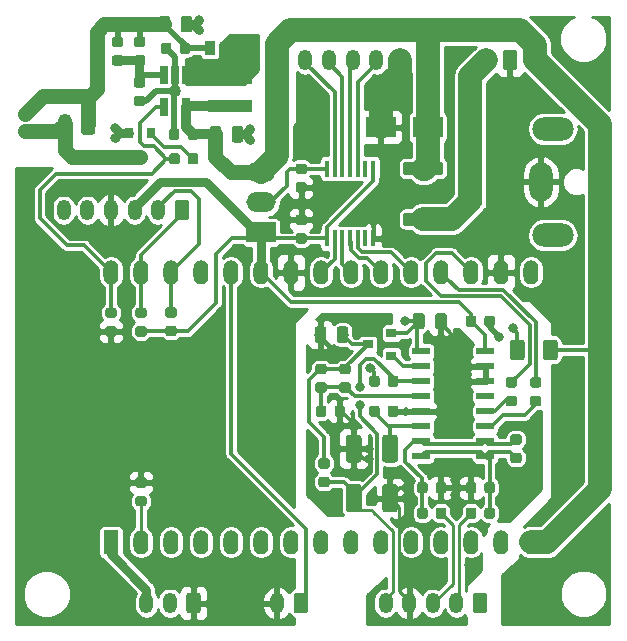
<source format=gbr>
G04 #@! TF.GenerationSoftware,KiCad,Pcbnew,(5.0.1)-rc2*
G04 #@! TF.CreationDate,2018-12-27T01:27:39+01:00*
G04 #@! TF.ProjectId,IoP_plant_base,496F505F706C616E745F626173652E6B,rev?*
G04 #@! TF.SameCoordinates,Original*
G04 #@! TF.FileFunction,Copper,L1,Top,Signal*
G04 #@! TF.FilePolarity,Positive*
%FSLAX46Y46*%
G04 Gerber Fmt 4.6, Leading zero omitted, Abs format (unit mm)*
G04 Created by KiCad (PCBNEW (5.0.1)-rc2) date 2018/12/27 1:27:39*
%MOMM*%
%LPD*%
G01*
G04 APERTURE LIST*
G04 #@! TA.AperFunction,ComponentPad*
%ADD10R,1.270000X2.032000*%
G04 #@! TD*
G04 #@! TA.AperFunction,Conductor*
%ADD11C,0.100000*%
G04 #@! TD*
G04 #@! TA.AperFunction,ComponentPad*
%ADD12C,1.270000*%
G04 #@! TD*
G04 #@! TA.AperFunction,ComponentPad*
%ADD13O,1.200000X1.750000*%
G04 #@! TD*
G04 #@! TA.AperFunction,ComponentPad*
%ADD14C,1.200000*%
G04 #@! TD*
G04 #@! TA.AperFunction,SMDPad,CuDef*
%ADD15R,0.650000X1.560000*%
G04 #@! TD*
G04 #@! TA.AperFunction,SMDPad,CuDef*
%ADD16R,0.450000X1.450000*%
G04 #@! TD*
G04 #@! TA.AperFunction,SMDPad,CuDef*
%ADD17C,0.875000*%
G04 #@! TD*
G04 #@! TA.AperFunction,SMDPad,CuDef*
%ADD18R,0.800000X0.900000*%
G04 #@! TD*
G04 #@! TA.AperFunction,ComponentPad*
%ADD19O,2.500000X1.700000*%
G04 #@! TD*
G04 #@! TA.AperFunction,ComponentPad*
%ADD20R,2.500000X1.700000*%
G04 #@! TD*
G04 #@! TA.AperFunction,SMDPad,CuDef*
%ADD21R,0.700000X0.600000*%
G04 #@! TD*
G04 #@! TA.AperFunction,SMDPad,CuDef*
%ADD22C,0.975000*%
G04 #@! TD*
G04 #@! TA.AperFunction,ComponentPad*
%ADD23R,2.000000X4.000000*%
G04 #@! TD*
G04 #@! TA.AperFunction,ComponentPad*
%ADD24O,2.000000X3.300000*%
G04 #@! TD*
G04 #@! TA.AperFunction,ComponentPad*
%ADD25O,3.500000X2.000000*%
G04 #@! TD*
G04 #@! TA.AperFunction,SMDPad,CuDef*
%ADD26R,2.500000X1.800000*%
G04 #@! TD*
G04 #@! TA.AperFunction,SMDPad,CuDef*
%ADD27C,1.125000*%
G04 #@! TD*
G04 #@! TA.AperFunction,SMDPad,CuDef*
%ADD28C,1.250000*%
G04 #@! TD*
G04 #@! TA.AperFunction,SMDPad,CuDef*
%ADD29R,0.900000X1.200000*%
G04 #@! TD*
G04 #@! TA.AperFunction,SMDPad,CuDef*
%ADD30R,3.700000X0.980000*%
G04 #@! TD*
G04 #@! TA.AperFunction,SMDPad,CuDef*
%ADD31R,1.500000X0.600000*%
G04 #@! TD*
G04 #@! TA.AperFunction,SMDPad,CuDef*
%ADD32R,0.900000X0.800000*%
G04 #@! TD*
G04 #@! TA.AperFunction,SMDPad,CuDef*
%ADD33C,1.325000*%
G04 #@! TD*
G04 #@! TA.AperFunction,ViaPad*
%ADD34C,0.800000*%
G04 #@! TD*
G04 #@! TA.AperFunction,ViaPad*
%ADD35C,1.016000*%
G04 #@! TD*
G04 #@! TA.AperFunction,Conductor*
%ADD36C,0.250000*%
G04 #@! TD*
G04 #@! TA.AperFunction,Conductor*
%ADD37C,0.300000*%
G04 #@! TD*
G04 #@! TA.AperFunction,Conductor*
%ADD38C,0.500000*%
G04 #@! TD*
G04 #@! TA.AperFunction,Conductor*
%ADD39C,2.000000*%
G04 #@! TD*
G04 #@! TA.AperFunction,Conductor*
%ADD40C,0.800000*%
G04 #@! TD*
G04 #@! TA.AperFunction,Conductor*
%ADD41C,0.812800*%
G04 #@! TD*
G04 #@! TA.AperFunction,Conductor*
%ADD42C,1.270000*%
G04 #@! TD*
G04 #@! TA.AperFunction,Conductor*
%ADD43C,0.254000*%
G04 #@! TD*
G04 APERTURE END LIST*
D10*
G04 #@! TO.P,U1,1*
G04 #@! TO.N,ADC*
X106172000Y-116761000D03*
D11*
G04 #@! TD*
G04 #@! TO.N,Net-(C15-Pad1)*
G04 #@! TO.C,U1*
G36*
X108774242Y-115748058D02*
X108835883Y-115757201D01*
X108896332Y-115772343D01*
X108955005Y-115793336D01*
X109011338Y-115819980D01*
X109064788Y-115852017D01*
X109114841Y-115889138D01*
X109161014Y-115930987D01*
X109202863Y-115977160D01*
X109239984Y-116027213D01*
X109272021Y-116080663D01*
X109298665Y-116136996D01*
X109319658Y-116195669D01*
X109334800Y-116256118D01*
X109343943Y-116317759D01*
X109347001Y-116380000D01*
X109347001Y-117142000D01*
X109343943Y-117204241D01*
X109334800Y-117265882D01*
X109319658Y-117326331D01*
X109298665Y-117385004D01*
X109272021Y-117441337D01*
X109239984Y-117494787D01*
X109202863Y-117544840D01*
X109161014Y-117591013D01*
X109114841Y-117632862D01*
X109064788Y-117669983D01*
X109011338Y-117702020D01*
X108955005Y-117728664D01*
X108896332Y-117749657D01*
X108835883Y-117764799D01*
X108774242Y-117773942D01*
X108712001Y-117777000D01*
X108711999Y-117777000D01*
X108649758Y-117773942D01*
X108588117Y-117764799D01*
X108527668Y-117749657D01*
X108468995Y-117728664D01*
X108412662Y-117702020D01*
X108359212Y-117669983D01*
X108309159Y-117632862D01*
X108262986Y-117591013D01*
X108221137Y-117544840D01*
X108184016Y-117494787D01*
X108151979Y-117441337D01*
X108125335Y-117385004D01*
X108104342Y-117326331D01*
X108089200Y-117265882D01*
X108080057Y-117204241D01*
X108076999Y-117142000D01*
X108076999Y-116380000D01*
X108080057Y-116317759D01*
X108089200Y-116256118D01*
X108104342Y-116195669D01*
X108125335Y-116136996D01*
X108151979Y-116080663D01*
X108184016Y-116027213D01*
X108221137Y-115977160D01*
X108262986Y-115930987D01*
X108309159Y-115889138D01*
X108359212Y-115852017D01*
X108412662Y-115819980D01*
X108468995Y-115793336D01*
X108527668Y-115772343D01*
X108588117Y-115757201D01*
X108649758Y-115748058D01*
X108711999Y-115745000D01*
X108712001Y-115745000D01*
X108774242Y-115748058D01*
X108774242Y-115748058D01*
G37*
D12*
G04 #@! TO.P,U1,2*
G04 #@! TO.N,Net-(C15-Pad1)*
X108712000Y-116761000D03*
D11*
G04 #@! TD*
G04 #@! TO.N,Net-(U1-Pad3)*
G04 #@! TO.C,U1*
G36*
X111314242Y-115748058D02*
X111375883Y-115757201D01*
X111436332Y-115772343D01*
X111495005Y-115793336D01*
X111551338Y-115819980D01*
X111604788Y-115852017D01*
X111654841Y-115889138D01*
X111701014Y-115930987D01*
X111742863Y-115977160D01*
X111779984Y-116027213D01*
X111812021Y-116080663D01*
X111838665Y-116136996D01*
X111859658Y-116195669D01*
X111874800Y-116256118D01*
X111883943Y-116317759D01*
X111887001Y-116380000D01*
X111887001Y-117142000D01*
X111883943Y-117204241D01*
X111874800Y-117265882D01*
X111859658Y-117326331D01*
X111838665Y-117385004D01*
X111812021Y-117441337D01*
X111779984Y-117494787D01*
X111742863Y-117544840D01*
X111701014Y-117591013D01*
X111654841Y-117632862D01*
X111604788Y-117669983D01*
X111551338Y-117702020D01*
X111495005Y-117728664D01*
X111436332Y-117749657D01*
X111375883Y-117764799D01*
X111314242Y-117773942D01*
X111252001Y-117777000D01*
X111251999Y-117777000D01*
X111189758Y-117773942D01*
X111128117Y-117764799D01*
X111067668Y-117749657D01*
X111008995Y-117728664D01*
X110952662Y-117702020D01*
X110899212Y-117669983D01*
X110849159Y-117632862D01*
X110802986Y-117591013D01*
X110761137Y-117544840D01*
X110724016Y-117494787D01*
X110691979Y-117441337D01*
X110665335Y-117385004D01*
X110644342Y-117326331D01*
X110629200Y-117265882D01*
X110620057Y-117204241D01*
X110616999Y-117142000D01*
X110616999Y-116380000D01*
X110620057Y-116317759D01*
X110629200Y-116256118D01*
X110644342Y-116195669D01*
X110665335Y-116136996D01*
X110691979Y-116080663D01*
X110724016Y-116027213D01*
X110761137Y-115977160D01*
X110802986Y-115930987D01*
X110849159Y-115889138D01*
X110899212Y-115852017D01*
X110952662Y-115819980D01*
X111008995Y-115793336D01*
X111067668Y-115772343D01*
X111128117Y-115757201D01*
X111189758Y-115748058D01*
X111251999Y-115745000D01*
X111252001Y-115745000D01*
X111314242Y-115748058D01*
X111314242Y-115748058D01*
G37*
D12*
G04 #@! TO.P,U1,3*
G04 #@! TO.N,Net-(U1-Pad3)*
X111252000Y-116761000D03*
D11*
G04 #@! TD*
G04 #@! TO.N,Net-(U1-Pad4)*
G04 #@! TO.C,U1*
G36*
X113854242Y-115748058D02*
X113915883Y-115757201D01*
X113976332Y-115772343D01*
X114035005Y-115793336D01*
X114091338Y-115819980D01*
X114144788Y-115852017D01*
X114194841Y-115889138D01*
X114241014Y-115930987D01*
X114282863Y-115977160D01*
X114319984Y-116027213D01*
X114352021Y-116080663D01*
X114378665Y-116136996D01*
X114399658Y-116195669D01*
X114414800Y-116256118D01*
X114423943Y-116317759D01*
X114427001Y-116380000D01*
X114427001Y-117142000D01*
X114423943Y-117204241D01*
X114414800Y-117265882D01*
X114399658Y-117326331D01*
X114378665Y-117385004D01*
X114352021Y-117441337D01*
X114319984Y-117494787D01*
X114282863Y-117544840D01*
X114241014Y-117591013D01*
X114194841Y-117632862D01*
X114144788Y-117669983D01*
X114091338Y-117702020D01*
X114035005Y-117728664D01*
X113976332Y-117749657D01*
X113915883Y-117764799D01*
X113854242Y-117773942D01*
X113792001Y-117777000D01*
X113791999Y-117777000D01*
X113729758Y-117773942D01*
X113668117Y-117764799D01*
X113607668Y-117749657D01*
X113548995Y-117728664D01*
X113492662Y-117702020D01*
X113439212Y-117669983D01*
X113389159Y-117632862D01*
X113342986Y-117591013D01*
X113301137Y-117544840D01*
X113264016Y-117494787D01*
X113231979Y-117441337D01*
X113205335Y-117385004D01*
X113184342Y-117326331D01*
X113169200Y-117265882D01*
X113160057Y-117204241D01*
X113156999Y-117142000D01*
X113156999Y-116380000D01*
X113160057Y-116317759D01*
X113169200Y-116256118D01*
X113184342Y-116195669D01*
X113205335Y-116136996D01*
X113231979Y-116080663D01*
X113264016Y-116027213D01*
X113301137Y-115977160D01*
X113342986Y-115930987D01*
X113389159Y-115889138D01*
X113439212Y-115852017D01*
X113492662Y-115819980D01*
X113548995Y-115793336D01*
X113607668Y-115772343D01*
X113668117Y-115757201D01*
X113729758Y-115748058D01*
X113791999Y-115745000D01*
X113792001Y-115745000D01*
X113854242Y-115748058D01*
X113854242Y-115748058D01*
G37*
D12*
G04 #@! TO.P,U1,4*
G04 #@! TO.N,Net-(U1-Pad4)*
X113792000Y-116761000D03*
D11*
G04 #@! TD*
G04 #@! TO.N,Net-(U1-Pad5)*
G04 #@! TO.C,U1*
G36*
X116394242Y-115748058D02*
X116455883Y-115757201D01*
X116516332Y-115772343D01*
X116575005Y-115793336D01*
X116631338Y-115819980D01*
X116684788Y-115852017D01*
X116734841Y-115889138D01*
X116781014Y-115930987D01*
X116822863Y-115977160D01*
X116859984Y-116027213D01*
X116892021Y-116080663D01*
X116918665Y-116136996D01*
X116939658Y-116195669D01*
X116954800Y-116256118D01*
X116963943Y-116317759D01*
X116967001Y-116380000D01*
X116967001Y-117142000D01*
X116963943Y-117204241D01*
X116954800Y-117265882D01*
X116939658Y-117326331D01*
X116918665Y-117385004D01*
X116892021Y-117441337D01*
X116859984Y-117494787D01*
X116822863Y-117544840D01*
X116781014Y-117591013D01*
X116734841Y-117632862D01*
X116684788Y-117669983D01*
X116631338Y-117702020D01*
X116575005Y-117728664D01*
X116516332Y-117749657D01*
X116455883Y-117764799D01*
X116394242Y-117773942D01*
X116332001Y-117777000D01*
X116331999Y-117777000D01*
X116269758Y-117773942D01*
X116208117Y-117764799D01*
X116147668Y-117749657D01*
X116088995Y-117728664D01*
X116032662Y-117702020D01*
X115979212Y-117669983D01*
X115929159Y-117632862D01*
X115882986Y-117591013D01*
X115841137Y-117544840D01*
X115804016Y-117494787D01*
X115771979Y-117441337D01*
X115745335Y-117385004D01*
X115724342Y-117326331D01*
X115709200Y-117265882D01*
X115700057Y-117204241D01*
X115696999Y-117142000D01*
X115696999Y-116380000D01*
X115700057Y-116317759D01*
X115709200Y-116256118D01*
X115724342Y-116195669D01*
X115745335Y-116136996D01*
X115771979Y-116080663D01*
X115804016Y-116027213D01*
X115841137Y-115977160D01*
X115882986Y-115930987D01*
X115929159Y-115889138D01*
X115979212Y-115852017D01*
X116032662Y-115819980D01*
X116088995Y-115793336D01*
X116147668Y-115772343D01*
X116208117Y-115757201D01*
X116269758Y-115748058D01*
X116331999Y-115745000D01*
X116332001Y-115745000D01*
X116394242Y-115748058D01*
X116394242Y-115748058D01*
G37*
D12*
G04 #@! TO.P,U1,5*
G04 #@! TO.N,Net-(U1-Pad5)*
X116332000Y-116761000D03*
D11*
G04 #@! TD*
G04 #@! TO.N,Net-(U1-Pad6)*
G04 #@! TO.C,U1*
G36*
X118934242Y-115748058D02*
X118995883Y-115757201D01*
X119056332Y-115772343D01*
X119115005Y-115793336D01*
X119171338Y-115819980D01*
X119224788Y-115852017D01*
X119274841Y-115889138D01*
X119321014Y-115930987D01*
X119362863Y-115977160D01*
X119399984Y-116027213D01*
X119432021Y-116080663D01*
X119458665Y-116136996D01*
X119479658Y-116195669D01*
X119494800Y-116256118D01*
X119503943Y-116317759D01*
X119507001Y-116380000D01*
X119507001Y-117142000D01*
X119503943Y-117204241D01*
X119494800Y-117265882D01*
X119479658Y-117326331D01*
X119458665Y-117385004D01*
X119432021Y-117441337D01*
X119399984Y-117494787D01*
X119362863Y-117544840D01*
X119321014Y-117591013D01*
X119274841Y-117632862D01*
X119224788Y-117669983D01*
X119171338Y-117702020D01*
X119115005Y-117728664D01*
X119056332Y-117749657D01*
X118995883Y-117764799D01*
X118934242Y-117773942D01*
X118872001Y-117777000D01*
X118871999Y-117777000D01*
X118809758Y-117773942D01*
X118748117Y-117764799D01*
X118687668Y-117749657D01*
X118628995Y-117728664D01*
X118572662Y-117702020D01*
X118519212Y-117669983D01*
X118469159Y-117632862D01*
X118422986Y-117591013D01*
X118381137Y-117544840D01*
X118344016Y-117494787D01*
X118311979Y-117441337D01*
X118285335Y-117385004D01*
X118264342Y-117326331D01*
X118249200Y-117265882D01*
X118240057Y-117204241D01*
X118236999Y-117142000D01*
X118236999Y-116380000D01*
X118240057Y-116317759D01*
X118249200Y-116256118D01*
X118264342Y-116195669D01*
X118285335Y-116136996D01*
X118311979Y-116080663D01*
X118344016Y-116027213D01*
X118381137Y-115977160D01*
X118422986Y-115930987D01*
X118469159Y-115889138D01*
X118519212Y-115852017D01*
X118572662Y-115819980D01*
X118628995Y-115793336D01*
X118687668Y-115772343D01*
X118748117Y-115757201D01*
X118809758Y-115748058D01*
X118871999Y-115745000D01*
X118872001Y-115745000D01*
X118934242Y-115748058D01*
X118934242Y-115748058D01*
G37*
D12*
G04 #@! TO.P,U1,6*
G04 #@! TO.N,Net-(U1-Pad6)*
X118872000Y-116761000D03*
D11*
G04 #@! TD*
G04 #@! TO.N,Net-(U1-Pad7)*
G04 #@! TO.C,U1*
G36*
X121474242Y-115748058D02*
X121535883Y-115757201D01*
X121596332Y-115772343D01*
X121655005Y-115793336D01*
X121711338Y-115819980D01*
X121764788Y-115852017D01*
X121814841Y-115889138D01*
X121861014Y-115930987D01*
X121902863Y-115977160D01*
X121939984Y-116027213D01*
X121972021Y-116080663D01*
X121998665Y-116136996D01*
X122019658Y-116195669D01*
X122034800Y-116256118D01*
X122043943Y-116317759D01*
X122047001Y-116380000D01*
X122047001Y-117142000D01*
X122043943Y-117204241D01*
X122034800Y-117265882D01*
X122019658Y-117326331D01*
X121998665Y-117385004D01*
X121972021Y-117441337D01*
X121939984Y-117494787D01*
X121902863Y-117544840D01*
X121861014Y-117591013D01*
X121814841Y-117632862D01*
X121764788Y-117669983D01*
X121711338Y-117702020D01*
X121655005Y-117728664D01*
X121596332Y-117749657D01*
X121535883Y-117764799D01*
X121474242Y-117773942D01*
X121412001Y-117777000D01*
X121411999Y-117777000D01*
X121349758Y-117773942D01*
X121288117Y-117764799D01*
X121227668Y-117749657D01*
X121168995Y-117728664D01*
X121112662Y-117702020D01*
X121059212Y-117669983D01*
X121009159Y-117632862D01*
X120962986Y-117591013D01*
X120921137Y-117544840D01*
X120884016Y-117494787D01*
X120851979Y-117441337D01*
X120825335Y-117385004D01*
X120804342Y-117326331D01*
X120789200Y-117265882D01*
X120780057Y-117204241D01*
X120776999Y-117142000D01*
X120776999Y-116380000D01*
X120780057Y-116317759D01*
X120789200Y-116256118D01*
X120804342Y-116195669D01*
X120825335Y-116136996D01*
X120851979Y-116080663D01*
X120884016Y-116027213D01*
X120921137Y-115977160D01*
X120962986Y-115930987D01*
X121009159Y-115889138D01*
X121059212Y-115852017D01*
X121112662Y-115819980D01*
X121168995Y-115793336D01*
X121227668Y-115772343D01*
X121288117Y-115757201D01*
X121349758Y-115748058D01*
X121411999Y-115745000D01*
X121412001Y-115745000D01*
X121474242Y-115748058D01*
X121474242Y-115748058D01*
G37*
D12*
G04 #@! TO.P,U1,7*
G04 #@! TO.N,Net-(U1-Pad7)*
X121412000Y-116761000D03*
D11*
G04 #@! TD*
G04 #@! TO.N,Net-(U1-Pad8)*
G04 #@! TO.C,U1*
G36*
X124014242Y-115748058D02*
X124075883Y-115757201D01*
X124136332Y-115772343D01*
X124195005Y-115793336D01*
X124251338Y-115819980D01*
X124304788Y-115852017D01*
X124354841Y-115889138D01*
X124401014Y-115930987D01*
X124442863Y-115977160D01*
X124479984Y-116027213D01*
X124512021Y-116080663D01*
X124538665Y-116136996D01*
X124559658Y-116195669D01*
X124574800Y-116256118D01*
X124583943Y-116317759D01*
X124587001Y-116380000D01*
X124587001Y-117142000D01*
X124583943Y-117204241D01*
X124574800Y-117265882D01*
X124559658Y-117326331D01*
X124538665Y-117385004D01*
X124512021Y-117441337D01*
X124479984Y-117494787D01*
X124442863Y-117544840D01*
X124401014Y-117591013D01*
X124354841Y-117632862D01*
X124304788Y-117669983D01*
X124251338Y-117702020D01*
X124195005Y-117728664D01*
X124136332Y-117749657D01*
X124075883Y-117764799D01*
X124014242Y-117773942D01*
X123952001Y-117777000D01*
X123951999Y-117777000D01*
X123889758Y-117773942D01*
X123828117Y-117764799D01*
X123767668Y-117749657D01*
X123708995Y-117728664D01*
X123652662Y-117702020D01*
X123599212Y-117669983D01*
X123549159Y-117632862D01*
X123502986Y-117591013D01*
X123461137Y-117544840D01*
X123424016Y-117494787D01*
X123391979Y-117441337D01*
X123365335Y-117385004D01*
X123344342Y-117326331D01*
X123329200Y-117265882D01*
X123320057Y-117204241D01*
X123316999Y-117142000D01*
X123316999Y-116380000D01*
X123320057Y-116317759D01*
X123329200Y-116256118D01*
X123344342Y-116195669D01*
X123365335Y-116136996D01*
X123391979Y-116080663D01*
X123424016Y-116027213D01*
X123461137Y-115977160D01*
X123502986Y-115930987D01*
X123549159Y-115889138D01*
X123599212Y-115852017D01*
X123652662Y-115819980D01*
X123708995Y-115793336D01*
X123767668Y-115772343D01*
X123828117Y-115757201D01*
X123889758Y-115748058D01*
X123951999Y-115745000D01*
X123952001Y-115745000D01*
X124014242Y-115748058D01*
X124014242Y-115748058D01*
G37*
D12*
G04 #@! TO.P,U1,8*
G04 #@! TO.N,Net-(U1-Pad8)*
X123952000Y-116761000D03*
D11*
G04 #@! TD*
G04 #@! TO.N,Net-(U1-Pad9)*
G04 #@! TO.C,U1*
G36*
X126554242Y-115748058D02*
X126615883Y-115757201D01*
X126676332Y-115772343D01*
X126735005Y-115793336D01*
X126791338Y-115819980D01*
X126844788Y-115852017D01*
X126894841Y-115889138D01*
X126941014Y-115930987D01*
X126982863Y-115977160D01*
X127019984Y-116027213D01*
X127052021Y-116080663D01*
X127078665Y-116136996D01*
X127099658Y-116195669D01*
X127114800Y-116256118D01*
X127123943Y-116317759D01*
X127127001Y-116380000D01*
X127127001Y-117142000D01*
X127123943Y-117204241D01*
X127114800Y-117265882D01*
X127099658Y-117326331D01*
X127078665Y-117385004D01*
X127052021Y-117441337D01*
X127019984Y-117494787D01*
X126982863Y-117544840D01*
X126941014Y-117591013D01*
X126894841Y-117632862D01*
X126844788Y-117669983D01*
X126791338Y-117702020D01*
X126735005Y-117728664D01*
X126676332Y-117749657D01*
X126615883Y-117764799D01*
X126554242Y-117773942D01*
X126492001Y-117777000D01*
X126491999Y-117777000D01*
X126429758Y-117773942D01*
X126368117Y-117764799D01*
X126307668Y-117749657D01*
X126248995Y-117728664D01*
X126192662Y-117702020D01*
X126139212Y-117669983D01*
X126089159Y-117632862D01*
X126042986Y-117591013D01*
X126001137Y-117544840D01*
X125964016Y-117494787D01*
X125931979Y-117441337D01*
X125905335Y-117385004D01*
X125884342Y-117326331D01*
X125869200Y-117265882D01*
X125860057Y-117204241D01*
X125856999Y-117142000D01*
X125856999Y-116380000D01*
X125860057Y-116317759D01*
X125869200Y-116256118D01*
X125884342Y-116195669D01*
X125905335Y-116136996D01*
X125931979Y-116080663D01*
X125964016Y-116027213D01*
X126001137Y-115977160D01*
X126042986Y-115930987D01*
X126089159Y-115889138D01*
X126139212Y-115852017D01*
X126192662Y-115819980D01*
X126248995Y-115793336D01*
X126307668Y-115772343D01*
X126368117Y-115757201D01*
X126429758Y-115748058D01*
X126491999Y-115745000D01*
X126492001Y-115745000D01*
X126554242Y-115748058D01*
X126554242Y-115748058D01*
G37*
D12*
G04 #@! TO.P,U1,9*
G04 #@! TO.N,Net-(U1-Pad9)*
X126492000Y-116761000D03*
D11*
G04 #@! TD*
G04 #@! TO.N,GND*
G04 #@! TO.C,U1*
G36*
X129094242Y-115748058D02*
X129155883Y-115757201D01*
X129216332Y-115772343D01*
X129275005Y-115793336D01*
X129331338Y-115819980D01*
X129384788Y-115852017D01*
X129434841Y-115889138D01*
X129481014Y-115930987D01*
X129522863Y-115977160D01*
X129559984Y-116027213D01*
X129592021Y-116080663D01*
X129618665Y-116136996D01*
X129639658Y-116195669D01*
X129654800Y-116256118D01*
X129663943Y-116317759D01*
X129667001Y-116380000D01*
X129667001Y-117142000D01*
X129663943Y-117204241D01*
X129654800Y-117265882D01*
X129639658Y-117326331D01*
X129618665Y-117385004D01*
X129592021Y-117441337D01*
X129559984Y-117494787D01*
X129522863Y-117544840D01*
X129481014Y-117591013D01*
X129434841Y-117632862D01*
X129384788Y-117669983D01*
X129331338Y-117702020D01*
X129275005Y-117728664D01*
X129216332Y-117749657D01*
X129155883Y-117764799D01*
X129094242Y-117773942D01*
X129032001Y-117777000D01*
X129031999Y-117777000D01*
X128969758Y-117773942D01*
X128908117Y-117764799D01*
X128847668Y-117749657D01*
X128788995Y-117728664D01*
X128732662Y-117702020D01*
X128679212Y-117669983D01*
X128629159Y-117632862D01*
X128582986Y-117591013D01*
X128541137Y-117544840D01*
X128504016Y-117494787D01*
X128471979Y-117441337D01*
X128445335Y-117385004D01*
X128424342Y-117326331D01*
X128409200Y-117265882D01*
X128400057Y-117204241D01*
X128396999Y-117142000D01*
X128396999Y-116380000D01*
X128400057Y-116317759D01*
X128409200Y-116256118D01*
X128424342Y-116195669D01*
X128445335Y-116136996D01*
X128471979Y-116080663D01*
X128504016Y-116027213D01*
X128541137Y-115977160D01*
X128582986Y-115930987D01*
X128629159Y-115889138D01*
X128679212Y-115852017D01*
X128732662Y-115819980D01*
X128788995Y-115793336D01*
X128847668Y-115772343D01*
X128908117Y-115757201D01*
X128969758Y-115748058D01*
X129031999Y-115745000D01*
X129032001Y-115745000D01*
X129094242Y-115748058D01*
X129094242Y-115748058D01*
G37*
D12*
G04 #@! TO.P,U1,10*
G04 #@! TO.N,GND*
X129032000Y-116761000D03*
D11*
G04 #@! TD*
G04 #@! TO.N,Net-(U1-Pad11)*
G04 #@! TO.C,U1*
G36*
X131634242Y-115748058D02*
X131695883Y-115757201D01*
X131756332Y-115772343D01*
X131815005Y-115793336D01*
X131871338Y-115819980D01*
X131924788Y-115852017D01*
X131974841Y-115889138D01*
X132021014Y-115930987D01*
X132062863Y-115977160D01*
X132099984Y-116027213D01*
X132132021Y-116080663D01*
X132158665Y-116136996D01*
X132179658Y-116195669D01*
X132194800Y-116256118D01*
X132203943Y-116317759D01*
X132207001Y-116380000D01*
X132207001Y-117142000D01*
X132203943Y-117204241D01*
X132194800Y-117265882D01*
X132179658Y-117326331D01*
X132158665Y-117385004D01*
X132132021Y-117441337D01*
X132099984Y-117494787D01*
X132062863Y-117544840D01*
X132021014Y-117591013D01*
X131974841Y-117632862D01*
X131924788Y-117669983D01*
X131871338Y-117702020D01*
X131815005Y-117728664D01*
X131756332Y-117749657D01*
X131695883Y-117764799D01*
X131634242Y-117773942D01*
X131572001Y-117777000D01*
X131571999Y-117777000D01*
X131509758Y-117773942D01*
X131448117Y-117764799D01*
X131387668Y-117749657D01*
X131328995Y-117728664D01*
X131272662Y-117702020D01*
X131219212Y-117669983D01*
X131169159Y-117632862D01*
X131122986Y-117591013D01*
X131081137Y-117544840D01*
X131044016Y-117494787D01*
X131011979Y-117441337D01*
X130985335Y-117385004D01*
X130964342Y-117326331D01*
X130949200Y-117265882D01*
X130940057Y-117204241D01*
X130936999Y-117142000D01*
X130936999Y-116380000D01*
X130940057Y-116317759D01*
X130949200Y-116256118D01*
X130964342Y-116195669D01*
X130985335Y-116136996D01*
X131011979Y-116080663D01*
X131044016Y-116027213D01*
X131081137Y-115977160D01*
X131122986Y-115930987D01*
X131169159Y-115889138D01*
X131219212Y-115852017D01*
X131272662Y-115819980D01*
X131328995Y-115793336D01*
X131387668Y-115772343D01*
X131448117Y-115757201D01*
X131509758Y-115748058D01*
X131571999Y-115745000D01*
X131572001Y-115745000D01*
X131634242Y-115748058D01*
X131634242Y-115748058D01*
G37*
D12*
G04 #@! TO.P,U1,11*
G04 #@! TO.N,Net-(U1-Pad11)*
X131572000Y-116761000D03*
D11*
G04 #@! TD*
G04 #@! TO.N,Net-(U1-Pad12)*
G04 #@! TO.C,U1*
G36*
X134174242Y-115748058D02*
X134235883Y-115757201D01*
X134296332Y-115772343D01*
X134355005Y-115793336D01*
X134411338Y-115819980D01*
X134464788Y-115852017D01*
X134514841Y-115889138D01*
X134561014Y-115930987D01*
X134602863Y-115977160D01*
X134639984Y-116027213D01*
X134672021Y-116080663D01*
X134698665Y-116136996D01*
X134719658Y-116195669D01*
X134734800Y-116256118D01*
X134743943Y-116317759D01*
X134747001Y-116380000D01*
X134747001Y-117142000D01*
X134743943Y-117204241D01*
X134734800Y-117265882D01*
X134719658Y-117326331D01*
X134698665Y-117385004D01*
X134672021Y-117441337D01*
X134639984Y-117494787D01*
X134602863Y-117544840D01*
X134561014Y-117591013D01*
X134514841Y-117632862D01*
X134464788Y-117669983D01*
X134411338Y-117702020D01*
X134355005Y-117728664D01*
X134296332Y-117749657D01*
X134235883Y-117764799D01*
X134174242Y-117773942D01*
X134112001Y-117777000D01*
X134111999Y-117777000D01*
X134049758Y-117773942D01*
X133988117Y-117764799D01*
X133927668Y-117749657D01*
X133868995Y-117728664D01*
X133812662Y-117702020D01*
X133759212Y-117669983D01*
X133709159Y-117632862D01*
X133662986Y-117591013D01*
X133621137Y-117544840D01*
X133584016Y-117494787D01*
X133551979Y-117441337D01*
X133525335Y-117385004D01*
X133504342Y-117326331D01*
X133489200Y-117265882D01*
X133480057Y-117204241D01*
X133476999Y-117142000D01*
X133476999Y-116380000D01*
X133480057Y-116317759D01*
X133489200Y-116256118D01*
X133504342Y-116195669D01*
X133525335Y-116136996D01*
X133551979Y-116080663D01*
X133584016Y-116027213D01*
X133621137Y-115977160D01*
X133662986Y-115930987D01*
X133709159Y-115889138D01*
X133759212Y-115852017D01*
X133812662Y-115819980D01*
X133868995Y-115793336D01*
X133927668Y-115772343D01*
X133988117Y-115757201D01*
X134049758Y-115748058D01*
X134111999Y-115745000D01*
X134112001Y-115745000D01*
X134174242Y-115748058D01*
X134174242Y-115748058D01*
G37*
D12*
G04 #@! TO.P,U1,12*
G04 #@! TO.N,Net-(U1-Pad12)*
X134112000Y-116761000D03*
D11*
G04 #@! TD*
G04 #@! TO.N,Net-(U1-Pad13)*
G04 #@! TO.C,U1*
G36*
X136714242Y-115748058D02*
X136775883Y-115757201D01*
X136836332Y-115772343D01*
X136895005Y-115793336D01*
X136951338Y-115819980D01*
X137004788Y-115852017D01*
X137054841Y-115889138D01*
X137101014Y-115930987D01*
X137142863Y-115977160D01*
X137179984Y-116027213D01*
X137212021Y-116080663D01*
X137238665Y-116136996D01*
X137259658Y-116195669D01*
X137274800Y-116256118D01*
X137283943Y-116317759D01*
X137287001Y-116380000D01*
X137287001Y-117142000D01*
X137283943Y-117204241D01*
X137274800Y-117265882D01*
X137259658Y-117326331D01*
X137238665Y-117385004D01*
X137212021Y-117441337D01*
X137179984Y-117494787D01*
X137142863Y-117544840D01*
X137101014Y-117591013D01*
X137054841Y-117632862D01*
X137004788Y-117669983D01*
X136951338Y-117702020D01*
X136895005Y-117728664D01*
X136836332Y-117749657D01*
X136775883Y-117764799D01*
X136714242Y-117773942D01*
X136652001Y-117777000D01*
X136651999Y-117777000D01*
X136589758Y-117773942D01*
X136528117Y-117764799D01*
X136467668Y-117749657D01*
X136408995Y-117728664D01*
X136352662Y-117702020D01*
X136299212Y-117669983D01*
X136249159Y-117632862D01*
X136202986Y-117591013D01*
X136161137Y-117544840D01*
X136124016Y-117494787D01*
X136091979Y-117441337D01*
X136065335Y-117385004D01*
X136044342Y-117326331D01*
X136029200Y-117265882D01*
X136020057Y-117204241D01*
X136016999Y-117142000D01*
X136016999Y-116380000D01*
X136020057Y-116317759D01*
X136029200Y-116256118D01*
X136044342Y-116195669D01*
X136065335Y-116136996D01*
X136091979Y-116080663D01*
X136124016Y-116027213D01*
X136161137Y-115977160D01*
X136202986Y-115930987D01*
X136249159Y-115889138D01*
X136299212Y-115852017D01*
X136352662Y-115819980D01*
X136408995Y-115793336D01*
X136467668Y-115772343D01*
X136528117Y-115757201D01*
X136589758Y-115748058D01*
X136651999Y-115745000D01*
X136652001Y-115745000D01*
X136714242Y-115748058D01*
X136714242Y-115748058D01*
G37*
D12*
G04 #@! TO.P,U1,13*
G04 #@! TO.N,Net-(U1-Pad13)*
X136652000Y-116761000D03*
D11*
G04 #@! TD*
G04 #@! TO.N,GND*
G04 #@! TO.C,U1*
G36*
X139254242Y-115748058D02*
X139315883Y-115757201D01*
X139376332Y-115772343D01*
X139435005Y-115793336D01*
X139491338Y-115819980D01*
X139544788Y-115852017D01*
X139594841Y-115889138D01*
X139641014Y-115930987D01*
X139682863Y-115977160D01*
X139719984Y-116027213D01*
X139752021Y-116080663D01*
X139778665Y-116136996D01*
X139799658Y-116195669D01*
X139814800Y-116256118D01*
X139823943Y-116317759D01*
X139827001Y-116380000D01*
X139827001Y-117142000D01*
X139823943Y-117204241D01*
X139814800Y-117265882D01*
X139799658Y-117326331D01*
X139778665Y-117385004D01*
X139752021Y-117441337D01*
X139719984Y-117494787D01*
X139682863Y-117544840D01*
X139641014Y-117591013D01*
X139594841Y-117632862D01*
X139544788Y-117669983D01*
X139491338Y-117702020D01*
X139435005Y-117728664D01*
X139376332Y-117749657D01*
X139315883Y-117764799D01*
X139254242Y-117773942D01*
X139192001Y-117777000D01*
X139191999Y-117777000D01*
X139129758Y-117773942D01*
X139068117Y-117764799D01*
X139007668Y-117749657D01*
X138948995Y-117728664D01*
X138892662Y-117702020D01*
X138839212Y-117669983D01*
X138789159Y-117632862D01*
X138742986Y-117591013D01*
X138701137Y-117544840D01*
X138664016Y-117494787D01*
X138631979Y-117441337D01*
X138605335Y-117385004D01*
X138584342Y-117326331D01*
X138569200Y-117265882D01*
X138560057Y-117204241D01*
X138556999Y-117142000D01*
X138556999Y-116380000D01*
X138560057Y-116317759D01*
X138569200Y-116256118D01*
X138584342Y-116195669D01*
X138605335Y-116136996D01*
X138631979Y-116080663D01*
X138664016Y-116027213D01*
X138701137Y-115977160D01*
X138742986Y-115930987D01*
X138789159Y-115889138D01*
X138839212Y-115852017D01*
X138892662Y-115819980D01*
X138948995Y-115793336D01*
X139007668Y-115772343D01*
X139068117Y-115757201D01*
X139129758Y-115748058D01*
X139191999Y-115745000D01*
X139192001Y-115745000D01*
X139254242Y-115748058D01*
X139254242Y-115748058D01*
G37*
D12*
G04 #@! TO.P,U1,14*
G04 #@! TO.N,GND*
X139192000Y-116761000D03*
D11*
G04 #@! TD*
G04 #@! TO.N,+5VDC*
G04 #@! TO.C,U1*
G36*
X141794242Y-115748058D02*
X141855883Y-115757201D01*
X141916332Y-115772343D01*
X141975005Y-115793336D01*
X142031338Y-115819980D01*
X142084788Y-115852017D01*
X142134841Y-115889138D01*
X142181014Y-115930987D01*
X142222863Y-115977160D01*
X142259984Y-116027213D01*
X142292021Y-116080663D01*
X142318665Y-116136996D01*
X142339658Y-116195669D01*
X142354800Y-116256118D01*
X142363943Y-116317759D01*
X142367001Y-116380000D01*
X142367001Y-117142000D01*
X142363943Y-117204241D01*
X142354800Y-117265882D01*
X142339658Y-117326331D01*
X142318665Y-117385004D01*
X142292021Y-117441337D01*
X142259984Y-117494787D01*
X142222863Y-117544840D01*
X142181014Y-117591013D01*
X142134841Y-117632862D01*
X142084788Y-117669983D01*
X142031338Y-117702020D01*
X141975005Y-117728664D01*
X141916332Y-117749657D01*
X141855883Y-117764799D01*
X141794242Y-117773942D01*
X141732001Y-117777000D01*
X141731999Y-117777000D01*
X141669758Y-117773942D01*
X141608117Y-117764799D01*
X141547668Y-117749657D01*
X141488995Y-117728664D01*
X141432662Y-117702020D01*
X141379212Y-117669983D01*
X141329159Y-117632862D01*
X141282986Y-117591013D01*
X141241137Y-117544840D01*
X141204016Y-117494787D01*
X141171979Y-117441337D01*
X141145335Y-117385004D01*
X141124342Y-117326331D01*
X141109200Y-117265882D01*
X141100057Y-117204241D01*
X141096999Y-117142000D01*
X141096999Y-116380000D01*
X141100057Y-116317759D01*
X141109200Y-116256118D01*
X141124342Y-116195669D01*
X141145335Y-116136996D01*
X141171979Y-116080663D01*
X141204016Y-116027213D01*
X141241137Y-115977160D01*
X141282986Y-115930987D01*
X141329159Y-115889138D01*
X141379212Y-115852017D01*
X141432662Y-115819980D01*
X141488995Y-115793336D01*
X141547668Y-115772343D01*
X141608117Y-115757201D01*
X141669758Y-115748058D01*
X141731999Y-115745000D01*
X141732001Y-115745000D01*
X141794242Y-115748058D01*
X141794242Y-115748058D01*
G37*
D12*
G04 #@! TO.P,U1,15*
G04 #@! TO.N,+5VDC*
X141732000Y-116761000D03*
D11*
G04 #@! TD*
G04 #@! TO.N,Net-(U1-Pad16)*
G04 #@! TO.C,U1*
G36*
X141794242Y-92888058D02*
X141855883Y-92897201D01*
X141916332Y-92912343D01*
X141975005Y-92933336D01*
X142031338Y-92959980D01*
X142084788Y-92992017D01*
X142134841Y-93029138D01*
X142181014Y-93070987D01*
X142222863Y-93117160D01*
X142259984Y-93167213D01*
X142292021Y-93220663D01*
X142318665Y-93276996D01*
X142339658Y-93335669D01*
X142354800Y-93396118D01*
X142363943Y-93457759D01*
X142367001Y-93520000D01*
X142367001Y-94282000D01*
X142363943Y-94344241D01*
X142354800Y-94405882D01*
X142339658Y-94466331D01*
X142318665Y-94525004D01*
X142292021Y-94581337D01*
X142259984Y-94634787D01*
X142222863Y-94684840D01*
X142181014Y-94731013D01*
X142134841Y-94772862D01*
X142084788Y-94809983D01*
X142031338Y-94842020D01*
X141975005Y-94868664D01*
X141916332Y-94889657D01*
X141855883Y-94904799D01*
X141794242Y-94913942D01*
X141732001Y-94917000D01*
X141731999Y-94917000D01*
X141669758Y-94913942D01*
X141608117Y-94904799D01*
X141547668Y-94889657D01*
X141488995Y-94868664D01*
X141432662Y-94842020D01*
X141379212Y-94809983D01*
X141329159Y-94772862D01*
X141282986Y-94731013D01*
X141241137Y-94684840D01*
X141204016Y-94634787D01*
X141171979Y-94581337D01*
X141145335Y-94525004D01*
X141124342Y-94466331D01*
X141109200Y-94405882D01*
X141100057Y-94344241D01*
X141096999Y-94282000D01*
X141096999Y-93520000D01*
X141100057Y-93457759D01*
X141109200Y-93396118D01*
X141124342Y-93335669D01*
X141145335Y-93276996D01*
X141171979Y-93220663D01*
X141204016Y-93167213D01*
X141241137Y-93117160D01*
X141282986Y-93070987D01*
X141329159Y-93029138D01*
X141379212Y-92992017D01*
X141432662Y-92959980D01*
X141488995Y-92933336D01*
X141547668Y-92912343D01*
X141608117Y-92897201D01*
X141669758Y-92888058D01*
X141731999Y-92885000D01*
X141732001Y-92885000D01*
X141794242Y-92888058D01*
X141794242Y-92888058D01*
G37*
D12*
G04 #@! TO.P,U1,16*
G04 #@! TO.N,Net-(U1-Pad16)*
X141732000Y-93901000D03*
D11*
G04 #@! TD*
G04 #@! TO.N,GND*
G04 #@! TO.C,U1*
G36*
X139254242Y-92888058D02*
X139315883Y-92897201D01*
X139376332Y-92912343D01*
X139435005Y-92933336D01*
X139491338Y-92959980D01*
X139544788Y-92992017D01*
X139594841Y-93029138D01*
X139641014Y-93070987D01*
X139682863Y-93117160D01*
X139719984Y-93167213D01*
X139752021Y-93220663D01*
X139778665Y-93276996D01*
X139799658Y-93335669D01*
X139814800Y-93396118D01*
X139823943Y-93457759D01*
X139827001Y-93520000D01*
X139827001Y-94282000D01*
X139823943Y-94344241D01*
X139814800Y-94405882D01*
X139799658Y-94466331D01*
X139778665Y-94525004D01*
X139752021Y-94581337D01*
X139719984Y-94634787D01*
X139682863Y-94684840D01*
X139641014Y-94731013D01*
X139594841Y-94772862D01*
X139544788Y-94809983D01*
X139491338Y-94842020D01*
X139435005Y-94868664D01*
X139376332Y-94889657D01*
X139315883Y-94904799D01*
X139254242Y-94913942D01*
X139192001Y-94917000D01*
X139191999Y-94917000D01*
X139129758Y-94913942D01*
X139068117Y-94904799D01*
X139007668Y-94889657D01*
X138948995Y-94868664D01*
X138892662Y-94842020D01*
X138839212Y-94809983D01*
X138789159Y-94772862D01*
X138742986Y-94731013D01*
X138701137Y-94684840D01*
X138664016Y-94634787D01*
X138631979Y-94581337D01*
X138605335Y-94525004D01*
X138584342Y-94466331D01*
X138569200Y-94405882D01*
X138560057Y-94344241D01*
X138556999Y-94282000D01*
X138556999Y-93520000D01*
X138560057Y-93457759D01*
X138569200Y-93396118D01*
X138584342Y-93335669D01*
X138605335Y-93276996D01*
X138631979Y-93220663D01*
X138664016Y-93167213D01*
X138701137Y-93117160D01*
X138742986Y-93070987D01*
X138789159Y-93029138D01*
X138839212Y-92992017D01*
X138892662Y-92959980D01*
X138948995Y-92933336D01*
X139007668Y-92912343D01*
X139068117Y-92897201D01*
X139129758Y-92888058D01*
X139191999Y-92885000D01*
X139192001Y-92885000D01*
X139254242Y-92888058D01*
X139254242Y-92888058D01*
G37*
D12*
G04 #@! TO.P,U1,17*
G04 #@! TO.N,GND*
X139192000Y-93901000D03*
D11*
G04 #@! TD*
G04 #@! TO.N,HX711_DOUT*
G04 #@! TO.C,U1*
G36*
X136714242Y-92888058D02*
X136775883Y-92897201D01*
X136836332Y-92912343D01*
X136895005Y-92933336D01*
X136951338Y-92959980D01*
X137004788Y-92992017D01*
X137054841Y-93029138D01*
X137101014Y-93070987D01*
X137142863Y-93117160D01*
X137179984Y-93167213D01*
X137212021Y-93220663D01*
X137238665Y-93276996D01*
X137259658Y-93335669D01*
X137274800Y-93396118D01*
X137283943Y-93457759D01*
X137287001Y-93520000D01*
X137287001Y-94282000D01*
X137283943Y-94344241D01*
X137274800Y-94405882D01*
X137259658Y-94466331D01*
X137238665Y-94525004D01*
X137212021Y-94581337D01*
X137179984Y-94634787D01*
X137142863Y-94684840D01*
X137101014Y-94731013D01*
X137054841Y-94772862D01*
X137004788Y-94809983D01*
X136951338Y-94842020D01*
X136895005Y-94868664D01*
X136836332Y-94889657D01*
X136775883Y-94904799D01*
X136714242Y-94913942D01*
X136652001Y-94917000D01*
X136651999Y-94917000D01*
X136589758Y-94913942D01*
X136528117Y-94904799D01*
X136467668Y-94889657D01*
X136408995Y-94868664D01*
X136352662Y-94842020D01*
X136299212Y-94809983D01*
X136249159Y-94772862D01*
X136202986Y-94731013D01*
X136161137Y-94684840D01*
X136124016Y-94634787D01*
X136091979Y-94581337D01*
X136065335Y-94525004D01*
X136044342Y-94466331D01*
X136029200Y-94405882D01*
X136020057Y-94344241D01*
X136016999Y-94282000D01*
X136016999Y-93520000D01*
X136020057Y-93457759D01*
X136029200Y-93396118D01*
X136044342Y-93335669D01*
X136065335Y-93276996D01*
X136091979Y-93220663D01*
X136124016Y-93167213D01*
X136161137Y-93117160D01*
X136202986Y-93070987D01*
X136249159Y-93029138D01*
X136299212Y-92992017D01*
X136352662Y-92959980D01*
X136408995Y-92933336D01*
X136467668Y-92912343D01*
X136528117Y-92897201D01*
X136589758Y-92888058D01*
X136651999Y-92885000D01*
X136652001Y-92885000D01*
X136714242Y-92888058D01*
X136714242Y-92888058D01*
G37*
D12*
G04 #@! TO.P,U1,18*
G04 #@! TO.N,HX711_DOUT*
X136652000Y-93901000D03*
D11*
G04 #@! TD*
G04 #@! TO.N,HX711_SCK*
G04 #@! TO.C,U1*
G36*
X134174242Y-92888058D02*
X134235883Y-92897201D01*
X134296332Y-92912343D01*
X134355005Y-92933336D01*
X134411338Y-92959980D01*
X134464788Y-92992017D01*
X134514841Y-93029138D01*
X134561014Y-93070987D01*
X134602863Y-93117160D01*
X134639984Y-93167213D01*
X134672021Y-93220663D01*
X134698665Y-93276996D01*
X134719658Y-93335669D01*
X134734800Y-93396118D01*
X134743943Y-93457759D01*
X134747001Y-93520000D01*
X134747001Y-94282000D01*
X134743943Y-94344241D01*
X134734800Y-94405882D01*
X134719658Y-94466331D01*
X134698665Y-94525004D01*
X134672021Y-94581337D01*
X134639984Y-94634787D01*
X134602863Y-94684840D01*
X134561014Y-94731013D01*
X134514841Y-94772862D01*
X134464788Y-94809983D01*
X134411338Y-94842020D01*
X134355005Y-94868664D01*
X134296332Y-94889657D01*
X134235883Y-94904799D01*
X134174242Y-94913942D01*
X134112001Y-94917000D01*
X134111999Y-94917000D01*
X134049758Y-94913942D01*
X133988117Y-94904799D01*
X133927668Y-94889657D01*
X133868995Y-94868664D01*
X133812662Y-94842020D01*
X133759212Y-94809983D01*
X133709159Y-94772862D01*
X133662986Y-94731013D01*
X133621137Y-94684840D01*
X133584016Y-94634787D01*
X133551979Y-94581337D01*
X133525335Y-94525004D01*
X133504342Y-94466331D01*
X133489200Y-94405882D01*
X133480057Y-94344241D01*
X133476999Y-94282000D01*
X133476999Y-93520000D01*
X133480057Y-93457759D01*
X133489200Y-93396118D01*
X133504342Y-93335669D01*
X133525335Y-93276996D01*
X133551979Y-93220663D01*
X133584016Y-93167213D01*
X133621137Y-93117160D01*
X133662986Y-93070987D01*
X133709159Y-93029138D01*
X133759212Y-92992017D01*
X133812662Y-92959980D01*
X133868995Y-92933336D01*
X133927668Y-92912343D01*
X133988117Y-92897201D01*
X134049758Y-92888058D01*
X134111999Y-92885000D01*
X134112001Y-92885000D01*
X134174242Y-92888058D01*
X134174242Y-92888058D01*
G37*
D12*
G04 #@! TO.P,U1,19*
G04 #@! TO.N,HX711_SCK*
X134112000Y-93901000D03*
D11*
G04 #@! TD*
G04 #@! TO.N,SPI_CSN*
G04 #@! TO.C,U1*
G36*
X131634242Y-92888058D02*
X131695883Y-92897201D01*
X131756332Y-92912343D01*
X131815005Y-92933336D01*
X131871338Y-92959980D01*
X131924788Y-92992017D01*
X131974841Y-93029138D01*
X132021014Y-93070987D01*
X132062863Y-93117160D01*
X132099984Y-93167213D01*
X132132021Y-93220663D01*
X132158665Y-93276996D01*
X132179658Y-93335669D01*
X132194800Y-93396118D01*
X132203943Y-93457759D01*
X132207001Y-93520000D01*
X132207001Y-94282000D01*
X132203943Y-94344241D01*
X132194800Y-94405882D01*
X132179658Y-94466331D01*
X132158665Y-94525004D01*
X132132021Y-94581337D01*
X132099984Y-94634787D01*
X132062863Y-94684840D01*
X132021014Y-94731013D01*
X131974841Y-94772862D01*
X131924788Y-94809983D01*
X131871338Y-94842020D01*
X131815005Y-94868664D01*
X131756332Y-94889657D01*
X131695883Y-94904799D01*
X131634242Y-94913942D01*
X131572001Y-94917000D01*
X131571999Y-94917000D01*
X131509758Y-94913942D01*
X131448117Y-94904799D01*
X131387668Y-94889657D01*
X131328995Y-94868664D01*
X131272662Y-94842020D01*
X131219212Y-94809983D01*
X131169159Y-94772862D01*
X131122986Y-94731013D01*
X131081137Y-94684840D01*
X131044016Y-94634787D01*
X131011979Y-94581337D01*
X130985335Y-94525004D01*
X130964342Y-94466331D01*
X130949200Y-94405882D01*
X130940057Y-94344241D01*
X130936999Y-94282000D01*
X130936999Y-93520000D01*
X130940057Y-93457759D01*
X130949200Y-93396118D01*
X130964342Y-93335669D01*
X130985335Y-93276996D01*
X131011979Y-93220663D01*
X131044016Y-93167213D01*
X131081137Y-93117160D01*
X131122986Y-93070987D01*
X131169159Y-93029138D01*
X131219212Y-92992017D01*
X131272662Y-92959980D01*
X131328995Y-92933336D01*
X131387668Y-92912343D01*
X131448117Y-92897201D01*
X131509758Y-92888058D01*
X131571999Y-92885000D01*
X131572001Y-92885000D01*
X131634242Y-92888058D01*
X131634242Y-92888058D01*
G37*
D12*
G04 #@! TO.P,U1,20*
G04 #@! TO.N,SPI_CSN*
X131572000Y-93901000D03*
D11*
G04 #@! TD*
G04 #@! TO.N,SPI_MOSI*
G04 #@! TO.C,U1*
G36*
X129094242Y-92888058D02*
X129155883Y-92897201D01*
X129216332Y-92912343D01*
X129275005Y-92933336D01*
X129331338Y-92959980D01*
X129384788Y-92992017D01*
X129434841Y-93029138D01*
X129481014Y-93070987D01*
X129522863Y-93117160D01*
X129559984Y-93167213D01*
X129592021Y-93220663D01*
X129618665Y-93276996D01*
X129639658Y-93335669D01*
X129654800Y-93396118D01*
X129663943Y-93457759D01*
X129667001Y-93520000D01*
X129667001Y-94282000D01*
X129663943Y-94344241D01*
X129654800Y-94405882D01*
X129639658Y-94466331D01*
X129618665Y-94525004D01*
X129592021Y-94581337D01*
X129559984Y-94634787D01*
X129522863Y-94684840D01*
X129481014Y-94731013D01*
X129434841Y-94772862D01*
X129384788Y-94809983D01*
X129331338Y-94842020D01*
X129275005Y-94868664D01*
X129216332Y-94889657D01*
X129155883Y-94904799D01*
X129094242Y-94913942D01*
X129032001Y-94917000D01*
X129031999Y-94917000D01*
X128969758Y-94913942D01*
X128908117Y-94904799D01*
X128847668Y-94889657D01*
X128788995Y-94868664D01*
X128732662Y-94842020D01*
X128679212Y-94809983D01*
X128629159Y-94772862D01*
X128582986Y-94731013D01*
X128541137Y-94684840D01*
X128504016Y-94634787D01*
X128471979Y-94581337D01*
X128445335Y-94525004D01*
X128424342Y-94466331D01*
X128409200Y-94405882D01*
X128400057Y-94344241D01*
X128396999Y-94282000D01*
X128396999Y-93520000D01*
X128400057Y-93457759D01*
X128409200Y-93396118D01*
X128424342Y-93335669D01*
X128445335Y-93276996D01*
X128471979Y-93220663D01*
X128504016Y-93167213D01*
X128541137Y-93117160D01*
X128582986Y-93070987D01*
X128629159Y-93029138D01*
X128679212Y-92992017D01*
X128732662Y-92959980D01*
X128788995Y-92933336D01*
X128847668Y-92912343D01*
X128908117Y-92897201D01*
X128969758Y-92888058D01*
X129031999Y-92885000D01*
X129032001Y-92885000D01*
X129094242Y-92888058D01*
X129094242Y-92888058D01*
G37*
D12*
G04 #@! TO.P,U1,21*
G04 #@! TO.N,SPI_MOSI*
X129032000Y-93901000D03*
D11*
G04 #@! TD*
G04 #@! TO.N,SPI_MISO*
G04 #@! TO.C,U1*
G36*
X126554242Y-92888058D02*
X126615883Y-92897201D01*
X126676332Y-92912343D01*
X126735005Y-92933336D01*
X126791338Y-92959980D01*
X126844788Y-92992017D01*
X126894841Y-93029138D01*
X126941014Y-93070987D01*
X126982863Y-93117160D01*
X127019984Y-93167213D01*
X127052021Y-93220663D01*
X127078665Y-93276996D01*
X127099658Y-93335669D01*
X127114800Y-93396118D01*
X127123943Y-93457759D01*
X127127001Y-93520000D01*
X127127001Y-94282000D01*
X127123943Y-94344241D01*
X127114800Y-94405882D01*
X127099658Y-94466331D01*
X127078665Y-94525004D01*
X127052021Y-94581337D01*
X127019984Y-94634787D01*
X126982863Y-94684840D01*
X126941014Y-94731013D01*
X126894841Y-94772862D01*
X126844788Y-94809983D01*
X126791338Y-94842020D01*
X126735005Y-94868664D01*
X126676332Y-94889657D01*
X126615883Y-94904799D01*
X126554242Y-94913942D01*
X126492001Y-94917000D01*
X126491999Y-94917000D01*
X126429758Y-94913942D01*
X126368117Y-94904799D01*
X126307668Y-94889657D01*
X126248995Y-94868664D01*
X126192662Y-94842020D01*
X126139212Y-94809983D01*
X126089159Y-94772862D01*
X126042986Y-94731013D01*
X126001137Y-94684840D01*
X125964016Y-94634787D01*
X125931979Y-94581337D01*
X125905335Y-94525004D01*
X125884342Y-94466331D01*
X125869200Y-94405882D01*
X125860057Y-94344241D01*
X125856999Y-94282000D01*
X125856999Y-93520000D01*
X125860057Y-93457759D01*
X125869200Y-93396118D01*
X125884342Y-93335669D01*
X125905335Y-93276996D01*
X125931979Y-93220663D01*
X125964016Y-93167213D01*
X126001137Y-93117160D01*
X126042986Y-93070987D01*
X126089159Y-93029138D01*
X126139212Y-92992017D01*
X126192662Y-92959980D01*
X126248995Y-92933336D01*
X126307668Y-92912343D01*
X126368117Y-92897201D01*
X126429758Y-92888058D01*
X126491999Y-92885000D01*
X126492001Y-92885000D01*
X126554242Y-92888058D01*
X126554242Y-92888058D01*
G37*
D12*
G04 #@! TO.P,U1,22*
G04 #@! TO.N,SPI_MISO*
X126492000Y-93901000D03*
D11*
G04 #@! TD*
G04 #@! TO.N,SPI_CLK*
G04 #@! TO.C,U1*
G36*
X124014242Y-92888058D02*
X124075883Y-92897201D01*
X124136332Y-92912343D01*
X124195005Y-92933336D01*
X124251338Y-92959980D01*
X124304788Y-92992017D01*
X124354841Y-93029138D01*
X124401014Y-93070987D01*
X124442863Y-93117160D01*
X124479984Y-93167213D01*
X124512021Y-93220663D01*
X124538665Y-93276996D01*
X124559658Y-93335669D01*
X124574800Y-93396118D01*
X124583943Y-93457759D01*
X124587001Y-93520000D01*
X124587001Y-94282000D01*
X124583943Y-94344241D01*
X124574800Y-94405882D01*
X124559658Y-94466331D01*
X124538665Y-94525004D01*
X124512021Y-94581337D01*
X124479984Y-94634787D01*
X124442863Y-94684840D01*
X124401014Y-94731013D01*
X124354841Y-94772862D01*
X124304788Y-94809983D01*
X124251338Y-94842020D01*
X124195005Y-94868664D01*
X124136332Y-94889657D01*
X124075883Y-94904799D01*
X124014242Y-94913942D01*
X123952001Y-94917000D01*
X123951999Y-94917000D01*
X123889758Y-94913942D01*
X123828117Y-94904799D01*
X123767668Y-94889657D01*
X123708995Y-94868664D01*
X123652662Y-94842020D01*
X123599212Y-94809983D01*
X123549159Y-94772862D01*
X123502986Y-94731013D01*
X123461137Y-94684840D01*
X123424016Y-94634787D01*
X123391979Y-94581337D01*
X123365335Y-94525004D01*
X123344342Y-94466331D01*
X123329200Y-94405882D01*
X123320057Y-94344241D01*
X123316999Y-94282000D01*
X123316999Y-93520000D01*
X123320057Y-93457759D01*
X123329200Y-93396118D01*
X123344342Y-93335669D01*
X123365335Y-93276996D01*
X123391979Y-93220663D01*
X123424016Y-93167213D01*
X123461137Y-93117160D01*
X123502986Y-93070987D01*
X123549159Y-93029138D01*
X123599212Y-92992017D01*
X123652662Y-92959980D01*
X123708995Y-92933336D01*
X123767668Y-92912343D01*
X123828117Y-92897201D01*
X123889758Y-92888058D01*
X123951999Y-92885000D01*
X123952001Y-92885000D01*
X124014242Y-92888058D01*
X124014242Y-92888058D01*
G37*
D12*
G04 #@! TO.P,U1,23*
G04 #@! TO.N,SPI_CLK*
X123952000Y-93901000D03*
D11*
G04 #@! TD*
G04 #@! TO.N,GND*
G04 #@! TO.C,U1*
G36*
X121474242Y-92888058D02*
X121535883Y-92897201D01*
X121596332Y-92912343D01*
X121655005Y-92933336D01*
X121711338Y-92959980D01*
X121764788Y-92992017D01*
X121814841Y-93029138D01*
X121861014Y-93070987D01*
X121902863Y-93117160D01*
X121939984Y-93167213D01*
X121972021Y-93220663D01*
X121998665Y-93276996D01*
X122019658Y-93335669D01*
X122034800Y-93396118D01*
X122043943Y-93457759D01*
X122047001Y-93520000D01*
X122047001Y-94282000D01*
X122043943Y-94344241D01*
X122034800Y-94405882D01*
X122019658Y-94466331D01*
X121998665Y-94525004D01*
X121972021Y-94581337D01*
X121939984Y-94634787D01*
X121902863Y-94684840D01*
X121861014Y-94731013D01*
X121814841Y-94772862D01*
X121764788Y-94809983D01*
X121711338Y-94842020D01*
X121655005Y-94868664D01*
X121596332Y-94889657D01*
X121535883Y-94904799D01*
X121474242Y-94913942D01*
X121412001Y-94917000D01*
X121411999Y-94917000D01*
X121349758Y-94913942D01*
X121288117Y-94904799D01*
X121227668Y-94889657D01*
X121168995Y-94868664D01*
X121112662Y-94842020D01*
X121059212Y-94809983D01*
X121009159Y-94772862D01*
X120962986Y-94731013D01*
X120921137Y-94684840D01*
X120884016Y-94634787D01*
X120851979Y-94581337D01*
X120825335Y-94525004D01*
X120804342Y-94466331D01*
X120789200Y-94405882D01*
X120780057Y-94344241D01*
X120776999Y-94282000D01*
X120776999Y-93520000D01*
X120780057Y-93457759D01*
X120789200Y-93396118D01*
X120804342Y-93335669D01*
X120825335Y-93276996D01*
X120851979Y-93220663D01*
X120884016Y-93167213D01*
X120921137Y-93117160D01*
X120962986Y-93070987D01*
X121009159Y-93029138D01*
X121059212Y-92992017D01*
X121112662Y-92959980D01*
X121168995Y-92933336D01*
X121227668Y-92912343D01*
X121288117Y-92897201D01*
X121349758Y-92888058D01*
X121411999Y-92885000D01*
X121412001Y-92885000D01*
X121474242Y-92888058D01*
X121474242Y-92888058D01*
G37*
D12*
G04 #@! TO.P,U1,24*
G04 #@! TO.N,GND*
X121412000Y-93901000D03*
D11*
G04 #@! TD*
G04 #@! TO.N,+3.3V*
G04 #@! TO.C,U1*
G36*
X118934242Y-92888058D02*
X118995883Y-92897201D01*
X119056332Y-92912343D01*
X119115005Y-92933336D01*
X119171338Y-92959980D01*
X119224788Y-92992017D01*
X119274841Y-93029138D01*
X119321014Y-93070987D01*
X119362863Y-93117160D01*
X119399984Y-93167213D01*
X119432021Y-93220663D01*
X119458665Y-93276996D01*
X119479658Y-93335669D01*
X119494800Y-93396118D01*
X119503943Y-93457759D01*
X119507001Y-93520000D01*
X119507001Y-94282000D01*
X119503943Y-94344241D01*
X119494800Y-94405882D01*
X119479658Y-94466331D01*
X119458665Y-94525004D01*
X119432021Y-94581337D01*
X119399984Y-94634787D01*
X119362863Y-94684840D01*
X119321014Y-94731013D01*
X119274841Y-94772862D01*
X119224788Y-94809983D01*
X119171338Y-94842020D01*
X119115005Y-94868664D01*
X119056332Y-94889657D01*
X118995883Y-94904799D01*
X118934242Y-94913942D01*
X118872001Y-94917000D01*
X118871999Y-94917000D01*
X118809758Y-94913942D01*
X118748117Y-94904799D01*
X118687668Y-94889657D01*
X118628995Y-94868664D01*
X118572662Y-94842020D01*
X118519212Y-94809983D01*
X118469159Y-94772862D01*
X118422986Y-94731013D01*
X118381137Y-94684840D01*
X118344016Y-94634787D01*
X118311979Y-94581337D01*
X118285335Y-94525004D01*
X118264342Y-94466331D01*
X118249200Y-94405882D01*
X118240057Y-94344241D01*
X118236999Y-94282000D01*
X118236999Y-93520000D01*
X118240057Y-93457759D01*
X118249200Y-93396118D01*
X118264342Y-93335669D01*
X118285335Y-93276996D01*
X118311979Y-93220663D01*
X118344016Y-93167213D01*
X118381137Y-93117160D01*
X118422986Y-93070987D01*
X118469159Y-93029138D01*
X118519212Y-92992017D01*
X118572662Y-92959980D01*
X118628995Y-92933336D01*
X118687668Y-92912343D01*
X118748117Y-92897201D01*
X118809758Y-92888058D01*
X118871999Y-92885000D01*
X118872001Y-92885000D01*
X118934242Y-92888058D01*
X118934242Y-92888058D01*
G37*
D12*
G04 #@! TO.P,U1,25*
G04 #@! TO.N,+3.3V*
X118872000Y-93901000D03*
D11*
G04 #@! TD*
G04 #@! TO.N,/Dbg*
G04 #@! TO.C,U1*
G36*
X116394242Y-92888058D02*
X116455883Y-92897201D01*
X116516332Y-92912343D01*
X116575005Y-92933336D01*
X116631338Y-92959980D01*
X116684788Y-92992017D01*
X116734841Y-93029138D01*
X116781014Y-93070987D01*
X116822863Y-93117160D01*
X116859984Y-93167213D01*
X116892021Y-93220663D01*
X116918665Y-93276996D01*
X116939658Y-93335669D01*
X116954800Y-93396118D01*
X116963943Y-93457759D01*
X116967001Y-93520000D01*
X116967001Y-94282000D01*
X116963943Y-94344241D01*
X116954800Y-94405882D01*
X116939658Y-94466331D01*
X116918665Y-94525004D01*
X116892021Y-94581337D01*
X116859984Y-94634787D01*
X116822863Y-94684840D01*
X116781014Y-94731013D01*
X116734841Y-94772862D01*
X116684788Y-94809983D01*
X116631338Y-94842020D01*
X116575005Y-94868664D01*
X116516332Y-94889657D01*
X116455883Y-94904799D01*
X116394242Y-94913942D01*
X116332001Y-94917000D01*
X116331999Y-94917000D01*
X116269758Y-94913942D01*
X116208117Y-94904799D01*
X116147668Y-94889657D01*
X116088995Y-94868664D01*
X116032662Y-94842020D01*
X115979212Y-94809983D01*
X115929159Y-94772862D01*
X115882986Y-94731013D01*
X115841137Y-94684840D01*
X115804016Y-94634787D01*
X115771979Y-94581337D01*
X115745335Y-94525004D01*
X115724342Y-94466331D01*
X115709200Y-94405882D01*
X115700057Y-94344241D01*
X115696999Y-94282000D01*
X115696999Y-93520000D01*
X115700057Y-93457759D01*
X115709200Y-93396118D01*
X115724342Y-93335669D01*
X115745335Y-93276996D01*
X115771979Y-93220663D01*
X115804016Y-93167213D01*
X115841137Y-93117160D01*
X115882986Y-93070987D01*
X115929159Y-93029138D01*
X115979212Y-92992017D01*
X116032662Y-92959980D01*
X116088995Y-92933336D01*
X116147668Y-92912343D01*
X116208117Y-92897201D01*
X116269758Y-92888058D01*
X116331999Y-92885000D01*
X116332001Y-92885000D01*
X116394242Y-92888058D01*
X116394242Y-92888058D01*
G37*
D12*
G04 #@! TO.P,U1,26*
G04 #@! TO.N,/Dbg*
X116332000Y-93901000D03*
D11*
G04 #@! TD*
G04 #@! TO.N,Net-(U1-Pad27)*
G04 #@! TO.C,U1*
G36*
X113854242Y-92888058D02*
X113915883Y-92897201D01*
X113976332Y-92912343D01*
X114035005Y-92933336D01*
X114091338Y-92959980D01*
X114144788Y-92992017D01*
X114194841Y-93029138D01*
X114241014Y-93070987D01*
X114282863Y-93117160D01*
X114319984Y-93167213D01*
X114352021Y-93220663D01*
X114378665Y-93276996D01*
X114399658Y-93335669D01*
X114414800Y-93396118D01*
X114423943Y-93457759D01*
X114427001Y-93520000D01*
X114427001Y-94282000D01*
X114423943Y-94344241D01*
X114414800Y-94405882D01*
X114399658Y-94466331D01*
X114378665Y-94525004D01*
X114352021Y-94581337D01*
X114319984Y-94634787D01*
X114282863Y-94684840D01*
X114241014Y-94731013D01*
X114194841Y-94772862D01*
X114144788Y-94809983D01*
X114091338Y-94842020D01*
X114035005Y-94868664D01*
X113976332Y-94889657D01*
X113915883Y-94904799D01*
X113854242Y-94913942D01*
X113792001Y-94917000D01*
X113791999Y-94917000D01*
X113729758Y-94913942D01*
X113668117Y-94904799D01*
X113607668Y-94889657D01*
X113548995Y-94868664D01*
X113492662Y-94842020D01*
X113439212Y-94809983D01*
X113389159Y-94772862D01*
X113342986Y-94731013D01*
X113301137Y-94684840D01*
X113264016Y-94634787D01*
X113231979Y-94581337D01*
X113205335Y-94525004D01*
X113184342Y-94466331D01*
X113169200Y-94405882D01*
X113160057Y-94344241D01*
X113156999Y-94282000D01*
X113156999Y-93520000D01*
X113160057Y-93457759D01*
X113169200Y-93396118D01*
X113184342Y-93335669D01*
X113205335Y-93276996D01*
X113231979Y-93220663D01*
X113264016Y-93167213D01*
X113301137Y-93117160D01*
X113342986Y-93070987D01*
X113389159Y-93029138D01*
X113439212Y-92992017D01*
X113492662Y-92959980D01*
X113548995Y-92933336D01*
X113607668Y-92912343D01*
X113668117Y-92897201D01*
X113729758Y-92888058D01*
X113791999Y-92885000D01*
X113792001Y-92885000D01*
X113854242Y-92888058D01*
X113854242Y-92888058D01*
G37*
D12*
G04 #@! TO.P,U1,27*
G04 #@! TO.N,Net-(U1-Pad27)*
X113792000Y-93901000D03*
D11*
G04 #@! TD*
G04 #@! TO.N,SDA*
G04 #@! TO.C,U1*
G36*
X111314242Y-92888058D02*
X111375883Y-92897201D01*
X111436332Y-92912343D01*
X111495005Y-92933336D01*
X111551338Y-92959980D01*
X111604788Y-92992017D01*
X111654841Y-93029138D01*
X111701014Y-93070987D01*
X111742863Y-93117160D01*
X111779984Y-93167213D01*
X111812021Y-93220663D01*
X111838665Y-93276996D01*
X111859658Y-93335669D01*
X111874800Y-93396118D01*
X111883943Y-93457759D01*
X111887001Y-93520000D01*
X111887001Y-94282000D01*
X111883943Y-94344241D01*
X111874800Y-94405882D01*
X111859658Y-94466331D01*
X111838665Y-94525004D01*
X111812021Y-94581337D01*
X111779984Y-94634787D01*
X111742863Y-94684840D01*
X111701014Y-94731013D01*
X111654841Y-94772862D01*
X111604788Y-94809983D01*
X111551338Y-94842020D01*
X111495005Y-94868664D01*
X111436332Y-94889657D01*
X111375883Y-94904799D01*
X111314242Y-94913942D01*
X111252001Y-94917000D01*
X111251999Y-94917000D01*
X111189758Y-94913942D01*
X111128117Y-94904799D01*
X111067668Y-94889657D01*
X111008995Y-94868664D01*
X110952662Y-94842020D01*
X110899212Y-94809983D01*
X110849159Y-94772862D01*
X110802986Y-94731013D01*
X110761137Y-94684840D01*
X110724016Y-94634787D01*
X110691979Y-94581337D01*
X110665335Y-94525004D01*
X110644342Y-94466331D01*
X110629200Y-94405882D01*
X110620057Y-94344241D01*
X110616999Y-94282000D01*
X110616999Y-93520000D01*
X110620057Y-93457759D01*
X110629200Y-93396118D01*
X110644342Y-93335669D01*
X110665335Y-93276996D01*
X110691979Y-93220663D01*
X110724016Y-93167213D01*
X110761137Y-93117160D01*
X110802986Y-93070987D01*
X110849159Y-93029138D01*
X110899212Y-92992017D01*
X110952662Y-92959980D01*
X111008995Y-92933336D01*
X111067668Y-92912343D01*
X111128117Y-92897201D01*
X111189758Y-92888058D01*
X111251999Y-92885000D01*
X111252001Y-92885000D01*
X111314242Y-92888058D01*
X111314242Y-92888058D01*
G37*
D12*
G04 #@! TO.P,U1,28*
G04 #@! TO.N,SDA*
X111252000Y-93901000D03*
D11*
G04 #@! TD*
G04 #@! TO.N,SCL*
G04 #@! TO.C,U1*
G36*
X108774242Y-92888058D02*
X108835883Y-92897201D01*
X108896332Y-92912343D01*
X108955005Y-92933336D01*
X109011338Y-92959980D01*
X109064788Y-92992017D01*
X109114841Y-93029138D01*
X109161014Y-93070987D01*
X109202863Y-93117160D01*
X109239984Y-93167213D01*
X109272021Y-93220663D01*
X109298665Y-93276996D01*
X109319658Y-93335669D01*
X109334800Y-93396118D01*
X109343943Y-93457759D01*
X109347001Y-93520000D01*
X109347001Y-94282000D01*
X109343943Y-94344241D01*
X109334800Y-94405882D01*
X109319658Y-94466331D01*
X109298665Y-94525004D01*
X109272021Y-94581337D01*
X109239984Y-94634787D01*
X109202863Y-94684840D01*
X109161014Y-94731013D01*
X109114841Y-94772862D01*
X109064788Y-94809983D01*
X109011338Y-94842020D01*
X108955005Y-94868664D01*
X108896332Y-94889657D01*
X108835883Y-94904799D01*
X108774242Y-94913942D01*
X108712001Y-94917000D01*
X108711999Y-94917000D01*
X108649758Y-94913942D01*
X108588117Y-94904799D01*
X108527668Y-94889657D01*
X108468995Y-94868664D01*
X108412662Y-94842020D01*
X108359212Y-94809983D01*
X108309159Y-94772862D01*
X108262986Y-94731013D01*
X108221137Y-94684840D01*
X108184016Y-94634787D01*
X108151979Y-94581337D01*
X108125335Y-94525004D01*
X108104342Y-94466331D01*
X108089200Y-94405882D01*
X108080057Y-94344241D01*
X108076999Y-94282000D01*
X108076999Y-93520000D01*
X108080057Y-93457759D01*
X108089200Y-93396118D01*
X108104342Y-93335669D01*
X108125335Y-93276996D01*
X108151979Y-93220663D01*
X108184016Y-93167213D01*
X108221137Y-93117160D01*
X108262986Y-93070987D01*
X108309159Y-93029138D01*
X108359212Y-92992017D01*
X108412662Y-92959980D01*
X108468995Y-92933336D01*
X108527668Y-92912343D01*
X108588117Y-92897201D01*
X108649758Y-92888058D01*
X108711999Y-92885000D01*
X108712001Y-92885000D01*
X108774242Y-92888058D01*
X108774242Y-92888058D01*
G37*
D12*
G04 #@! TO.P,U1,29*
G04 #@! TO.N,SCL*
X108712000Y-93901000D03*
D11*
G04 #@! TD*
G04 #@! TO.N,PUMP_EN*
G04 #@! TO.C,U1*
G36*
X106234242Y-92888058D02*
X106295883Y-92897201D01*
X106356332Y-92912343D01*
X106415005Y-92933336D01*
X106471338Y-92959980D01*
X106524788Y-92992017D01*
X106574841Y-93029138D01*
X106621014Y-93070987D01*
X106662863Y-93117160D01*
X106699984Y-93167213D01*
X106732021Y-93220663D01*
X106758665Y-93276996D01*
X106779658Y-93335669D01*
X106794800Y-93396118D01*
X106803943Y-93457759D01*
X106807001Y-93520000D01*
X106807001Y-94282000D01*
X106803943Y-94344241D01*
X106794800Y-94405882D01*
X106779658Y-94466331D01*
X106758665Y-94525004D01*
X106732021Y-94581337D01*
X106699984Y-94634787D01*
X106662863Y-94684840D01*
X106621014Y-94731013D01*
X106574841Y-94772862D01*
X106524788Y-94809983D01*
X106471338Y-94842020D01*
X106415005Y-94868664D01*
X106356332Y-94889657D01*
X106295883Y-94904799D01*
X106234242Y-94913942D01*
X106172001Y-94917000D01*
X106171999Y-94917000D01*
X106109758Y-94913942D01*
X106048117Y-94904799D01*
X105987668Y-94889657D01*
X105928995Y-94868664D01*
X105872662Y-94842020D01*
X105819212Y-94809983D01*
X105769159Y-94772862D01*
X105722986Y-94731013D01*
X105681137Y-94684840D01*
X105644016Y-94634787D01*
X105611979Y-94581337D01*
X105585335Y-94525004D01*
X105564342Y-94466331D01*
X105549200Y-94405882D01*
X105540057Y-94344241D01*
X105536999Y-94282000D01*
X105536999Y-93520000D01*
X105540057Y-93457759D01*
X105549200Y-93396118D01*
X105564342Y-93335669D01*
X105585335Y-93276996D01*
X105611979Y-93220663D01*
X105644016Y-93167213D01*
X105681137Y-93117160D01*
X105722986Y-93070987D01*
X105769159Y-93029138D01*
X105819212Y-92992017D01*
X105872662Y-92959980D01*
X105928995Y-92933336D01*
X105987668Y-92912343D01*
X106048117Y-92897201D01*
X106109758Y-92888058D01*
X106171999Y-92885000D01*
X106172001Y-92885000D01*
X106234242Y-92888058D01*
X106234242Y-92888058D01*
G37*
D12*
G04 #@! TO.P,U1,30*
G04 #@! TO.N,PUMP_EN*
X106172000Y-93901000D03*
G04 #@! TD*
D13*
G04 #@! TO.P,SPI0,6*
G04 #@! TO.N,SPI_CLK_5V*
X122638800Y-75946000D03*
G04 #@! TO.P,SPI0,5*
G04 #@! TO.N,SPI_MISO_5V*
X124638800Y-75946000D03*
G04 #@! TO.P,SPI0,4*
G04 #@! TO.N,SPI_MOSI_5V*
X126638800Y-75946000D03*
G04 #@! TO.P,SPI0,3*
G04 #@! TO.N,SPI_CSN_5V*
X128638800Y-75946000D03*
G04 #@! TO.P,SPI0,2*
G04 #@! TO.N,GND*
X130638800Y-75946000D03*
D11*
G04 #@! TD*
G04 #@! TO.N,+5VDC*
G04 #@! TO.C,SPI0*
G36*
X133013305Y-75072204D02*
X133037573Y-75075804D01*
X133061372Y-75081765D01*
X133084471Y-75090030D01*
X133106650Y-75100520D01*
X133127693Y-75113132D01*
X133147399Y-75127747D01*
X133165577Y-75144223D01*
X133182053Y-75162401D01*
X133196668Y-75182107D01*
X133209280Y-75203150D01*
X133219770Y-75225329D01*
X133228035Y-75248428D01*
X133233996Y-75272227D01*
X133237596Y-75296495D01*
X133238800Y-75320999D01*
X133238800Y-76571001D01*
X133237596Y-76595505D01*
X133233996Y-76619773D01*
X133228035Y-76643572D01*
X133219770Y-76666671D01*
X133209280Y-76688850D01*
X133196668Y-76709893D01*
X133182053Y-76729599D01*
X133165577Y-76747777D01*
X133147399Y-76764253D01*
X133127693Y-76778868D01*
X133106650Y-76791480D01*
X133084471Y-76801970D01*
X133061372Y-76810235D01*
X133037573Y-76816196D01*
X133013305Y-76819796D01*
X132988801Y-76821000D01*
X132288799Y-76821000D01*
X132264295Y-76819796D01*
X132240027Y-76816196D01*
X132216228Y-76810235D01*
X132193129Y-76801970D01*
X132170950Y-76791480D01*
X132149907Y-76778868D01*
X132130201Y-76764253D01*
X132112023Y-76747777D01*
X132095547Y-76729599D01*
X132080932Y-76709893D01*
X132068320Y-76688850D01*
X132057830Y-76666671D01*
X132049565Y-76643572D01*
X132043604Y-76619773D01*
X132040004Y-76595505D01*
X132038800Y-76571001D01*
X132038800Y-75320999D01*
X132040004Y-75296495D01*
X132043604Y-75272227D01*
X132049565Y-75248428D01*
X132057830Y-75225329D01*
X132068320Y-75203150D01*
X132080932Y-75182107D01*
X132095547Y-75162401D01*
X132112023Y-75144223D01*
X132130201Y-75127747D01*
X132149907Y-75113132D01*
X132170950Y-75100520D01*
X132193129Y-75090030D01*
X132216228Y-75081765D01*
X132240027Y-75075804D01*
X132264295Y-75072204D01*
X132288799Y-75071000D01*
X132988801Y-75071000D01*
X133013305Y-75072204D01*
X133013305Y-75072204D01*
G37*
D14*
G04 #@! TO.P,SPI0,1*
G04 #@! TO.N,+5VDC*
X132638800Y-75946000D03*
G04 #@! TD*
D13*
G04 #@! TO.P,J4,2*
G04 #@! TO.N,+12VRTN*
X102241600Y-81381600D03*
D11*
G04 #@! TD*
G04 #@! TO.N,+12VDC*
G04 #@! TO.C,J4*
G36*
X104616105Y-80507804D02*
X104640373Y-80511404D01*
X104664172Y-80517365D01*
X104687271Y-80525630D01*
X104709450Y-80536120D01*
X104730493Y-80548732D01*
X104750199Y-80563347D01*
X104768377Y-80579823D01*
X104784853Y-80598001D01*
X104799468Y-80617707D01*
X104812080Y-80638750D01*
X104822570Y-80660929D01*
X104830835Y-80684028D01*
X104836796Y-80707827D01*
X104840396Y-80732095D01*
X104841600Y-80756599D01*
X104841600Y-82006601D01*
X104840396Y-82031105D01*
X104836796Y-82055373D01*
X104830835Y-82079172D01*
X104822570Y-82102271D01*
X104812080Y-82124450D01*
X104799468Y-82145493D01*
X104784853Y-82165199D01*
X104768377Y-82183377D01*
X104750199Y-82199853D01*
X104730493Y-82214468D01*
X104709450Y-82227080D01*
X104687271Y-82237570D01*
X104664172Y-82245835D01*
X104640373Y-82251796D01*
X104616105Y-82255396D01*
X104591601Y-82256600D01*
X103891599Y-82256600D01*
X103867095Y-82255396D01*
X103842827Y-82251796D01*
X103819028Y-82245835D01*
X103795929Y-82237570D01*
X103773750Y-82227080D01*
X103752707Y-82214468D01*
X103733001Y-82199853D01*
X103714823Y-82183377D01*
X103698347Y-82165199D01*
X103683732Y-82145493D01*
X103671120Y-82124450D01*
X103660630Y-82102271D01*
X103652365Y-82079172D01*
X103646404Y-82055373D01*
X103642804Y-82031105D01*
X103641600Y-82006601D01*
X103641600Y-80756599D01*
X103642804Y-80732095D01*
X103646404Y-80707827D01*
X103652365Y-80684028D01*
X103660630Y-80660929D01*
X103671120Y-80638750D01*
X103683732Y-80617707D01*
X103698347Y-80598001D01*
X103714823Y-80579823D01*
X103733001Y-80563347D01*
X103752707Y-80548732D01*
X103773750Y-80536120D01*
X103795929Y-80525630D01*
X103819028Y-80517365D01*
X103842827Y-80511404D01*
X103867095Y-80507804D01*
X103891599Y-80506600D01*
X104591601Y-80506600D01*
X104616105Y-80507804D01*
X104616105Y-80507804D01*
G37*
D14*
G04 #@! TO.P,J4,1*
G04 #@! TO.N,+12VDC*
X104241600Y-81381600D03*
G04 #@! TD*
D13*
G04 #@! TO.P,J1,2*
G04 #@! TO.N,Net-(F1-Pad2)*
X137954000Y-75946000D03*
D11*
G04 #@! TD*
G04 #@! TO.N,GND*
G04 #@! TO.C,J1*
G36*
X140328505Y-75072204D02*
X140352773Y-75075804D01*
X140376572Y-75081765D01*
X140399671Y-75090030D01*
X140421850Y-75100520D01*
X140442893Y-75113132D01*
X140462599Y-75127747D01*
X140480777Y-75144223D01*
X140497253Y-75162401D01*
X140511868Y-75182107D01*
X140524480Y-75203150D01*
X140534970Y-75225329D01*
X140543235Y-75248428D01*
X140549196Y-75272227D01*
X140552796Y-75296495D01*
X140554000Y-75320999D01*
X140554000Y-76571001D01*
X140552796Y-76595505D01*
X140549196Y-76619773D01*
X140543235Y-76643572D01*
X140534970Y-76666671D01*
X140524480Y-76688850D01*
X140511868Y-76709893D01*
X140497253Y-76729599D01*
X140480777Y-76747777D01*
X140462599Y-76764253D01*
X140442893Y-76778868D01*
X140421850Y-76791480D01*
X140399671Y-76801970D01*
X140376572Y-76810235D01*
X140352773Y-76816196D01*
X140328505Y-76819796D01*
X140304001Y-76821000D01*
X139603999Y-76821000D01*
X139579495Y-76819796D01*
X139555227Y-76816196D01*
X139531428Y-76810235D01*
X139508329Y-76801970D01*
X139486150Y-76791480D01*
X139465107Y-76778868D01*
X139445401Y-76764253D01*
X139427223Y-76747777D01*
X139410747Y-76729599D01*
X139396132Y-76709893D01*
X139383520Y-76688850D01*
X139373030Y-76666671D01*
X139364765Y-76643572D01*
X139358804Y-76619773D01*
X139355204Y-76595505D01*
X139354000Y-76571001D01*
X139354000Y-75320999D01*
X139355204Y-75296495D01*
X139358804Y-75272227D01*
X139364765Y-75248428D01*
X139373030Y-75225329D01*
X139383520Y-75203150D01*
X139396132Y-75182107D01*
X139410747Y-75162401D01*
X139427223Y-75144223D01*
X139445401Y-75127747D01*
X139465107Y-75113132D01*
X139486150Y-75100520D01*
X139508329Y-75090030D01*
X139531428Y-75081765D01*
X139555227Y-75075804D01*
X139579495Y-75072204D01*
X139603999Y-75071000D01*
X140304001Y-75071000D01*
X140328505Y-75072204D01*
X140328505Y-75072204D01*
G37*
D14*
G04 #@! TO.P,J1,1*
G04 #@! TO.N,GND*
X139954000Y-75946000D03*
G04 #@! TD*
D13*
G04 #@! TO.P,EXT0,6*
G04 #@! TO.N,ADC*
X102166400Y-88646000D03*
G04 #@! TO.P,EXT0,5*
G04 #@! TO.N,+5VDC*
X104166400Y-88646000D03*
G04 #@! TO.P,EXT0,4*
G04 #@! TO.N,GND*
X106166400Y-88646000D03*
G04 #@! TO.P,EXT0,3*
G04 #@! TO.N,+3.3V*
X108166400Y-88646000D03*
G04 #@! TO.P,EXT0,2*
G04 #@! TO.N,SDA*
X110166400Y-88646000D03*
D11*
G04 #@! TD*
G04 #@! TO.N,SCL*
G04 #@! TO.C,EXT0*
G36*
X112540905Y-87772204D02*
X112565173Y-87775804D01*
X112588972Y-87781765D01*
X112612071Y-87790030D01*
X112634250Y-87800520D01*
X112655293Y-87813132D01*
X112674999Y-87827747D01*
X112693177Y-87844223D01*
X112709653Y-87862401D01*
X112724268Y-87882107D01*
X112736880Y-87903150D01*
X112747370Y-87925329D01*
X112755635Y-87948428D01*
X112761596Y-87972227D01*
X112765196Y-87996495D01*
X112766400Y-88020999D01*
X112766400Y-89271001D01*
X112765196Y-89295505D01*
X112761596Y-89319773D01*
X112755635Y-89343572D01*
X112747370Y-89366671D01*
X112736880Y-89388850D01*
X112724268Y-89409893D01*
X112709653Y-89429599D01*
X112693177Y-89447777D01*
X112674999Y-89464253D01*
X112655293Y-89478868D01*
X112634250Y-89491480D01*
X112612071Y-89501970D01*
X112588972Y-89510235D01*
X112565173Y-89516196D01*
X112540905Y-89519796D01*
X112516401Y-89521000D01*
X111816399Y-89521000D01*
X111791895Y-89519796D01*
X111767627Y-89516196D01*
X111743828Y-89510235D01*
X111720729Y-89501970D01*
X111698550Y-89491480D01*
X111677507Y-89478868D01*
X111657801Y-89464253D01*
X111639623Y-89447777D01*
X111623147Y-89429599D01*
X111608532Y-89409893D01*
X111595920Y-89388850D01*
X111585430Y-89366671D01*
X111577165Y-89343572D01*
X111571204Y-89319773D01*
X111567604Y-89295505D01*
X111566400Y-89271001D01*
X111566400Y-88020999D01*
X111567604Y-87996495D01*
X111571204Y-87972227D01*
X111577165Y-87948428D01*
X111585430Y-87925329D01*
X111595920Y-87903150D01*
X111608532Y-87882107D01*
X111623147Y-87862401D01*
X111639623Y-87844223D01*
X111657801Y-87827747D01*
X111677507Y-87813132D01*
X111698550Y-87800520D01*
X111720729Y-87790030D01*
X111743828Y-87781765D01*
X111767627Y-87775804D01*
X111791895Y-87772204D01*
X111816399Y-87771000D01*
X112516401Y-87771000D01*
X112540905Y-87772204D01*
X112540905Y-87772204D01*
G37*
D14*
G04 #@! TO.P,EXT0,1*
G04 #@! TO.N,SCL*
X112166400Y-88646000D03*
G04 #@! TD*
D11*
G04 #@! TO.N,/Dbg*
G04 #@! TO.C,J6*
G36*
X122599305Y-121046204D02*
X122623573Y-121049804D01*
X122647372Y-121055765D01*
X122670471Y-121064030D01*
X122692650Y-121074520D01*
X122713693Y-121087132D01*
X122733399Y-121101747D01*
X122751577Y-121118223D01*
X122768053Y-121136401D01*
X122782668Y-121156107D01*
X122795280Y-121177150D01*
X122805770Y-121199329D01*
X122814035Y-121222428D01*
X122819996Y-121246227D01*
X122823596Y-121270495D01*
X122824800Y-121294999D01*
X122824800Y-122545001D01*
X122823596Y-122569505D01*
X122819996Y-122593773D01*
X122814035Y-122617572D01*
X122805770Y-122640671D01*
X122795280Y-122662850D01*
X122782668Y-122683893D01*
X122768053Y-122703599D01*
X122751577Y-122721777D01*
X122733399Y-122738253D01*
X122713693Y-122752868D01*
X122692650Y-122765480D01*
X122670471Y-122775970D01*
X122647372Y-122784235D01*
X122623573Y-122790196D01*
X122599305Y-122793796D01*
X122574801Y-122795000D01*
X121874799Y-122795000D01*
X121850295Y-122793796D01*
X121826027Y-122790196D01*
X121802228Y-122784235D01*
X121779129Y-122775970D01*
X121756950Y-122765480D01*
X121735907Y-122752868D01*
X121716201Y-122738253D01*
X121698023Y-122721777D01*
X121681547Y-122703599D01*
X121666932Y-122683893D01*
X121654320Y-122662850D01*
X121643830Y-122640671D01*
X121635565Y-122617572D01*
X121629604Y-122593773D01*
X121626004Y-122569505D01*
X121624800Y-122545001D01*
X121624800Y-121294999D01*
X121626004Y-121270495D01*
X121629604Y-121246227D01*
X121635565Y-121222428D01*
X121643830Y-121199329D01*
X121654320Y-121177150D01*
X121666932Y-121156107D01*
X121681547Y-121136401D01*
X121698023Y-121118223D01*
X121716201Y-121101747D01*
X121735907Y-121087132D01*
X121756950Y-121074520D01*
X121779129Y-121064030D01*
X121802228Y-121055765D01*
X121826027Y-121049804D01*
X121850295Y-121046204D01*
X121874799Y-121045000D01*
X122574801Y-121045000D01*
X122599305Y-121046204D01*
X122599305Y-121046204D01*
G37*
D14*
G04 #@! TD*
G04 #@! TO.P,J6,1*
G04 #@! TO.N,/Dbg*
X122224800Y-121920000D03*
D13*
G04 #@! TO.P,J6,2*
G04 #@! TO.N,GND*
X120224800Y-121920000D03*
G04 #@! TD*
D15*
G04 #@! TO.P,U2,5*
G04 #@! TO.N,+5VDC*
X112522000Y-79908400D03*
G04 #@! TO.P,U2,4*
G04 #@! TO.N,PUMP_EN*
X110622000Y-79908400D03*
G04 #@! TO.P,U2,3*
G04 #@! TO.N,Net-(C4-Pad1)*
X110622000Y-77208400D03*
G04 #@! TO.P,U2,2*
G04 #@! TO.N,GND*
X111572000Y-77208400D03*
G04 #@! TO.P,U2,1*
G04 #@! TO.N,Net-(D2-Pad2)*
X112522000Y-77208400D03*
G04 #@! TD*
D16*
G04 #@! TO.P,U3,14*
G04 #@! TO.N,Net-(C18-Pad2)*
X124461200Y-85133600D03*
G04 #@! TO.P,U3,13*
G04 #@! TO.N,SPI_CLK_5V*
X125111200Y-85133600D03*
G04 #@! TO.P,U3,12*
G04 #@! TO.N,SPI_MISO_5V*
X125761200Y-85133600D03*
G04 #@! TO.P,U3,11*
G04 #@! TO.N,SPI_MOSI_5V*
X126411200Y-85133600D03*
G04 #@! TO.P,U3,10*
G04 #@! TO.N,SPI_CSN_5V*
X127061200Y-85133600D03*
G04 #@! TO.P,U3,9*
G04 #@! TO.N,Net-(U3-Pad9)*
X127711200Y-85133600D03*
G04 #@! TO.P,U3,8*
G04 #@! TO.N,+3.3V*
X128361200Y-85133600D03*
G04 #@! TO.P,U3,7*
G04 #@! TO.N,GND*
X128361200Y-91033600D03*
G04 #@! TO.P,U3,6*
G04 #@! TO.N,Net-(U3-Pad6)*
X127711200Y-91033600D03*
G04 #@! TO.P,U3,5*
G04 #@! TO.N,SPI_CSN*
X127061200Y-91033600D03*
G04 #@! TO.P,U3,4*
G04 #@! TO.N,SPI_MOSI*
X126411200Y-91033600D03*
G04 #@! TO.P,U3,3*
G04 #@! TO.N,SPI_MISO*
X125761200Y-91033600D03*
G04 #@! TO.P,U3,2*
G04 #@! TO.N,SPI_CLK*
X125111200Y-91033600D03*
G04 #@! TO.P,U3,1*
G04 #@! TO.N,+3.3V*
X124461200Y-91033600D03*
G04 #@! TD*
D11*
G04 #@! TO.N,Net-(Q2-Pad1)*
G04 #@! TO.C,R14*
G36*
X113371991Y-83828653D02*
X113393226Y-83831803D01*
X113414050Y-83837019D01*
X113434262Y-83844251D01*
X113453668Y-83853430D01*
X113472081Y-83864466D01*
X113489324Y-83877254D01*
X113505230Y-83891670D01*
X113519646Y-83907576D01*
X113532434Y-83924819D01*
X113543470Y-83943232D01*
X113552649Y-83962638D01*
X113559881Y-83982850D01*
X113565097Y-84003674D01*
X113568247Y-84024909D01*
X113569300Y-84046350D01*
X113569300Y-84558850D01*
X113568247Y-84580291D01*
X113565097Y-84601526D01*
X113559881Y-84622350D01*
X113552649Y-84642562D01*
X113543470Y-84661968D01*
X113532434Y-84680381D01*
X113519646Y-84697624D01*
X113505230Y-84713530D01*
X113489324Y-84727946D01*
X113472081Y-84740734D01*
X113453668Y-84751770D01*
X113434262Y-84760949D01*
X113414050Y-84768181D01*
X113393226Y-84773397D01*
X113371991Y-84776547D01*
X113350550Y-84777600D01*
X112913050Y-84777600D01*
X112891609Y-84776547D01*
X112870374Y-84773397D01*
X112849550Y-84768181D01*
X112829338Y-84760949D01*
X112809932Y-84751770D01*
X112791519Y-84740734D01*
X112774276Y-84727946D01*
X112758370Y-84713530D01*
X112743954Y-84697624D01*
X112731166Y-84680381D01*
X112720130Y-84661968D01*
X112710951Y-84642562D01*
X112703719Y-84622350D01*
X112698503Y-84601526D01*
X112695353Y-84580291D01*
X112694300Y-84558850D01*
X112694300Y-84046350D01*
X112695353Y-84024909D01*
X112698503Y-84003674D01*
X112703719Y-83982850D01*
X112710951Y-83962638D01*
X112720130Y-83943232D01*
X112731166Y-83924819D01*
X112743954Y-83907576D01*
X112758370Y-83891670D01*
X112774276Y-83877254D01*
X112791519Y-83864466D01*
X112809932Y-83853430D01*
X112829338Y-83844251D01*
X112849550Y-83837019D01*
X112870374Y-83831803D01*
X112891609Y-83828653D01*
X112913050Y-83827600D01*
X113350550Y-83827600D01*
X113371991Y-83828653D01*
X113371991Y-83828653D01*
G37*
D17*
G04 #@! TD*
G04 #@! TO.P,R14,2*
G04 #@! TO.N,Net-(Q2-Pad1)*
X113131800Y-84302600D03*
D11*
G04 #@! TO.N,PUMP_EN*
G04 #@! TO.C,R14*
G36*
X111796991Y-83828653D02*
X111818226Y-83831803D01*
X111839050Y-83837019D01*
X111859262Y-83844251D01*
X111878668Y-83853430D01*
X111897081Y-83864466D01*
X111914324Y-83877254D01*
X111930230Y-83891670D01*
X111944646Y-83907576D01*
X111957434Y-83924819D01*
X111968470Y-83943232D01*
X111977649Y-83962638D01*
X111984881Y-83982850D01*
X111990097Y-84003674D01*
X111993247Y-84024909D01*
X111994300Y-84046350D01*
X111994300Y-84558850D01*
X111993247Y-84580291D01*
X111990097Y-84601526D01*
X111984881Y-84622350D01*
X111977649Y-84642562D01*
X111968470Y-84661968D01*
X111957434Y-84680381D01*
X111944646Y-84697624D01*
X111930230Y-84713530D01*
X111914324Y-84727946D01*
X111897081Y-84740734D01*
X111878668Y-84751770D01*
X111859262Y-84760949D01*
X111839050Y-84768181D01*
X111818226Y-84773397D01*
X111796991Y-84776547D01*
X111775550Y-84777600D01*
X111338050Y-84777600D01*
X111316609Y-84776547D01*
X111295374Y-84773397D01*
X111274550Y-84768181D01*
X111254338Y-84760949D01*
X111234932Y-84751770D01*
X111216519Y-84740734D01*
X111199276Y-84727946D01*
X111183370Y-84713530D01*
X111168954Y-84697624D01*
X111156166Y-84680381D01*
X111145130Y-84661968D01*
X111135951Y-84642562D01*
X111128719Y-84622350D01*
X111123503Y-84601526D01*
X111120353Y-84580291D01*
X111119300Y-84558850D01*
X111119300Y-84046350D01*
X111120353Y-84024909D01*
X111123503Y-84003674D01*
X111128719Y-83982850D01*
X111135951Y-83962638D01*
X111145130Y-83943232D01*
X111156166Y-83924819D01*
X111168954Y-83907576D01*
X111183370Y-83891670D01*
X111199276Y-83877254D01*
X111216519Y-83864466D01*
X111234932Y-83853430D01*
X111254338Y-83844251D01*
X111274550Y-83837019D01*
X111295374Y-83831803D01*
X111316609Y-83828653D01*
X111338050Y-83827600D01*
X111775550Y-83827600D01*
X111796991Y-83828653D01*
X111796991Y-83828653D01*
G37*
D17*
G04 #@! TD*
G04 #@! TO.P,R14,1*
G04 #@! TO.N,PUMP_EN*
X111556800Y-84302600D03*
D11*
G04 #@! TO.N,SDA*
G04 #@! TO.C,R13*
G36*
X111529691Y-96870853D02*
X111550926Y-96874003D01*
X111571750Y-96879219D01*
X111591962Y-96886451D01*
X111611368Y-96895630D01*
X111629781Y-96906666D01*
X111647024Y-96919454D01*
X111662930Y-96933870D01*
X111677346Y-96949776D01*
X111690134Y-96967019D01*
X111701170Y-96985432D01*
X111710349Y-97004838D01*
X111717581Y-97025050D01*
X111722797Y-97045874D01*
X111725947Y-97067109D01*
X111727000Y-97088550D01*
X111727000Y-97526050D01*
X111725947Y-97547491D01*
X111722797Y-97568726D01*
X111717581Y-97589550D01*
X111710349Y-97609762D01*
X111701170Y-97629168D01*
X111690134Y-97647581D01*
X111677346Y-97664824D01*
X111662930Y-97680730D01*
X111647024Y-97695146D01*
X111629781Y-97707934D01*
X111611368Y-97718970D01*
X111591962Y-97728149D01*
X111571750Y-97735381D01*
X111550926Y-97740597D01*
X111529691Y-97743747D01*
X111508250Y-97744800D01*
X110995750Y-97744800D01*
X110974309Y-97743747D01*
X110953074Y-97740597D01*
X110932250Y-97735381D01*
X110912038Y-97728149D01*
X110892632Y-97718970D01*
X110874219Y-97707934D01*
X110856976Y-97695146D01*
X110841070Y-97680730D01*
X110826654Y-97664824D01*
X110813866Y-97647581D01*
X110802830Y-97629168D01*
X110793651Y-97609762D01*
X110786419Y-97589550D01*
X110781203Y-97568726D01*
X110778053Y-97547491D01*
X110777000Y-97526050D01*
X110777000Y-97088550D01*
X110778053Y-97067109D01*
X110781203Y-97045874D01*
X110786419Y-97025050D01*
X110793651Y-97004838D01*
X110802830Y-96985432D01*
X110813866Y-96967019D01*
X110826654Y-96949776D01*
X110841070Y-96933870D01*
X110856976Y-96919454D01*
X110874219Y-96906666D01*
X110892632Y-96895630D01*
X110912038Y-96886451D01*
X110932250Y-96879219D01*
X110953074Y-96874003D01*
X110974309Y-96870853D01*
X110995750Y-96869800D01*
X111508250Y-96869800D01*
X111529691Y-96870853D01*
X111529691Y-96870853D01*
G37*
D17*
G04 #@! TD*
G04 #@! TO.P,R13,2*
G04 #@! TO.N,SDA*
X111252000Y-97307300D03*
D11*
G04 #@! TO.N,+3.3V*
G04 #@! TO.C,R13*
G36*
X111529691Y-98445853D02*
X111550926Y-98449003D01*
X111571750Y-98454219D01*
X111591962Y-98461451D01*
X111611368Y-98470630D01*
X111629781Y-98481666D01*
X111647024Y-98494454D01*
X111662930Y-98508870D01*
X111677346Y-98524776D01*
X111690134Y-98542019D01*
X111701170Y-98560432D01*
X111710349Y-98579838D01*
X111717581Y-98600050D01*
X111722797Y-98620874D01*
X111725947Y-98642109D01*
X111727000Y-98663550D01*
X111727000Y-99101050D01*
X111725947Y-99122491D01*
X111722797Y-99143726D01*
X111717581Y-99164550D01*
X111710349Y-99184762D01*
X111701170Y-99204168D01*
X111690134Y-99222581D01*
X111677346Y-99239824D01*
X111662930Y-99255730D01*
X111647024Y-99270146D01*
X111629781Y-99282934D01*
X111611368Y-99293970D01*
X111591962Y-99303149D01*
X111571750Y-99310381D01*
X111550926Y-99315597D01*
X111529691Y-99318747D01*
X111508250Y-99319800D01*
X110995750Y-99319800D01*
X110974309Y-99318747D01*
X110953074Y-99315597D01*
X110932250Y-99310381D01*
X110912038Y-99303149D01*
X110892632Y-99293970D01*
X110874219Y-99282934D01*
X110856976Y-99270146D01*
X110841070Y-99255730D01*
X110826654Y-99239824D01*
X110813866Y-99222581D01*
X110802830Y-99204168D01*
X110793651Y-99184762D01*
X110786419Y-99164550D01*
X110781203Y-99143726D01*
X110778053Y-99122491D01*
X110777000Y-99101050D01*
X110777000Y-98663550D01*
X110778053Y-98642109D01*
X110781203Y-98620874D01*
X110786419Y-98600050D01*
X110793651Y-98579838D01*
X110802830Y-98560432D01*
X110813866Y-98542019D01*
X110826654Y-98524776D01*
X110841070Y-98508870D01*
X110856976Y-98494454D01*
X110874219Y-98481666D01*
X110892632Y-98470630D01*
X110912038Y-98461451D01*
X110932250Y-98454219D01*
X110953074Y-98449003D01*
X110974309Y-98445853D01*
X110995750Y-98444800D01*
X111508250Y-98444800D01*
X111529691Y-98445853D01*
X111529691Y-98445853D01*
G37*
D17*
G04 #@! TD*
G04 #@! TO.P,R13,1*
G04 #@! TO.N,+3.3V*
X111252000Y-98882300D03*
D11*
G04 #@! TO.N,SCL*
G04 #@! TO.C,R12*
G36*
X108989691Y-96896153D02*
X109010926Y-96899303D01*
X109031750Y-96904519D01*
X109051962Y-96911751D01*
X109071368Y-96920930D01*
X109089781Y-96931966D01*
X109107024Y-96944754D01*
X109122930Y-96959170D01*
X109137346Y-96975076D01*
X109150134Y-96992319D01*
X109161170Y-97010732D01*
X109170349Y-97030138D01*
X109177581Y-97050350D01*
X109182797Y-97071174D01*
X109185947Y-97092409D01*
X109187000Y-97113850D01*
X109187000Y-97551350D01*
X109185947Y-97572791D01*
X109182797Y-97594026D01*
X109177581Y-97614850D01*
X109170349Y-97635062D01*
X109161170Y-97654468D01*
X109150134Y-97672881D01*
X109137346Y-97690124D01*
X109122930Y-97706030D01*
X109107024Y-97720446D01*
X109089781Y-97733234D01*
X109071368Y-97744270D01*
X109051962Y-97753449D01*
X109031750Y-97760681D01*
X109010926Y-97765897D01*
X108989691Y-97769047D01*
X108968250Y-97770100D01*
X108455750Y-97770100D01*
X108434309Y-97769047D01*
X108413074Y-97765897D01*
X108392250Y-97760681D01*
X108372038Y-97753449D01*
X108352632Y-97744270D01*
X108334219Y-97733234D01*
X108316976Y-97720446D01*
X108301070Y-97706030D01*
X108286654Y-97690124D01*
X108273866Y-97672881D01*
X108262830Y-97654468D01*
X108253651Y-97635062D01*
X108246419Y-97614850D01*
X108241203Y-97594026D01*
X108238053Y-97572791D01*
X108237000Y-97551350D01*
X108237000Y-97113850D01*
X108238053Y-97092409D01*
X108241203Y-97071174D01*
X108246419Y-97050350D01*
X108253651Y-97030138D01*
X108262830Y-97010732D01*
X108273866Y-96992319D01*
X108286654Y-96975076D01*
X108301070Y-96959170D01*
X108316976Y-96944754D01*
X108334219Y-96931966D01*
X108352632Y-96920930D01*
X108372038Y-96911751D01*
X108392250Y-96904519D01*
X108413074Y-96899303D01*
X108434309Y-96896153D01*
X108455750Y-96895100D01*
X108968250Y-96895100D01*
X108989691Y-96896153D01*
X108989691Y-96896153D01*
G37*
D17*
G04 #@! TD*
G04 #@! TO.P,R12,2*
G04 #@! TO.N,SCL*
X108712000Y-97332600D03*
D11*
G04 #@! TO.N,+3.3V*
G04 #@! TO.C,R12*
G36*
X108989691Y-98471153D02*
X109010926Y-98474303D01*
X109031750Y-98479519D01*
X109051962Y-98486751D01*
X109071368Y-98495930D01*
X109089781Y-98506966D01*
X109107024Y-98519754D01*
X109122930Y-98534170D01*
X109137346Y-98550076D01*
X109150134Y-98567319D01*
X109161170Y-98585732D01*
X109170349Y-98605138D01*
X109177581Y-98625350D01*
X109182797Y-98646174D01*
X109185947Y-98667409D01*
X109187000Y-98688850D01*
X109187000Y-99126350D01*
X109185947Y-99147791D01*
X109182797Y-99169026D01*
X109177581Y-99189850D01*
X109170349Y-99210062D01*
X109161170Y-99229468D01*
X109150134Y-99247881D01*
X109137346Y-99265124D01*
X109122930Y-99281030D01*
X109107024Y-99295446D01*
X109089781Y-99308234D01*
X109071368Y-99319270D01*
X109051962Y-99328449D01*
X109031750Y-99335681D01*
X109010926Y-99340897D01*
X108989691Y-99344047D01*
X108968250Y-99345100D01*
X108455750Y-99345100D01*
X108434309Y-99344047D01*
X108413074Y-99340897D01*
X108392250Y-99335681D01*
X108372038Y-99328449D01*
X108352632Y-99319270D01*
X108334219Y-99308234D01*
X108316976Y-99295446D01*
X108301070Y-99281030D01*
X108286654Y-99265124D01*
X108273866Y-99247881D01*
X108262830Y-99229468D01*
X108253651Y-99210062D01*
X108246419Y-99189850D01*
X108241203Y-99169026D01*
X108238053Y-99147791D01*
X108237000Y-99126350D01*
X108237000Y-98688850D01*
X108238053Y-98667409D01*
X108241203Y-98646174D01*
X108246419Y-98625350D01*
X108253651Y-98605138D01*
X108262830Y-98585732D01*
X108273866Y-98567319D01*
X108286654Y-98550076D01*
X108301070Y-98534170D01*
X108316976Y-98519754D01*
X108334219Y-98506966D01*
X108352632Y-98495930D01*
X108372038Y-98486751D01*
X108392250Y-98479519D01*
X108413074Y-98474303D01*
X108434309Y-98471153D01*
X108455750Y-98470100D01*
X108968250Y-98470100D01*
X108989691Y-98471153D01*
X108989691Y-98471153D01*
G37*
D17*
G04 #@! TD*
G04 #@! TO.P,R12,1*
G04 #@! TO.N,+3.3V*
X108712000Y-98907600D03*
D18*
G04 #@! TO.P,Q2,3*
G04 #@! TO.N,+12VRTN*
X108620600Y-84143600D03*
G04 #@! TO.P,Q2,2*
G04 #@! TO.N,GND*
X107670600Y-82143600D03*
G04 #@! TO.P,Q2,1*
G04 #@! TO.N,Net-(Q2-Pad1)*
X109570600Y-82143600D03*
G04 #@! TD*
D19*
G04 #@! TO.P,JP1,3*
G04 #@! TO.N,+5VDC*
X118872000Y-85445600D03*
G04 #@! TO.P,JP1,2*
G04 #@! TO.N,Net-(C18-Pad2)*
X118872000Y-87985600D03*
D20*
G04 #@! TO.P,JP1,1*
G04 #@! TO.N,+3.3V*
X118872000Y-90525600D03*
G04 #@! TD*
D21*
G04 #@! TO.P,D3,1*
G04 #@! TO.N,+12VDC*
X98933000Y-80515000D03*
G04 #@! TO.P,D3,2*
G04 #@! TO.N,+12VRTN*
X98933000Y-81915000D03*
G04 #@! TD*
D11*
G04 #@! TO.N,GND*
G04 #@! TO.C,C19*
G36*
X111085791Y-74456053D02*
X111107026Y-74459203D01*
X111127850Y-74464419D01*
X111148062Y-74471651D01*
X111167468Y-74480830D01*
X111185881Y-74491866D01*
X111203124Y-74504654D01*
X111219030Y-74519070D01*
X111233446Y-74534976D01*
X111246234Y-74552219D01*
X111257270Y-74570632D01*
X111266449Y-74590038D01*
X111273681Y-74610250D01*
X111278897Y-74631074D01*
X111282047Y-74652309D01*
X111283100Y-74673750D01*
X111283100Y-75186250D01*
X111282047Y-75207691D01*
X111278897Y-75228926D01*
X111273681Y-75249750D01*
X111266449Y-75269962D01*
X111257270Y-75289368D01*
X111246234Y-75307781D01*
X111233446Y-75325024D01*
X111219030Y-75340930D01*
X111203124Y-75355346D01*
X111185881Y-75368134D01*
X111167468Y-75379170D01*
X111148062Y-75388349D01*
X111127850Y-75395581D01*
X111107026Y-75400797D01*
X111085791Y-75403947D01*
X111064350Y-75405000D01*
X110626850Y-75405000D01*
X110605409Y-75403947D01*
X110584174Y-75400797D01*
X110563350Y-75395581D01*
X110543138Y-75388349D01*
X110523732Y-75379170D01*
X110505319Y-75368134D01*
X110488076Y-75355346D01*
X110472170Y-75340930D01*
X110457754Y-75325024D01*
X110444966Y-75307781D01*
X110433930Y-75289368D01*
X110424751Y-75269962D01*
X110417519Y-75249750D01*
X110412303Y-75228926D01*
X110409153Y-75207691D01*
X110408100Y-75186250D01*
X110408100Y-74673750D01*
X110409153Y-74652309D01*
X110412303Y-74631074D01*
X110417519Y-74610250D01*
X110424751Y-74590038D01*
X110433930Y-74570632D01*
X110444966Y-74552219D01*
X110457754Y-74534976D01*
X110472170Y-74519070D01*
X110488076Y-74504654D01*
X110505319Y-74491866D01*
X110523732Y-74480830D01*
X110543138Y-74471651D01*
X110563350Y-74464419D01*
X110584174Y-74459203D01*
X110605409Y-74456053D01*
X110626850Y-74455000D01*
X111064350Y-74455000D01*
X111085791Y-74456053D01*
X111085791Y-74456053D01*
G37*
D17*
G04 #@! TD*
G04 #@! TO.P,C19,2*
G04 #@! TO.N,GND*
X110845600Y-74930000D03*
D11*
G04 #@! TO.N,+12VDC*
G04 #@! TO.C,C19*
G36*
X112660791Y-74456053D02*
X112682026Y-74459203D01*
X112702850Y-74464419D01*
X112723062Y-74471651D01*
X112742468Y-74480830D01*
X112760881Y-74491866D01*
X112778124Y-74504654D01*
X112794030Y-74519070D01*
X112808446Y-74534976D01*
X112821234Y-74552219D01*
X112832270Y-74570632D01*
X112841449Y-74590038D01*
X112848681Y-74610250D01*
X112853897Y-74631074D01*
X112857047Y-74652309D01*
X112858100Y-74673750D01*
X112858100Y-75186250D01*
X112857047Y-75207691D01*
X112853897Y-75228926D01*
X112848681Y-75249750D01*
X112841449Y-75269962D01*
X112832270Y-75289368D01*
X112821234Y-75307781D01*
X112808446Y-75325024D01*
X112794030Y-75340930D01*
X112778124Y-75355346D01*
X112760881Y-75368134D01*
X112742468Y-75379170D01*
X112723062Y-75388349D01*
X112702850Y-75395581D01*
X112682026Y-75400797D01*
X112660791Y-75403947D01*
X112639350Y-75405000D01*
X112201850Y-75405000D01*
X112180409Y-75403947D01*
X112159174Y-75400797D01*
X112138350Y-75395581D01*
X112118138Y-75388349D01*
X112098732Y-75379170D01*
X112080319Y-75368134D01*
X112063076Y-75355346D01*
X112047170Y-75340930D01*
X112032754Y-75325024D01*
X112019966Y-75307781D01*
X112008930Y-75289368D01*
X111999751Y-75269962D01*
X111992519Y-75249750D01*
X111987303Y-75228926D01*
X111984153Y-75207691D01*
X111983100Y-75186250D01*
X111983100Y-74673750D01*
X111984153Y-74652309D01*
X111987303Y-74631074D01*
X111992519Y-74610250D01*
X111999751Y-74590038D01*
X112008930Y-74570632D01*
X112019966Y-74552219D01*
X112032754Y-74534976D01*
X112047170Y-74519070D01*
X112063076Y-74504654D01*
X112080319Y-74491866D01*
X112098732Y-74480830D01*
X112118138Y-74471651D01*
X112138350Y-74464419D01*
X112159174Y-74459203D01*
X112180409Y-74456053D01*
X112201850Y-74455000D01*
X112639350Y-74455000D01*
X112660791Y-74456053D01*
X112660791Y-74456053D01*
G37*
D17*
G04 #@! TD*
G04 #@! TO.P,C19,1*
G04 #@! TO.N,+12VDC*
X112420600Y-74930000D03*
D11*
G04 #@! TO.N,Net-(C18-Pad2)*
G04 #@! TO.C,C18*
G36*
X122553291Y-84704153D02*
X122574526Y-84707303D01*
X122595350Y-84712519D01*
X122615562Y-84719751D01*
X122634968Y-84728930D01*
X122653381Y-84739966D01*
X122670624Y-84752754D01*
X122686530Y-84767170D01*
X122700946Y-84783076D01*
X122713734Y-84800319D01*
X122724770Y-84818732D01*
X122733949Y-84838138D01*
X122741181Y-84858350D01*
X122746397Y-84879174D01*
X122749547Y-84900409D01*
X122750600Y-84921850D01*
X122750600Y-85359350D01*
X122749547Y-85380791D01*
X122746397Y-85402026D01*
X122741181Y-85422850D01*
X122733949Y-85443062D01*
X122724770Y-85462468D01*
X122713734Y-85480881D01*
X122700946Y-85498124D01*
X122686530Y-85514030D01*
X122670624Y-85528446D01*
X122653381Y-85541234D01*
X122634968Y-85552270D01*
X122615562Y-85561449D01*
X122595350Y-85568681D01*
X122574526Y-85573897D01*
X122553291Y-85577047D01*
X122531850Y-85578100D01*
X122019350Y-85578100D01*
X121997909Y-85577047D01*
X121976674Y-85573897D01*
X121955850Y-85568681D01*
X121935638Y-85561449D01*
X121916232Y-85552270D01*
X121897819Y-85541234D01*
X121880576Y-85528446D01*
X121864670Y-85514030D01*
X121850254Y-85498124D01*
X121837466Y-85480881D01*
X121826430Y-85462468D01*
X121817251Y-85443062D01*
X121810019Y-85422850D01*
X121804803Y-85402026D01*
X121801653Y-85380791D01*
X121800600Y-85359350D01*
X121800600Y-84921850D01*
X121801653Y-84900409D01*
X121804803Y-84879174D01*
X121810019Y-84858350D01*
X121817251Y-84838138D01*
X121826430Y-84818732D01*
X121837466Y-84800319D01*
X121850254Y-84783076D01*
X121864670Y-84767170D01*
X121880576Y-84752754D01*
X121897819Y-84739966D01*
X121916232Y-84728930D01*
X121935638Y-84719751D01*
X121955850Y-84712519D01*
X121976674Y-84707303D01*
X121997909Y-84704153D01*
X122019350Y-84703100D01*
X122531850Y-84703100D01*
X122553291Y-84704153D01*
X122553291Y-84704153D01*
G37*
D17*
G04 #@! TD*
G04 #@! TO.P,C18,2*
G04 #@! TO.N,Net-(C18-Pad2)*
X122275600Y-85140600D03*
D11*
G04 #@! TO.N,GND*
G04 #@! TO.C,C18*
G36*
X122553291Y-86279153D02*
X122574526Y-86282303D01*
X122595350Y-86287519D01*
X122615562Y-86294751D01*
X122634968Y-86303930D01*
X122653381Y-86314966D01*
X122670624Y-86327754D01*
X122686530Y-86342170D01*
X122700946Y-86358076D01*
X122713734Y-86375319D01*
X122724770Y-86393732D01*
X122733949Y-86413138D01*
X122741181Y-86433350D01*
X122746397Y-86454174D01*
X122749547Y-86475409D01*
X122750600Y-86496850D01*
X122750600Y-86934350D01*
X122749547Y-86955791D01*
X122746397Y-86977026D01*
X122741181Y-86997850D01*
X122733949Y-87018062D01*
X122724770Y-87037468D01*
X122713734Y-87055881D01*
X122700946Y-87073124D01*
X122686530Y-87089030D01*
X122670624Y-87103446D01*
X122653381Y-87116234D01*
X122634968Y-87127270D01*
X122615562Y-87136449D01*
X122595350Y-87143681D01*
X122574526Y-87148897D01*
X122553291Y-87152047D01*
X122531850Y-87153100D01*
X122019350Y-87153100D01*
X121997909Y-87152047D01*
X121976674Y-87148897D01*
X121955850Y-87143681D01*
X121935638Y-87136449D01*
X121916232Y-87127270D01*
X121897819Y-87116234D01*
X121880576Y-87103446D01*
X121864670Y-87089030D01*
X121850254Y-87073124D01*
X121837466Y-87055881D01*
X121826430Y-87037468D01*
X121817251Y-87018062D01*
X121810019Y-86997850D01*
X121804803Y-86977026D01*
X121801653Y-86955791D01*
X121800600Y-86934350D01*
X121800600Y-86496850D01*
X121801653Y-86475409D01*
X121804803Y-86454174D01*
X121810019Y-86433350D01*
X121817251Y-86413138D01*
X121826430Y-86393732D01*
X121837466Y-86375319D01*
X121850254Y-86358076D01*
X121864670Y-86342170D01*
X121880576Y-86327754D01*
X121897819Y-86314966D01*
X121916232Y-86303930D01*
X121935638Y-86294751D01*
X121955850Y-86287519D01*
X121976674Y-86282303D01*
X121997909Y-86279153D01*
X122019350Y-86278100D01*
X122531850Y-86278100D01*
X122553291Y-86279153D01*
X122553291Y-86279153D01*
G37*
D17*
G04 #@! TD*
G04 #@! TO.P,C18,1*
G04 #@! TO.N,GND*
X122275600Y-86715600D03*
D11*
G04 #@! TO.N,+3.3V*
G04 #@! TO.C,C17*
G36*
X122553291Y-90597153D02*
X122574526Y-90600303D01*
X122595350Y-90605519D01*
X122615562Y-90612751D01*
X122634968Y-90621930D01*
X122653381Y-90632966D01*
X122670624Y-90645754D01*
X122686530Y-90660170D01*
X122700946Y-90676076D01*
X122713734Y-90693319D01*
X122724770Y-90711732D01*
X122733949Y-90731138D01*
X122741181Y-90751350D01*
X122746397Y-90772174D01*
X122749547Y-90793409D01*
X122750600Y-90814850D01*
X122750600Y-91252350D01*
X122749547Y-91273791D01*
X122746397Y-91295026D01*
X122741181Y-91315850D01*
X122733949Y-91336062D01*
X122724770Y-91355468D01*
X122713734Y-91373881D01*
X122700946Y-91391124D01*
X122686530Y-91407030D01*
X122670624Y-91421446D01*
X122653381Y-91434234D01*
X122634968Y-91445270D01*
X122615562Y-91454449D01*
X122595350Y-91461681D01*
X122574526Y-91466897D01*
X122553291Y-91470047D01*
X122531850Y-91471100D01*
X122019350Y-91471100D01*
X121997909Y-91470047D01*
X121976674Y-91466897D01*
X121955850Y-91461681D01*
X121935638Y-91454449D01*
X121916232Y-91445270D01*
X121897819Y-91434234D01*
X121880576Y-91421446D01*
X121864670Y-91407030D01*
X121850254Y-91391124D01*
X121837466Y-91373881D01*
X121826430Y-91355468D01*
X121817251Y-91336062D01*
X121810019Y-91315850D01*
X121804803Y-91295026D01*
X121801653Y-91273791D01*
X121800600Y-91252350D01*
X121800600Y-90814850D01*
X121801653Y-90793409D01*
X121804803Y-90772174D01*
X121810019Y-90751350D01*
X121817251Y-90731138D01*
X121826430Y-90711732D01*
X121837466Y-90693319D01*
X121850254Y-90676076D01*
X121864670Y-90660170D01*
X121880576Y-90645754D01*
X121897819Y-90632966D01*
X121916232Y-90621930D01*
X121935638Y-90612751D01*
X121955850Y-90605519D01*
X121976674Y-90600303D01*
X121997909Y-90597153D01*
X122019350Y-90596100D01*
X122531850Y-90596100D01*
X122553291Y-90597153D01*
X122553291Y-90597153D01*
G37*
D17*
G04 #@! TD*
G04 #@! TO.P,C17,2*
G04 #@! TO.N,+3.3V*
X122275600Y-91033600D03*
D11*
G04 #@! TO.N,GND*
G04 #@! TO.C,C17*
G36*
X122553291Y-89022153D02*
X122574526Y-89025303D01*
X122595350Y-89030519D01*
X122615562Y-89037751D01*
X122634968Y-89046930D01*
X122653381Y-89057966D01*
X122670624Y-89070754D01*
X122686530Y-89085170D01*
X122700946Y-89101076D01*
X122713734Y-89118319D01*
X122724770Y-89136732D01*
X122733949Y-89156138D01*
X122741181Y-89176350D01*
X122746397Y-89197174D01*
X122749547Y-89218409D01*
X122750600Y-89239850D01*
X122750600Y-89677350D01*
X122749547Y-89698791D01*
X122746397Y-89720026D01*
X122741181Y-89740850D01*
X122733949Y-89761062D01*
X122724770Y-89780468D01*
X122713734Y-89798881D01*
X122700946Y-89816124D01*
X122686530Y-89832030D01*
X122670624Y-89846446D01*
X122653381Y-89859234D01*
X122634968Y-89870270D01*
X122615562Y-89879449D01*
X122595350Y-89886681D01*
X122574526Y-89891897D01*
X122553291Y-89895047D01*
X122531850Y-89896100D01*
X122019350Y-89896100D01*
X121997909Y-89895047D01*
X121976674Y-89891897D01*
X121955850Y-89886681D01*
X121935638Y-89879449D01*
X121916232Y-89870270D01*
X121897819Y-89859234D01*
X121880576Y-89846446D01*
X121864670Y-89832030D01*
X121850254Y-89816124D01*
X121837466Y-89798881D01*
X121826430Y-89780468D01*
X121817251Y-89761062D01*
X121810019Y-89740850D01*
X121804803Y-89720026D01*
X121801653Y-89698791D01*
X121800600Y-89677350D01*
X121800600Y-89239850D01*
X121801653Y-89218409D01*
X121804803Y-89197174D01*
X121810019Y-89176350D01*
X121817251Y-89156138D01*
X121826430Y-89136732D01*
X121837466Y-89118319D01*
X121850254Y-89101076D01*
X121864670Y-89085170D01*
X121880576Y-89070754D01*
X121897819Y-89057966D01*
X121916232Y-89046930D01*
X121935638Y-89037751D01*
X121955850Y-89030519D01*
X121976674Y-89025303D01*
X121997909Y-89022153D01*
X122019350Y-89021100D01*
X122531850Y-89021100D01*
X122553291Y-89022153D01*
X122553291Y-89022153D01*
G37*
D17*
G04 #@! TD*
G04 #@! TO.P,C17,1*
G04 #@! TO.N,GND*
X122275600Y-89458600D03*
D11*
G04 #@! TO.N,GND*
G04 #@! TO.C,C5*
G36*
X112835842Y-72199174D02*
X112859503Y-72202684D01*
X112882707Y-72208496D01*
X112905229Y-72216554D01*
X112926853Y-72226782D01*
X112947370Y-72239079D01*
X112966583Y-72253329D01*
X112984307Y-72269393D01*
X113000371Y-72287117D01*
X113014621Y-72306330D01*
X113026918Y-72326847D01*
X113037146Y-72348471D01*
X113045204Y-72370993D01*
X113051016Y-72394197D01*
X113054526Y-72417858D01*
X113055700Y-72441750D01*
X113055700Y-73354250D01*
X113054526Y-73378142D01*
X113051016Y-73401803D01*
X113045204Y-73425007D01*
X113037146Y-73447529D01*
X113026918Y-73469153D01*
X113014621Y-73489670D01*
X113000371Y-73508883D01*
X112984307Y-73526607D01*
X112966583Y-73542671D01*
X112947370Y-73556921D01*
X112926853Y-73569218D01*
X112905229Y-73579446D01*
X112882707Y-73587504D01*
X112859503Y-73593316D01*
X112835842Y-73596826D01*
X112811950Y-73598000D01*
X112324450Y-73598000D01*
X112300558Y-73596826D01*
X112276897Y-73593316D01*
X112253693Y-73587504D01*
X112231171Y-73579446D01*
X112209547Y-73569218D01*
X112189030Y-73556921D01*
X112169817Y-73542671D01*
X112152093Y-73526607D01*
X112136029Y-73508883D01*
X112121779Y-73489670D01*
X112109482Y-73469153D01*
X112099254Y-73447529D01*
X112091196Y-73425007D01*
X112085384Y-73401803D01*
X112081874Y-73378142D01*
X112080700Y-73354250D01*
X112080700Y-72441750D01*
X112081874Y-72417858D01*
X112085384Y-72394197D01*
X112091196Y-72370993D01*
X112099254Y-72348471D01*
X112109482Y-72326847D01*
X112121779Y-72306330D01*
X112136029Y-72287117D01*
X112152093Y-72269393D01*
X112169817Y-72253329D01*
X112189030Y-72239079D01*
X112209547Y-72226782D01*
X112231171Y-72216554D01*
X112253693Y-72208496D01*
X112276897Y-72202684D01*
X112300558Y-72199174D01*
X112324450Y-72198000D01*
X112811950Y-72198000D01*
X112835842Y-72199174D01*
X112835842Y-72199174D01*
G37*
D22*
G04 #@! TD*
G04 #@! TO.P,C5,2*
G04 #@! TO.N,GND*
X112568200Y-72898000D03*
D11*
G04 #@! TO.N,+12VDC*
G04 #@! TO.C,C5*
G36*
X110960842Y-72199174D02*
X110984503Y-72202684D01*
X111007707Y-72208496D01*
X111030229Y-72216554D01*
X111051853Y-72226782D01*
X111072370Y-72239079D01*
X111091583Y-72253329D01*
X111109307Y-72269393D01*
X111125371Y-72287117D01*
X111139621Y-72306330D01*
X111151918Y-72326847D01*
X111162146Y-72348471D01*
X111170204Y-72370993D01*
X111176016Y-72394197D01*
X111179526Y-72417858D01*
X111180700Y-72441750D01*
X111180700Y-73354250D01*
X111179526Y-73378142D01*
X111176016Y-73401803D01*
X111170204Y-73425007D01*
X111162146Y-73447529D01*
X111151918Y-73469153D01*
X111139621Y-73489670D01*
X111125371Y-73508883D01*
X111109307Y-73526607D01*
X111091583Y-73542671D01*
X111072370Y-73556921D01*
X111051853Y-73569218D01*
X111030229Y-73579446D01*
X111007707Y-73587504D01*
X110984503Y-73593316D01*
X110960842Y-73596826D01*
X110936950Y-73598000D01*
X110449450Y-73598000D01*
X110425558Y-73596826D01*
X110401897Y-73593316D01*
X110378693Y-73587504D01*
X110356171Y-73579446D01*
X110334547Y-73569218D01*
X110314030Y-73556921D01*
X110294817Y-73542671D01*
X110277093Y-73526607D01*
X110261029Y-73508883D01*
X110246779Y-73489670D01*
X110234482Y-73469153D01*
X110224254Y-73447529D01*
X110216196Y-73425007D01*
X110210384Y-73401803D01*
X110206874Y-73378142D01*
X110205700Y-73354250D01*
X110205700Y-72441750D01*
X110206874Y-72417858D01*
X110210384Y-72394197D01*
X110216196Y-72370993D01*
X110224254Y-72348471D01*
X110234482Y-72326847D01*
X110246779Y-72306330D01*
X110261029Y-72287117D01*
X110277093Y-72269393D01*
X110294817Y-72253329D01*
X110314030Y-72239079D01*
X110334547Y-72226782D01*
X110356171Y-72216554D01*
X110378693Y-72208496D01*
X110401897Y-72202684D01*
X110425558Y-72199174D01*
X110449450Y-72198000D01*
X110936950Y-72198000D01*
X110960842Y-72199174D01*
X110960842Y-72199174D01*
G37*
D22*
G04 #@! TD*
G04 #@! TO.P,C5,1*
G04 #@! TO.N,+12VDC*
X110693200Y-72898000D03*
D11*
G04 #@! TO.N,GND*
G04 #@! TO.C,C1*
G36*
X111771391Y-81745853D02*
X111792626Y-81749003D01*
X111813450Y-81754219D01*
X111833662Y-81761451D01*
X111853068Y-81770630D01*
X111871481Y-81781666D01*
X111888724Y-81794454D01*
X111904630Y-81808870D01*
X111919046Y-81824776D01*
X111931834Y-81842019D01*
X111942870Y-81860432D01*
X111952049Y-81879838D01*
X111959281Y-81900050D01*
X111964497Y-81920874D01*
X111967647Y-81942109D01*
X111968700Y-81963550D01*
X111968700Y-82476050D01*
X111967647Y-82497491D01*
X111964497Y-82518726D01*
X111959281Y-82539550D01*
X111952049Y-82559762D01*
X111942870Y-82579168D01*
X111931834Y-82597581D01*
X111919046Y-82614824D01*
X111904630Y-82630730D01*
X111888724Y-82645146D01*
X111871481Y-82657934D01*
X111853068Y-82668970D01*
X111833662Y-82678149D01*
X111813450Y-82685381D01*
X111792626Y-82690597D01*
X111771391Y-82693747D01*
X111749950Y-82694800D01*
X111312450Y-82694800D01*
X111291009Y-82693747D01*
X111269774Y-82690597D01*
X111248950Y-82685381D01*
X111228738Y-82678149D01*
X111209332Y-82668970D01*
X111190919Y-82657934D01*
X111173676Y-82645146D01*
X111157770Y-82630730D01*
X111143354Y-82614824D01*
X111130566Y-82597581D01*
X111119530Y-82579168D01*
X111110351Y-82559762D01*
X111103119Y-82539550D01*
X111097903Y-82518726D01*
X111094753Y-82497491D01*
X111093700Y-82476050D01*
X111093700Y-81963550D01*
X111094753Y-81942109D01*
X111097903Y-81920874D01*
X111103119Y-81900050D01*
X111110351Y-81879838D01*
X111119530Y-81860432D01*
X111130566Y-81842019D01*
X111143354Y-81824776D01*
X111157770Y-81808870D01*
X111173676Y-81794454D01*
X111190919Y-81781666D01*
X111209332Y-81770630D01*
X111228738Y-81761451D01*
X111248950Y-81754219D01*
X111269774Y-81749003D01*
X111291009Y-81745853D01*
X111312450Y-81744800D01*
X111749950Y-81744800D01*
X111771391Y-81745853D01*
X111771391Y-81745853D01*
G37*
D17*
G04 #@! TD*
G04 #@! TO.P,C1,2*
G04 #@! TO.N,GND*
X111531200Y-82219800D03*
D11*
G04 #@! TO.N,+5VDC*
G04 #@! TO.C,C1*
G36*
X113346391Y-81745853D02*
X113367626Y-81749003D01*
X113388450Y-81754219D01*
X113408662Y-81761451D01*
X113428068Y-81770630D01*
X113446481Y-81781666D01*
X113463724Y-81794454D01*
X113479630Y-81808870D01*
X113494046Y-81824776D01*
X113506834Y-81842019D01*
X113517870Y-81860432D01*
X113527049Y-81879838D01*
X113534281Y-81900050D01*
X113539497Y-81920874D01*
X113542647Y-81942109D01*
X113543700Y-81963550D01*
X113543700Y-82476050D01*
X113542647Y-82497491D01*
X113539497Y-82518726D01*
X113534281Y-82539550D01*
X113527049Y-82559762D01*
X113517870Y-82579168D01*
X113506834Y-82597581D01*
X113494046Y-82614824D01*
X113479630Y-82630730D01*
X113463724Y-82645146D01*
X113446481Y-82657934D01*
X113428068Y-82668970D01*
X113408662Y-82678149D01*
X113388450Y-82685381D01*
X113367626Y-82690597D01*
X113346391Y-82693747D01*
X113324950Y-82694800D01*
X112887450Y-82694800D01*
X112866009Y-82693747D01*
X112844774Y-82690597D01*
X112823950Y-82685381D01*
X112803738Y-82678149D01*
X112784332Y-82668970D01*
X112765919Y-82657934D01*
X112748676Y-82645146D01*
X112732770Y-82630730D01*
X112718354Y-82614824D01*
X112705566Y-82597581D01*
X112694530Y-82579168D01*
X112685351Y-82559762D01*
X112678119Y-82539550D01*
X112672903Y-82518726D01*
X112669753Y-82497491D01*
X112668700Y-82476050D01*
X112668700Y-81963550D01*
X112669753Y-81942109D01*
X112672903Y-81920874D01*
X112678119Y-81900050D01*
X112685351Y-81879838D01*
X112694530Y-81860432D01*
X112705566Y-81842019D01*
X112718354Y-81824776D01*
X112732770Y-81808870D01*
X112748676Y-81794454D01*
X112765919Y-81781666D01*
X112784332Y-81770630D01*
X112803738Y-81761451D01*
X112823950Y-81754219D01*
X112844774Y-81749003D01*
X112866009Y-81745853D01*
X112887450Y-81744800D01*
X113324950Y-81744800D01*
X113346391Y-81745853D01*
X113346391Y-81745853D01*
G37*
D17*
G04 #@! TD*
G04 #@! TO.P,C1,1*
G04 #@! TO.N,+5VDC*
X113106200Y-82219800D03*
D23*
G04 #@! TO.P,J2,1*
G04 #@! TO.N,Net-(F1-Pad2)*
X136570720Y-86258400D03*
D24*
G04 #@! TO.P,J2,2*
G04 #@! TO.N,GND*
X142570720Y-86258400D03*
D25*
G04 #@! TO.P,J2,MP*
G04 #@! TO.N,N/C*
X143570720Y-90758400D03*
X143570720Y-81758400D03*
G04 #@! TD*
D11*
G04 #@! TO.N,GND*
G04 #@! TO.C,J5*
G36*
X113531505Y-121046204D02*
X113555773Y-121049804D01*
X113579572Y-121055765D01*
X113602671Y-121064030D01*
X113624850Y-121074520D01*
X113645893Y-121087132D01*
X113665599Y-121101747D01*
X113683777Y-121118223D01*
X113700253Y-121136401D01*
X113714868Y-121156107D01*
X113727480Y-121177150D01*
X113737970Y-121199329D01*
X113746235Y-121222428D01*
X113752196Y-121246227D01*
X113755796Y-121270495D01*
X113757000Y-121294999D01*
X113757000Y-122545001D01*
X113755796Y-122569505D01*
X113752196Y-122593773D01*
X113746235Y-122617572D01*
X113737970Y-122640671D01*
X113727480Y-122662850D01*
X113714868Y-122683893D01*
X113700253Y-122703599D01*
X113683777Y-122721777D01*
X113665599Y-122738253D01*
X113645893Y-122752868D01*
X113624850Y-122765480D01*
X113602671Y-122775970D01*
X113579572Y-122784235D01*
X113555773Y-122790196D01*
X113531505Y-122793796D01*
X113507001Y-122795000D01*
X112806999Y-122795000D01*
X112782495Y-122793796D01*
X112758227Y-122790196D01*
X112734428Y-122784235D01*
X112711329Y-122775970D01*
X112689150Y-122765480D01*
X112668107Y-122752868D01*
X112648401Y-122738253D01*
X112630223Y-122721777D01*
X112613747Y-122703599D01*
X112599132Y-122683893D01*
X112586520Y-122662850D01*
X112576030Y-122640671D01*
X112567765Y-122617572D01*
X112561804Y-122593773D01*
X112558204Y-122569505D01*
X112557000Y-122545001D01*
X112557000Y-121294999D01*
X112558204Y-121270495D01*
X112561804Y-121246227D01*
X112567765Y-121222428D01*
X112576030Y-121199329D01*
X112586520Y-121177150D01*
X112599132Y-121156107D01*
X112613747Y-121136401D01*
X112630223Y-121118223D01*
X112648401Y-121101747D01*
X112668107Y-121087132D01*
X112689150Y-121074520D01*
X112711329Y-121064030D01*
X112734428Y-121055765D01*
X112758227Y-121049804D01*
X112782495Y-121046204D01*
X112806999Y-121045000D01*
X113507001Y-121045000D01*
X113531505Y-121046204D01*
X113531505Y-121046204D01*
G37*
D14*
G04 #@! TD*
G04 #@! TO.P,J5,1*
G04 #@! TO.N,GND*
X113157000Y-121920000D03*
D13*
G04 #@! TO.P,J5,2*
G04 #@! TO.N,+5VDC*
X111157000Y-121920000D03*
G04 #@! TO.P,J5,3*
G04 #@! TO.N,ADC*
X109157000Y-121920000D03*
G04 #@! TD*
D11*
G04 #@! TO.N,GND*
G04 #@! TO.C,J7*
G36*
X137788505Y-121046204D02*
X137812773Y-121049804D01*
X137836572Y-121055765D01*
X137859671Y-121064030D01*
X137881850Y-121074520D01*
X137902893Y-121087132D01*
X137922599Y-121101747D01*
X137940777Y-121118223D01*
X137957253Y-121136401D01*
X137971868Y-121156107D01*
X137984480Y-121177150D01*
X137994970Y-121199329D01*
X138003235Y-121222428D01*
X138009196Y-121246227D01*
X138012796Y-121270495D01*
X138014000Y-121294999D01*
X138014000Y-122545001D01*
X138012796Y-122569505D01*
X138009196Y-122593773D01*
X138003235Y-122617572D01*
X137994970Y-122640671D01*
X137984480Y-122662850D01*
X137971868Y-122683893D01*
X137957253Y-122703599D01*
X137940777Y-122721777D01*
X137922599Y-122738253D01*
X137902893Y-122752868D01*
X137881850Y-122765480D01*
X137859671Y-122775970D01*
X137836572Y-122784235D01*
X137812773Y-122790196D01*
X137788505Y-122793796D01*
X137764001Y-122795000D01*
X137063999Y-122795000D01*
X137039495Y-122793796D01*
X137015227Y-122790196D01*
X136991428Y-122784235D01*
X136968329Y-122775970D01*
X136946150Y-122765480D01*
X136925107Y-122752868D01*
X136905401Y-122738253D01*
X136887223Y-122721777D01*
X136870747Y-122703599D01*
X136856132Y-122683893D01*
X136843520Y-122662850D01*
X136833030Y-122640671D01*
X136824765Y-122617572D01*
X136818804Y-122593773D01*
X136815204Y-122569505D01*
X136814000Y-122545001D01*
X136814000Y-121294999D01*
X136815204Y-121270495D01*
X136818804Y-121246227D01*
X136824765Y-121222428D01*
X136833030Y-121199329D01*
X136843520Y-121177150D01*
X136856132Y-121156107D01*
X136870747Y-121136401D01*
X136887223Y-121118223D01*
X136905401Y-121101747D01*
X136925107Y-121087132D01*
X136946150Y-121074520D01*
X136968329Y-121064030D01*
X136991428Y-121055765D01*
X137015227Y-121049804D01*
X137039495Y-121046204D01*
X137063999Y-121045000D01*
X137764001Y-121045000D01*
X137788505Y-121046204D01*
X137788505Y-121046204D01*
G37*
D14*
G04 #@! TD*
G04 #@! TO.P,J7,1*
G04 #@! TO.N,GND*
X137414000Y-121920000D03*
D13*
G04 #@! TO.P,J7,2*
G04 #@! TO.N,/S+*
X135414000Y-121920000D03*
G04 #@! TO.P,J7,3*
G04 #@! TO.N,/S-*
X133414000Y-121920000D03*
G04 #@! TO.P,J7,4*
G04 #@! TO.N,GND*
X131414000Y-121920000D03*
G04 #@! TO.P,J7,5*
G04 #@! TO.N,/E+*
X129414000Y-121920000D03*
G04 #@! TD*
D26*
G04 #@! TO.P,D1,1*
G04 #@! TO.N,+5VDC*
X132994400Y-81635600D03*
G04 #@! TO.P,D1,2*
G04 #@! TO.N,GND*
X128994400Y-81635600D03*
G04 #@! TD*
D11*
G04 #@! TO.N,+5VDC*
G04 #@! TO.C,F1*
G36*
X134062505Y-84571704D02*
X134086773Y-84575304D01*
X134110572Y-84581265D01*
X134133671Y-84589530D01*
X134155850Y-84600020D01*
X134176893Y-84612632D01*
X134196599Y-84627247D01*
X134214777Y-84643723D01*
X134231253Y-84661901D01*
X134245868Y-84681607D01*
X134258480Y-84702650D01*
X134268970Y-84724829D01*
X134277235Y-84747928D01*
X134283196Y-84771727D01*
X134286796Y-84795995D01*
X134288000Y-84820499D01*
X134288000Y-85445501D01*
X134286796Y-85470005D01*
X134283196Y-85494273D01*
X134277235Y-85518072D01*
X134268970Y-85541171D01*
X134258480Y-85563350D01*
X134245868Y-85584393D01*
X134231253Y-85604099D01*
X134214777Y-85622277D01*
X134196599Y-85638753D01*
X134176893Y-85653368D01*
X134155850Y-85665980D01*
X134133671Y-85676470D01*
X134110572Y-85684735D01*
X134086773Y-85690696D01*
X134062505Y-85694296D01*
X134038001Y-85695500D01*
X131137999Y-85695500D01*
X131113495Y-85694296D01*
X131089227Y-85690696D01*
X131065428Y-85684735D01*
X131042329Y-85676470D01*
X131020150Y-85665980D01*
X130999107Y-85653368D01*
X130979401Y-85638753D01*
X130961223Y-85622277D01*
X130944747Y-85604099D01*
X130930132Y-85584393D01*
X130917520Y-85563350D01*
X130907030Y-85541171D01*
X130898765Y-85518072D01*
X130892804Y-85494273D01*
X130889204Y-85470005D01*
X130888000Y-85445501D01*
X130888000Y-84820499D01*
X130889204Y-84795995D01*
X130892804Y-84771727D01*
X130898765Y-84747928D01*
X130907030Y-84724829D01*
X130917520Y-84702650D01*
X130930132Y-84681607D01*
X130944747Y-84661901D01*
X130961223Y-84643723D01*
X130979401Y-84627247D01*
X130999107Y-84612632D01*
X131020150Y-84600020D01*
X131042329Y-84589530D01*
X131065428Y-84581265D01*
X131089227Y-84575304D01*
X131113495Y-84571704D01*
X131137999Y-84570500D01*
X134038001Y-84570500D01*
X134062505Y-84571704D01*
X134062505Y-84571704D01*
G37*
D27*
G04 #@! TD*
G04 #@! TO.P,F1,1*
G04 #@! TO.N,+5VDC*
X132588000Y-85133000D03*
D11*
G04 #@! TO.N,Net-(F1-Pad2)*
G04 #@! TO.C,F1*
G36*
X134062505Y-88846704D02*
X134086773Y-88850304D01*
X134110572Y-88856265D01*
X134133671Y-88864530D01*
X134155850Y-88875020D01*
X134176893Y-88887632D01*
X134196599Y-88902247D01*
X134214777Y-88918723D01*
X134231253Y-88936901D01*
X134245868Y-88956607D01*
X134258480Y-88977650D01*
X134268970Y-88999829D01*
X134277235Y-89022928D01*
X134283196Y-89046727D01*
X134286796Y-89070995D01*
X134288000Y-89095499D01*
X134288000Y-89720501D01*
X134286796Y-89745005D01*
X134283196Y-89769273D01*
X134277235Y-89793072D01*
X134268970Y-89816171D01*
X134258480Y-89838350D01*
X134245868Y-89859393D01*
X134231253Y-89879099D01*
X134214777Y-89897277D01*
X134196599Y-89913753D01*
X134176893Y-89928368D01*
X134155850Y-89940980D01*
X134133671Y-89951470D01*
X134110572Y-89959735D01*
X134086773Y-89965696D01*
X134062505Y-89969296D01*
X134038001Y-89970500D01*
X131137999Y-89970500D01*
X131113495Y-89969296D01*
X131089227Y-89965696D01*
X131065428Y-89959735D01*
X131042329Y-89951470D01*
X131020150Y-89940980D01*
X130999107Y-89928368D01*
X130979401Y-89913753D01*
X130961223Y-89897277D01*
X130944747Y-89879099D01*
X130930132Y-89859393D01*
X130917520Y-89838350D01*
X130907030Y-89816171D01*
X130898765Y-89793072D01*
X130892804Y-89769273D01*
X130889204Y-89745005D01*
X130888000Y-89720501D01*
X130888000Y-89095499D01*
X130889204Y-89070995D01*
X130892804Y-89046727D01*
X130898765Y-89022928D01*
X130907030Y-88999829D01*
X130917520Y-88977650D01*
X130930132Y-88956607D01*
X130944747Y-88936901D01*
X130961223Y-88918723D01*
X130979401Y-88902247D01*
X130999107Y-88887632D01*
X131020150Y-88875020D01*
X131042329Y-88864530D01*
X131065428Y-88856265D01*
X131089227Y-88850304D01*
X131113495Y-88846704D01*
X131137999Y-88845500D01*
X134038001Y-88845500D01*
X134062505Y-88846704D01*
X134062505Y-88846704D01*
G37*
D27*
G04 #@! TD*
G04 #@! TO.P,F1,2*
G04 #@! TO.N,Net-(F1-Pad2)*
X132588000Y-89408000D03*
D11*
G04 #@! TO.N,GND*
G04 #@! TO.C,C16*
G36*
X138467191Y-97570053D02*
X138488426Y-97573203D01*
X138509250Y-97578419D01*
X138529462Y-97585651D01*
X138548868Y-97594830D01*
X138567281Y-97605866D01*
X138584524Y-97618654D01*
X138600430Y-97633070D01*
X138614846Y-97648976D01*
X138627634Y-97666219D01*
X138638670Y-97684632D01*
X138647849Y-97704038D01*
X138655081Y-97724250D01*
X138660297Y-97745074D01*
X138663447Y-97766309D01*
X138664500Y-97787750D01*
X138664500Y-98300250D01*
X138663447Y-98321691D01*
X138660297Y-98342926D01*
X138655081Y-98363750D01*
X138647849Y-98383962D01*
X138638670Y-98403368D01*
X138627634Y-98421781D01*
X138614846Y-98439024D01*
X138600430Y-98454930D01*
X138584524Y-98469346D01*
X138567281Y-98482134D01*
X138548868Y-98493170D01*
X138529462Y-98502349D01*
X138509250Y-98509581D01*
X138488426Y-98514797D01*
X138467191Y-98517947D01*
X138445750Y-98519000D01*
X138008250Y-98519000D01*
X137986809Y-98517947D01*
X137965574Y-98514797D01*
X137944750Y-98509581D01*
X137924538Y-98502349D01*
X137905132Y-98493170D01*
X137886719Y-98482134D01*
X137869476Y-98469346D01*
X137853570Y-98454930D01*
X137839154Y-98439024D01*
X137826366Y-98421781D01*
X137815330Y-98403368D01*
X137806151Y-98383962D01*
X137798919Y-98363750D01*
X137793703Y-98342926D01*
X137790553Y-98321691D01*
X137789500Y-98300250D01*
X137789500Y-97787750D01*
X137790553Y-97766309D01*
X137793703Y-97745074D01*
X137798919Y-97724250D01*
X137806151Y-97704038D01*
X137815330Y-97684632D01*
X137826366Y-97666219D01*
X137839154Y-97648976D01*
X137853570Y-97633070D01*
X137869476Y-97618654D01*
X137886719Y-97605866D01*
X137905132Y-97594830D01*
X137924538Y-97585651D01*
X137944750Y-97578419D01*
X137965574Y-97573203D01*
X137986809Y-97570053D01*
X138008250Y-97569000D01*
X138445750Y-97569000D01*
X138467191Y-97570053D01*
X138467191Y-97570053D01*
G37*
D17*
G04 #@! TD*
G04 #@! TO.P,C16,1*
G04 #@! TO.N,GND*
X138227000Y-98044000D03*
D11*
G04 #@! TO.N,+3.3V*
G04 #@! TO.C,C16*
G36*
X136892191Y-97570053D02*
X136913426Y-97573203D01*
X136934250Y-97578419D01*
X136954462Y-97585651D01*
X136973868Y-97594830D01*
X136992281Y-97605866D01*
X137009524Y-97618654D01*
X137025430Y-97633070D01*
X137039846Y-97648976D01*
X137052634Y-97666219D01*
X137063670Y-97684632D01*
X137072849Y-97704038D01*
X137080081Y-97724250D01*
X137085297Y-97745074D01*
X137088447Y-97766309D01*
X137089500Y-97787750D01*
X137089500Y-98300250D01*
X137088447Y-98321691D01*
X137085297Y-98342926D01*
X137080081Y-98363750D01*
X137072849Y-98383962D01*
X137063670Y-98403368D01*
X137052634Y-98421781D01*
X137039846Y-98439024D01*
X137025430Y-98454930D01*
X137009524Y-98469346D01*
X136992281Y-98482134D01*
X136973868Y-98493170D01*
X136954462Y-98502349D01*
X136934250Y-98509581D01*
X136913426Y-98514797D01*
X136892191Y-98517947D01*
X136870750Y-98519000D01*
X136433250Y-98519000D01*
X136411809Y-98517947D01*
X136390574Y-98514797D01*
X136369750Y-98509581D01*
X136349538Y-98502349D01*
X136330132Y-98493170D01*
X136311719Y-98482134D01*
X136294476Y-98469346D01*
X136278570Y-98454930D01*
X136264154Y-98439024D01*
X136251366Y-98421781D01*
X136240330Y-98403368D01*
X136231151Y-98383962D01*
X136223919Y-98363750D01*
X136218703Y-98342926D01*
X136215553Y-98321691D01*
X136214500Y-98300250D01*
X136214500Y-97787750D01*
X136215553Y-97766309D01*
X136218703Y-97745074D01*
X136223919Y-97724250D01*
X136231151Y-97704038D01*
X136240330Y-97684632D01*
X136251366Y-97666219D01*
X136264154Y-97648976D01*
X136278570Y-97633070D01*
X136294476Y-97618654D01*
X136311719Y-97605866D01*
X136330132Y-97594830D01*
X136349538Y-97585651D01*
X136369750Y-97578419D01*
X136390574Y-97573203D01*
X136411809Y-97570053D01*
X136433250Y-97569000D01*
X136870750Y-97569000D01*
X136892191Y-97570053D01*
X136892191Y-97570053D01*
G37*
D17*
G04 #@! TD*
G04 #@! TO.P,C16,2*
G04 #@! TO.N,+3.3V*
X136652000Y-98044000D03*
D11*
G04 #@! TO.N,Net-(C14-Pad1)*
G04 #@! TO.C,R9*
G36*
X140963104Y-99608604D02*
X140987373Y-99612204D01*
X141011171Y-99618165D01*
X141034271Y-99626430D01*
X141056449Y-99636920D01*
X141077493Y-99649533D01*
X141097198Y-99664147D01*
X141115377Y-99680623D01*
X141131853Y-99698802D01*
X141146467Y-99718507D01*
X141159080Y-99739551D01*
X141169570Y-99761729D01*
X141177835Y-99784829D01*
X141183796Y-99808627D01*
X141187396Y-99832896D01*
X141188600Y-99857400D01*
X141188600Y-101107400D01*
X141187396Y-101131904D01*
X141183796Y-101156173D01*
X141177835Y-101179971D01*
X141169570Y-101203071D01*
X141159080Y-101225249D01*
X141146467Y-101246293D01*
X141131853Y-101265998D01*
X141115377Y-101284177D01*
X141097198Y-101300653D01*
X141077493Y-101315267D01*
X141056449Y-101327880D01*
X141034271Y-101338370D01*
X141011171Y-101346635D01*
X140987373Y-101352596D01*
X140963104Y-101356196D01*
X140938600Y-101357400D01*
X140188600Y-101357400D01*
X140164096Y-101356196D01*
X140139827Y-101352596D01*
X140116029Y-101346635D01*
X140092929Y-101338370D01*
X140070751Y-101327880D01*
X140049707Y-101315267D01*
X140030002Y-101300653D01*
X140011823Y-101284177D01*
X139995347Y-101265998D01*
X139980733Y-101246293D01*
X139968120Y-101225249D01*
X139957630Y-101203071D01*
X139949365Y-101179971D01*
X139943404Y-101156173D01*
X139939804Y-101131904D01*
X139938600Y-101107400D01*
X139938600Y-99857400D01*
X139939804Y-99832896D01*
X139943404Y-99808627D01*
X139949365Y-99784829D01*
X139957630Y-99761729D01*
X139968120Y-99739551D01*
X139980733Y-99718507D01*
X139995347Y-99698802D01*
X140011823Y-99680623D01*
X140030002Y-99664147D01*
X140049707Y-99649533D01*
X140070751Y-99636920D01*
X140092929Y-99626430D01*
X140116029Y-99618165D01*
X140139827Y-99612204D01*
X140164096Y-99608604D01*
X140188600Y-99607400D01*
X140938600Y-99607400D01*
X140963104Y-99608604D01*
X140963104Y-99608604D01*
G37*
D28*
G04 #@! TD*
G04 #@! TO.P,R9,2*
G04 #@! TO.N,Net-(C14-Pad1)*
X140563600Y-100482400D03*
D11*
G04 #@! TO.N,+5VDC*
G04 #@! TO.C,R9*
G36*
X143763104Y-99608604D02*
X143787373Y-99612204D01*
X143811171Y-99618165D01*
X143834271Y-99626430D01*
X143856449Y-99636920D01*
X143877493Y-99649533D01*
X143897198Y-99664147D01*
X143915377Y-99680623D01*
X143931853Y-99698802D01*
X143946467Y-99718507D01*
X143959080Y-99739551D01*
X143969570Y-99761729D01*
X143977835Y-99784829D01*
X143983796Y-99808627D01*
X143987396Y-99832896D01*
X143988600Y-99857400D01*
X143988600Y-101107400D01*
X143987396Y-101131904D01*
X143983796Y-101156173D01*
X143977835Y-101179971D01*
X143969570Y-101203071D01*
X143959080Y-101225249D01*
X143946467Y-101246293D01*
X143931853Y-101265998D01*
X143915377Y-101284177D01*
X143897198Y-101300653D01*
X143877493Y-101315267D01*
X143856449Y-101327880D01*
X143834271Y-101338370D01*
X143811171Y-101346635D01*
X143787373Y-101352596D01*
X143763104Y-101356196D01*
X143738600Y-101357400D01*
X142988600Y-101357400D01*
X142964096Y-101356196D01*
X142939827Y-101352596D01*
X142916029Y-101346635D01*
X142892929Y-101338370D01*
X142870751Y-101327880D01*
X142849707Y-101315267D01*
X142830002Y-101300653D01*
X142811823Y-101284177D01*
X142795347Y-101265998D01*
X142780733Y-101246293D01*
X142768120Y-101225249D01*
X142757630Y-101203071D01*
X142749365Y-101179971D01*
X142743404Y-101156173D01*
X142739804Y-101131904D01*
X142738600Y-101107400D01*
X142738600Y-99857400D01*
X142739804Y-99832896D01*
X142743404Y-99808627D01*
X142749365Y-99784829D01*
X142757630Y-99761729D01*
X142768120Y-99739551D01*
X142780733Y-99718507D01*
X142795347Y-99698802D01*
X142811823Y-99680623D01*
X142830002Y-99664147D01*
X142849707Y-99649533D01*
X142870751Y-99636920D01*
X142892929Y-99626430D01*
X142916029Y-99618165D01*
X142939827Y-99612204D01*
X142964096Y-99608604D01*
X142988600Y-99607400D01*
X143738600Y-99607400D01*
X143763104Y-99608604D01*
X143763104Y-99608604D01*
G37*
D28*
G04 #@! TD*
G04 #@! TO.P,R9,1*
G04 #@! TO.N,+5VDC*
X143363600Y-100482400D03*
D11*
G04 #@! TO.N,GND*
G04 #@! TO.C,C3*
G36*
X117153842Y-81520974D02*
X117177503Y-81524484D01*
X117200707Y-81530296D01*
X117223229Y-81538354D01*
X117244853Y-81548582D01*
X117265370Y-81560879D01*
X117284583Y-81575129D01*
X117302307Y-81591193D01*
X117318371Y-81608917D01*
X117332621Y-81628130D01*
X117344918Y-81648647D01*
X117355146Y-81670271D01*
X117363204Y-81692793D01*
X117369016Y-81715997D01*
X117372526Y-81739658D01*
X117373700Y-81763550D01*
X117373700Y-82676050D01*
X117372526Y-82699942D01*
X117369016Y-82723603D01*
X117363204Y-82746807D01*
X117355146Y-82769329D01*
X117344918Y-82790953D01*
X117332621Y-82811470D01*
X117318371Y-82830683D01*
X117302307Y-82848407D01*
X117284583Y-82864471D01*
X117265370Y-82878721D01*
X117244853Y-82891018D01*
X117223229Y-82901246D01*
X117200707Y-82909304D01*
X117177503Y-82915116D01*
X117153842Y-82918626D01*
X117129950Y-82919800D01*
X116642450Y-82919800D01*
X116618558Y-82918626D01*
X116594897Y-82915116D01*
X116571693Y-82909304D01*
X116549171Y-82901246D01*
X116527547Y-82891018D01*
X116507030Y-82878721D01*
X116487817Y-82864471D01*
X116470093Y-82848407D01*
X116454029Y-82830683D01*
X116439779Y-82811470D01*
X116427482Y-82790953D01*
X116417254Y-82769329D01*
X116409196Y-82746807D01*
X116403384Y-82723603D01*
X116399874Y-82699942D01*
X116398700Y-82676050D01*
X116398700Y-81763550D01*
X116399874Y-81739658D01*
X116403384Y-81715997D01*
X116409196Y-81692793D01*
X116417254Y-81670271D01*
X116427482Y-81648647D01*
X116439779Y-81628130D01*
X116454029Y-81608917D01*
X116470093Y-81591193D01*
X116487817Y-81575129D01*
X116507030Y-81560879D01*
X116527547Y-81548582D01*
X116549171Y-81538354D01*
X116571693Y-81530296D01*
X116594897Y-81524484D01*
X116618558Y-81520974D01*
X116642450Y-81519800D01*
X117129950Y-81519800D01*
X117153842Y-81520974D01*
X117153842Y-81520974D01*
G37*
D22*
G04 #@! TD*
G04 #@! TO.P,C3,2*
G04 #@! TO.N,GND*
X116886200Y-82219800D03*
D11*
G04 #@! TO.N,+5VDC*
G04 #@! TO.C,C3*
G36*
X115278842Y-81520974D02*
X115302503Y-81524484D01*
X115325707Y-81530296D01*
X115348229Y-81538354D01*
X115369853Y-81548582D01*
X115390370Y-81560879D01*
X115409583Y-81575129D01*
X115427307Y-81591193D01*
X115443371Y-81608917D01*
X115457621Y-81628130D01*
X115469918Y-81648647D01*
X115480146Y-81670271D01*
X115488204Y-81692793D01*
X115494016Y-81715997D01*
X115497526Y-81739658D01*
X115498700Y-81763550D01*
X115498700Y-82676050D01*
X115497526Y-82699942D01*
X115494016Y-82723603D01*
X115488204Y-82746807D01*
X115480146Y-82769329D01*
X115469918Y-82790953D01*
X115457621Y-82811470D01*
X115443371Y-82830683D01*
X115427307Y-82848407D01*
X115409583Y-82864471D01*
X115390370Y-82878721D01*
X115369853Y-82891018D01*
X115348229Y-82901246D01*
X115325707Y-82909304D01*
X115302503Y-82915116D01*
X115278842Y-82918626D01*
X115254950Y-82919800D01*
X114767450Y-82919800D01*
X114743558Y-82918626D01*
X114719897Y-82915116D01*
X114696693Y-82909304D01*
X114674171Y-82901246D01*
X114652547Y-82891018D01*
X114632030Y-82878721D01*
X114612817Y-82864471D01*
X114595093Y-82848407D01*
X114579029Y-82830683D01*
X114564779Y-82811470D01*
X114552482Y-82790953D01*
X114542254Y-82769329D01*
X114534196Y-82746807D01*
X114528384Y-82723603D01*
X114524874Y-82699942D01*
X114523700Y-82676050D01*
X114523700Y-81763550D01*
X114524874Y-81739658D01*
X114528384Y-81715997D01*
X114534196Y-81692793D01*
X114542254Y-81670271D01*
X114552482Y-81648647D01*
X114564779Y-81628130D01*
X114579029Y-81608917D01*
X114595093Y-81591193D01*
X114612817Y-81575129D01*
X114632030Y-81560879D01*
X114652547Y-81548582D01*
X114674171Y-81538354D01*
X114696693Y-81530296D01*
X114719897Y-81524484D01*
X114743558Y-81520974D01*
X114767450Y-81519800D01*
X115254950Y-81519800D01*
X115278842Y-81520974D01*
X115278842Y-81520974D01*
G37*
D22*
G04 #@! TD*
G04 #@! TO.P,C3,1*
G04 #@! TO.N,+5VDC*
X115011200Y-82219800D03*
D11*
G04 #@! TO.N,GND*
G04 #@! TO.C,C12*
G36*
X124171142Y-98488174D02*
X124194803Y-98491684D01*
X124218007Y-98497496D01*
X124240529Y-98505554D01*
X124262153Y-98515782D01*
X124282670Y-98528079D01*
X124301883Y-98542329D01*
X124319607Y-98558393D01*
X124335671Y-98576117D01*
X124349921Y-98595330D01*
X124362218Y-98615847D01*
X124372446Y-98637471D01*
X124380504Y-98659993D01*
X124386316Y-98683197D01*
X124389826Y-98706858D01*
X124391000Y-98730750D01*
X124391000Y-99643250D01*
X124389826Y-99667142D01*
X124386316Y-99690803D01*
X124380504Y-99714007D01*
X124372446Y-99736529D01*
X124362218Y-99758153D01*
X124349921Y-99778670D01*
X124335671Y-99797883D01*
X124319607Y-99815607D01*
X124301883Y-99831671D01*
X124282670Y-99845921D01*
X124262153Y-99858218D01*
X124240529Y-99868446D01*
X124218007Y-99876504D01*
X124194803Y-99882316D01*
X124171142Y-99885826D01*
X124147250Y-99887000D01*
X123659750Y-99887000D01*
X123635858Y-99885826D01*
X123612197Y-99882316D01*
X123588993Y-99876504D01*
X123566471Y-99868446D01*
X123544847Y-99858218D01*
X123524330Y-99845921D01*
X123505117Y-99831671D01*
X123487393Y-99815607D01*
X123471329Y-99797883D01*
X123457079Y-99778670D01*
X123444782Y-99758153D01*
X123434554Y-99736529D01*
X123426496Y-99714007D01*
X123420684Y-99690803D01*
X123417174Y-99667142D01*
X123416000Y-99643250D01*
X123416000Y-98730750D01*
X123417174Y-98706858D01*
X123420684Y-98683197D01*
X123426496Y-98659993D01*
X123434554Y-98637471D01*
X123444782Y-98615847D01*
X123457079Y-98595330D01*
X123471329Y-98576117D01*
X123487393Y-98558393D01*
X123505117Y-98542329D01*
X123524330Y-98528079D01*
X123544847Y-98515782D01*
X123566471Y-98505554D01*
X123588993Y-98497496D01*
X123612197Y-98491684D01*
X123635858Y-98488174D01*
X123659750Y-98487000D01*
X124147250Y-98487000D01*
X124171142Y-98488174D01*
X124171142Y-98488174D01*
G37*
D22*
G04 #@! TD*
G04 #@! TO.P,C12,2*
G04 #@! TO.N,GND*
X123903500Y-99187000D03*
D11*
G04 #@! TO.N,Net-(C12-Pad1)*
G04 #@! TO.C,C12*
G36*
X126046142Y-98488174D02*
X126069803Y-98491684D01*
X126093007Y-98497496D01*
X126115529Y-98505554D01*
X126137153Y-98515782D01*
X126157670Y-98528079D01*
X126176883Y-98542329D01*
X126194607Y-98558393D01*
X126210671Y-98576117D01*
X126224921Y-98595330D01*
X126237218Y-98615847D01*
X126247446Y-98637471D01*
X126255504Y-98659993D01*
X126261316Y-98683197D01*
X126264826Y-98706858D01*
X126266000Y-98730750D01*
X126266000Y-99643250D01*
X126264826Y-99667142D01*
X126261316Y-99690803D01*
X126255504Y-99714007D01*
X126247446Y-99736529D01*
X126237218Y-99758153D01*
X126224921Y-99778670D01*
X126210671Y-99797883D01*
X126194607Y-99815607D01*
X126176883Y-99831671D01*
X126157670Y-99845921D01*
X126137153Y-99858218D01*
X126115529Y-99868446D01*
X126093007Y-99876504D01*
X126069803Y-99882316D01*
X126046142Y-99885826D01*
X126022250Y-99887000D01*
X125534750Y-99887000D01*
X125510858Y-99885826D01*
X125487197Y-99882316D01*
X125463993Y-99876504D01*
X125441471Y-99868446D01*
X125419847Y-99858218D01*
X125399330Y-99845921D01*
X125380117Y-99831671D01*
X125362393Y-99815607D01*
X125346329Y-99797883D01*
X125332079Y-99778670D01*
X125319782Y-99758153D01*
X125309554Y-99736529D01*
X125301496Y-99714007D01*
X125295684Y-99690803D01*
X125292174Y-99667142D01*
X125291000Y-99643250D01*
X125291000Y-98730750D01*
X125292174Y-98706858D01*
X125295684Y-98683197D01*
X125301496Y-98659993D01*
X125309554Y-98637471D01*
X125319782Y-98615847D01*
X125332079Y-98595330D01*
X125346329Y-98576117D01*
X125362393Y-98558393D01*
X125380117Y-98542329D01*
X125399330Y-98528079D01*
X125419847Y-98515782D01*
X125441471Y-98505554D01*
X125463993Y-98497496D01*
X125487197Y-98491684D01*
X125510858Y-98488174D01*
X125534750Y-98487000D01*
X126022250Y-98487000D01*
X126046142Y-98488174D01*
X126046142Y-98488174D01*
G37*
D22*
G04 #@! TD*
G04 #@! TO.P,C12,1*
G04 #@! TO.N,Net-(C12-Pad1)*
X125778500Y-99187000D03*
D11*
G04 #@! TO.N,Net-(C14-Pad1)*
G04 #@! TO.C,C14*
G36*
X132504642Y-97345174D02*
X132528303Y-97348684D01*
X132551507Y-97354496D01*
X132574029Y-97362554D01*
X132595653Y-97372782D01*
X132616170Y-97385079D01*
X132635383Y-97399329D01*
X132653107Y-97415393D01*
X132669171Y-97433117D01*
X132683421Y-97452330D01*
X132695718Y-97472847D01*
X132705946Y-97494471D01*
X132714004Y-97516993D01*
X132719816Y-97540197D01*
X132723326Y-97563858D01*
X132724500Y-97587750D01*
X132724500Y-98500250D01*
X132723326Y-98524142D01*
X132719816Y-98547803D01*
X132714004Y-98571007D01*
X132705946Y-98593529D01*
X132695718Y-98615153D01*
X132683421Y-98635670D01*
X132669171Y-98654883D01*
X132653107Y-98672607D01*
X132635383Y-98688671D01*
X132616170Y-98702921D01*
X132595653Y-98715218D01*
X132574029Y-98725446D01*
X132551507Y-98733504D01*
X132528303Y-98739316D01*
X132504642Y-98742826D01*
X132480750Y-98744000D01*
X131993250Y-98744000D01*
X131969358Y-98742826D01*
X131945697Y-98739316D01*
X131922493Y-98733504D01*
X131899971Y-98725446D01*
X131878347Y-98715218D01*
X131857830Y-98702921D01*
X131838617Y-98688671D01*
X131820893Y-98672607D01*
X131804829Y-98654883D01*
X131790579Y-98635670D01*
X131778282Y-98615153D01*
X131768054Y-98593529D01*
X131759996Y-98571007D01*
X131754184Y-98547803D01*
X131750674Y-98524142D01*
X131749500Y-98500250D01*
X131749500Y-97587750D01*
X131750674Y-97563858D01*
X131754184Y-97540197D01*
X131759996Y-97516993D01*
X131768054Y-97494471D01*
X131778282Y-97472847D01*
X131790579Y-97452330D01*
X131804829Y-97433117D01*
X131820893Y-97415393D01*
X131838617Y-97399329D01*
X131857830Y-97385079D01*
X131878347Y-97372782D01*
X131899971Y-97362554D01*
X131922493Y-97354496D01*
X131945697Y-97348684D01*
X131969358Y-97345174D01*
X131993250Y-97344000D01*
X132480750Y-97344000D01*
X132504642Y-97345174D01*
X132504642Y-97345174D01*
G37*
D22*
G04 #@! TD*
G04 #@! TO.P,C14,1*
G04 #@! TO.N,Net-(C14-Pad1)*
X132237000Y-98044000D03*
D11*
G04 #@! TO.N,GND*
G04 #@! TO.C,C14*
G36*
X134379642Y-97345174D02*
X134403303Y-97348684D01*
X134426507Y-97354496D01*
X134449029Y-97362554D01*
X134470653Y-97372782D01*
X134491170Y-97385079D01*
X134510383Y-97399329D01*
X134528107Y-97415393D01*
X134544171Y-97433117D01*
X134558421Y-97452330D01*
X134570718Y-97472847D01*
X134580946Y-97494471D01*
X134589004Y-97516993D01*
X134594816Y-97540197D01*
X134598326Y-97563858D01*
X134599500Y-97587750D01*
X134599500Y-98500250D01*
X134598326Y-98524142D01*
X134594816Y-98547803D01*
X134589004Y-98571007D01*
X134580946Y-98593529D01*
X134570718Y-98615153D01*
X134558421Y-98635670D01*
X134544171Y-98654883D01*
X134528107Y-98672607D01*
X134510383Y-98688671D01*
X134491170Y-98702921D01*
X134470653Y-98715218D01*
X134449029Y-98725446D01*
X134426507Y-98733504D01*
X134403303Y-98739316D01*
X134379642Y-98742826D01*
X134355750Y-98744000D01*
X133868250Y-98744000D01*
X133844358Y-98742826D01*
X133820697Y-98739316D01*
X133797493Y-98733504D01*
X133774971Y-98725446D01*
X133753347Y-98715218D01*
X133732830Y-98702921D01*
X133713617Y-98688671D01*
X133695893Y-98672607D01*
X133679829Y-98654883D01*
X133665579Y-98635670D01*
X133653282Y-98615153D01*
X133643054Y-98593529D01*
X133634996Y-98571007D01*
X133629184Y-98547803D01*
X133625674Y-98524142D01*
X133624500Y-98500250D01*
X133624500Y-97587750D01*
X133625674Y-97563858D01*
X133629184Y-97540197D01*
X133634996Y-97516993D01*
X133643054Y-97494471D01*
X133653282Y-97472847D01*
X133665579Y-97452330D01*
X133679829Y-97433117D01*
X133695893Y-97415393D01*
X133713617Y-97399329D01*
X133732830Y-97385079D01*
X133753347Y-97372782D01*
X133774971Y-97362554D01*
X133797493Y-97354496D01*
X133820697Y-97348684D01*
X133844358Y-97345174D01*
X133868250Y-97344000D01*
X134355750Y-97344000D01*
X134379642Y-97345174D01*
X134379642Y-97345174D01*
G37*
D22*
G04 #@! TD*
G04 #@! TO.P,C14,2*
G04 #@! TO.N,GND*
X134112000Y-98044000D03*
D11*
G04 #@! TO.N,Net-(C15-Pad1)*
G04 #@! TO.C,C15*
G36*
X108989691Y-112847753D02*
X109010926Y-112850903D01*
X109031750Y-112856119D01*
X109051962Y-112863351D01*
X109071368Y-112872530D01*
X109089781Y-112883566D01*
X109107024Y-112896354D01*
X109122930Y-112910770D01*
X109137346Y-112926676D01*
X109150134Y-112943919D01*
X109161170Y-112962332D01*
X109170349Y-112981738D01*
X109177581Y-113001950D01*
X109182797Y-113022774D01*
X109185947Y-113044009D01*
X109187000Y-113065450D01*
X109187000Y-113502950D01*
X109185947Y-113524391D01*
X109182797Y-113545626D01*
X109177581Y-113566450D01*
X109170349Y-113586662D01*
X109161170Y-113606068D01*
X109150134Y-113624481D01*
X109137346Y-113641724D01*
X109122930Y-113657630D01*
X109107024Y-113672046D01*
X109089781Y-113684834D01*
X109071368Y-113695870D01*
X109051962Y-113705049D01*
X109031750Y-113712281D01*
X109010926Y-113717497D01*
X108989691Y-113720647D01*
X108968250Y-113721700D01*
X108455750Y-113721700D01*
X108434309Y-113720647D01*
X108413074Y-113717497D01*
X108392250Y-113712281D01*
X108372038Y-113705049D01*
X108352632Y-113695870D01*
X108334219Y-113684834D01*
X108316976Y-113672046D01*
X108301070Y-113657630D01*
X108286654Y-113641724D01*
X108273866Y-113624481D01*
X108262830Y-113606068D01*
X108253651Y-113586662D01*
X108246419Y-113566450D01*
X108241203Y-113545626D01*
X108238053Y-113524391D01*
X108237000Y-113502950D01*
X108237000Y-113065450D01*
X108238053Y-113044009D01*
X108241203Y-113022774D01*
X108246419Y-113001950D01*
X108253651Y-112981738D01*
X108262830Y-112962332D01*
X108273866Y-112943919D01*
X108286654Y-112926676D01*
X108301070Y-112910770D01*
X108316976Y-112896354D01*
X108334219Y-112883566D01*
X108352632Y-112872530D01*
X108372038Y-112863351D01*
X108392250Y-112856119D01*
X108413074Y-112850903D01*
X108434309Y-112847753D01*
X108455750Y-112846700D01*
X108968250Y-112846700D01*
X108989691Y-112847753D01*
X108989691Y-112847753D01*
G37*
D17*
G04 #@! TD*
G04 #@! TO.P,C15,1*
G04 #@! TO.N,Net-(C15-Pad1)*
X108712000Y-113284200D03*
D11*
G04 #@! TO.N,GND*
G04 #@! TO.C,C15*
G36*
X108989691Y-111272753D02*
X109010926Y-111275903D01*
X109031750Y-111281119D01*
X109051962Y-111288351D01*
X109071368Y-111297530D01*
X109089781Y-111308566D01*
X109107024Y-111321354D01*
X109122930Y-111335770D01*
X109137346Y-111351676D01*
X109150134Y-111368919D01*
X109161170Y-111387332D01*
X109170349Y-111406738D01*
X109177581Y-111426950D01*
X109182797Y-111447774D01*
X109185947Y-111469009D01*
X109187000Y-111490450D01*
X109187000Y-111927950D01*
X109185947Y-111949391D01*
X109182797Y-111970626D01*
X109177581Y-111991450D01*
X109170349Y-112011662D01*
X109161170Y-112031068D01*
X109150134Y-112049481D01*
X109137346Y-112066724D01*
X109122930Y-112082630D01*
X109107024Y-112097046D01*
X109089781Y-112109834D01*
X109071368Y-112120870D01*
X109051962Y-112130049D01*
X109031750Y-112137281D01*
X109010926Y-112142497D01*
X108989691Y-112145647D01*
X108968250Y-112146700D01*
X108455750Y-112146700D01*
X108434309Y-112145647D01*
X108413074Y-112142497D01*
X108392250Y-112137281D01*
X108372038Y-112130049D01*
X108352632Y-112120870D01*
X108334219Y-112109834D01*
X108316976Y-112097046D01*
X108301070Y-112082630D01*
X108286654Y-112066724D01*
X108273866Y-112049481D01*
X108262830Y-112031068D01*
X108253651Y-112011662D01*
X108246419Y-111991450D01*
X108241203Y-111970626D01*
X108238053Y-111949391D01*
X108237000Y-111927950D01*
X108237000Y-111490450D01*
X108238053Y-111469009D01*
X108241203Y-111447774D01*
X108246419Y-111426950D01*
X108253651Y-111406738D01*
X108262830Y-111387332D01*
X108273866Y-111368919D01*
X108286654Y-111351676D01*
X108301070Y-111335770D01*
X108316976Y-111321354D01*
X108334219Y-111308566D01*
X108352632Y-111297530D01*
X108372038Y-111288351D01*
X108392250Y-111281119D01*
X108413074Y-111275903D01*
X108434309Y-111272753D01*
X108455750Y-111271700D01*
X108968250Y-111271700D01*
X108989691Y-111272753D01*
X108989691Y-111272753D01*
G37*
D17*
G04 #@! TD*
G04 #@! TO.P,C15,2*
G04 #@! TO.N,GND*
X108712000Y-111709200D03*
D11*
G04 #@! TO.N,Net-(C4-Pad1)*
G04 #@! TO.C,C4*
G36*
X108888091Y-75534953D02*
X108909326Y-75538103D01*
X108930150Y-75543319D01*
X108950362Y-75550551D01*
X108969768Y-75559730D01*
X108988181Y-75570766D01*
X109005424Y-75583554D01*
X109021330Y-75597970D01*
X109035746Y-75613876D01*
X109048534Y-75631119D01*
X109059570Y-75649532D01*
X109068749Y-75668938D01*
X109075981Y-75689150D01*
X109081197Y-75709974D01*
X109084347Y-75731209D01*
X109085400Y-75752650D01*
X109085400Y-76190150D01*
X109084347Y-76211591D01*
X109081197Y-76232826D01*
X109075981Y-76253650D01*
X109068749Y-76273862D01*
X109059570Y-76293268D01*
X109048534Y-76311681D01*
X109035746Y-76328924D01*
X109021330Y-76344830D01*
X109005424Y-76359246D01*
X108988181Y-76372034D01*
X108969768Y-76383070D01*
X108950362Y-76392249D01*
X108930150Y-76399481D01*
X108909326Y-76404697D01*
X108888091Y-76407847D01*
X108866650Y-76408900D01*
X108354150Y-76408900D01*
X108332709Y-76407847D01*
X108311474Y-76404697D01*
X108290650Y-76399481D01*
X108270438Y-76392249D01*
X108251032Y-76383070D01*
X108232619Y-76372034D01*
X108215376Y-76359246D01*
X108199470Y-76344830D01*
X108185054Y-76328924D01*
X108172266Y-76311681D01*
X108161230Y-76293268D01*
X108152051Y-76273862D01*
X108144819Y-76253650D01*
X108139603Y-76232826D01*
X108136453Y-76211591D01*
X108135400Y-76190150D01*
X108135400Y-75752650D01*
X108136453Y-75731209D01*
X108139603Y-75709974D01*
X108144819Y-75689150D01*
X108152051Y-75668938D01*
X108161230Y-75649532D01*
X108172266Y-75631119D01*
X108185054Y-75613876D01*
X108199470Y-75597970D01*
X108215376Y-75583554D01*
X108232619Y-75570766D01*
X108251032Y-75559730D01*
X108270438Y-75550551D01*
X108290650Y-75543319D01*
X108311474Y-75538103D01*
X108332709Y-75534953D01*
X108354150Y-75533900D01*
X108866650Y-75533900D01*
X108888091Y-75534953D01*
X108888091Y-75534953D01*
G37*
D17*
G04 #@! TD*
G04 #@! TO.P,C4,1*
G04 #@! TO.N,Net-(C4-Pad1)*
X108610400Y-75971400D03*
D11*
G04 #@! TO.N,+12VDC*
G04 #@! TO.C,C4*
G36*
X108888091Y-73959953D02*
X108909326Y-73963103D01*
X108930150Y-73968319D01*
X108950362Y-73975551D01*
X108969768Y-73984730D01*
X108988181Y-73995766D01*
X109005424Y-74008554D01*
X109021330Y-74022970D01*
X109035746Y-74038876D01*
X109048534Y-74056119D01*
X109059570Y-74074532D01*
X109068749Y-74093938D01*
X109075981Y-74114150D01*
X109081197Y-74134974D01*
X109084347Y-74156209D01*
X109085400Y-74177650D01*
X109085400Y-74615150D01*
X109084347Y-74636591D01*
X109081197Y-74657826D01*
X109075981Y-74678650D01*
X109068749Y-74698862D01*
X109059570Y-74718268D01*
X109048534Y-74736681D01*
X109035746Y-74753924D01*
X109021330Y-74769830D01*
X109005424Y-74784246D01*
X108988181Y-74797034D01*
X108969768Y-74808070D01*
X108950362Y-74817249D01*
X108930150Y-74824481D01*
X108909326Y-74829697D01*
X108888091Y-74832847D01*
X108866650Y-74833900D01*
X108354150Y-74833900D01*
X108332709Y-74832847D01*
X108311474Y-74829697D01*
X108290650Y-74824481D01*
X108270438Y-74817249D01*
X108251032Y-74808070D01*
X108232619Y-74797034D01*
X108215376Y-74784246D01*
X108199470Y-74769830D01*
X108185054Y-74753924D01*
X108172266Y-74736681D01*
X108161230Y-74718268D01*
X108152051Y-74698862D01*
X108144819Y-74678650D01*
X108139603Y-74657826D01*
X108136453Y-74636591D01*
X108135400Y-74615150D01*
X108135400Y-74177650D01*
X108136453Y-74156209D01*
X108139603Y-74134974D01*
X108144819Y-74114150D01*
X108152051Y-74093938D01*
X108161230Y-74074532D01*
X108172266Y-74056119D01*
X108185054Y-74038876D01*
X108199470Y-74022970D01*
X108215376Y-74008554D01*
X108232619Y-73995766D01*
X108251032Y-73984730D01*
X108270438Y-73975551D01*
X108290650Y-73968319D01*
X108311474Y-73963103D01*
X108332709Y-73959953D01*
X108354150Y-73958900D01*
X108866650Y-73958900D01*
X108888091Y-73959953D01*
X108888091Y-73959953D01*
G37*
D17*
G04 #@! TD*
G04 #@! TO.P,C4,2*
G04 #@! TO.N,+12VDC*
X108610400Y-74396400D03*
D11*
G04 #@! TO.N,/E+*
G04 #@! TO.C,C6*
G36*
X130288191Y-102650053D02*
X130309426Y-102653203D01*
X130330250Y-102658419D01*
X130350462Y-102665651D01*
X130369868Y-102674830D01*
X130388281Y-102685866D01*
X130405524Y-102698654D01*
X130421430Y-102713070D01*
X130435846Y-102728976D01*
X130448634Y-102746219D01*
X130459670Y-102764632D01*
X130468849Y-102784038D01*
X130476081Y-102804250D01*
X130481297Y-102825074D01*
X130484447Y-102846309D01*
X130485500Y-102867750D01*
X130485500Y-103380250D01*
X130484447Y-103401691D01*
X130481297Y-103422926D01*
X130476081Y-103443750D01*
X130468849Y-103463962D01*
X130459670Y-103483368D01*
X130448634Y-103501781D01*
X130435846Y-103519024D01*
X130421430Y-103534930D01*
X130405524Y-103549346D01*
X130388281Y-103562134D01*
X130369868Y-103573170D01*
X130350462Y-103582349D01*
X130330250Y-103589581D01*
X130309426Y-103594797D01*
X130288191Y-103597947D01*
X130266750Y-103599000D01*
X129829250Y-103599000D01*
X129807809Y-103597947D01*
X129786574Y-103594797D01*
X129765750Y-103589581D01*
X129745538Y-103582349D01*
X129726132Y-103573170D01*
X129707719Y-103562134D01*
X129690476Y-103549346D01*
X129674570Y-103534930D01*
X129660154Y-103519024D01*
X129647366Y-103501781D01*
X129636330Y-103483368D01*
X129627151Y-103463962D01*
X129619919Y-103443750D01*
X129614703Y-103422926D01*
X129611553Y-103401691D01*
X129610500Y-103380250D01*
X129610500Y-102867750D01*
X129611553Y-102846309D01*
X129614703Y-102825074D01*
X129619919Y-102804250D01*
X129627151Y-102784038D01*
X129636330Y-102764632D01*
X129647366Y-102746219D01*
X129660154Y-102728976D01*
X129674570Y-102713070D01*
X129690476Y-102698654D01*
X129707719Y-102685866D01*
X129726132Y-102674830D01*
X129745538Y-102665651D01*
X129765750Y-102658419D01*
X129786574Y-102653203D01*
X129807809Y-102650053D01*
X129829250Y-102649000D01*
X130266750Y-102649000D01*
X130288191Y-102650053D01*
X130288191Y-102650053D01*
G37*
D17*
G04 #@! TD*
G04 #@! TO.P,C6,1*
G04 #@! TO.N,/E+*
X130048000Y-103124000D03*
D11*
G04 #@! TO.N,GND*
G04 #@! TO.C,C6*
G36*
X128713191Y-102650053D02*
X128734426Y-102653203D01*
X128755250Y-102658419D01*
X128775462Y-102665651D01*
X128794868Y-102674830D01*
X128813281Y-102685866D01*
X128830524Y-102698654D01*
X128846430Y-102713070D01*
X128860846Y-102728976D01*
X128873634Y-102746219D01*
X128884670Y-102764632D01*
X128893849Y-102784038D01*
X128901081Y-102804250D01*
X128906297Y-102825074D01*
X128909447Y-102846309D01*
X128910500Y-102867750D01*
X128910500Y-103380250D01*
X128909447Y-103401691D01*
X128906297Y-103422926D01*
X128901081Y-103443750D01*
X128893849Y-103463962D01*
X128884670Y-103483368D01*
X128873634Y-103501781D01*
X128860846Y-103519024D01*
X128846430Y-103534930D01*
X128830524Y-103549346D01*
X128813281Y-103562134D01*
X128794868Y-103573170D01*
X128775462Y-103582349D01*
X128755250Y-103589581D01*
X128734426Y-103594797D01*
X128713191Y-103597947D01*
X128691750Y-103599000D01*
X128254250Y-103599000D01*
X128232809Y-103597947D01*
X128211574Y-103594797D01*
X128190750Y-103589581D01*
X128170538Y-103582349D01*
X128151132Y-103573170D01*
X128132719Y-103562134D01*
X128115476Y-103549346D01*
X128099570Y-103534930D01*
X128085154Y-103519024D01*
X128072366Y-103501781D01*
X128061330Y-103483368D01*
X128052151Y-103463962D01*
X128044919Y-103443750D01*
X128039703Y-103422926D01*
X128036553Y-103401691D01*
X128035500Y-103380250D01*
X128035500Y-102867750D01*
X128036553Y-102846309D01*
X128039703Y-102825074D01*
X128044919Y-102804250D01*
X128052151Y-102784038D01*
X128061330Y-102764632D01*
X128072366Y-102746219D01*
X128085154Y-102728976D01*
X128099570Y-102713070D01*
X128115476Y-102698654D01*
X128132719Y-102685866D01*
X128151132Y-102674830D01*
X128170538Y-102665651D01*
X128190750Y-102658419D01*
X128211574Y-102653203D01*
X128232809Y-102650053D01*
X128254250Y-102649000D01*
X128691750Y-102649000D01*
X128713191Y-102650053D01*
X128713191Y-102650053D01*
G37*
D17*
G04 #@! TD*
G04 #@! TO.P,C6,2*
G04 #@! TO.N,GND*
X128473000Y-103124000D03*
D11*
G04 #@! TO.N,Net-(C11-Pad2)*
G04 #@! TO.C,C8*
G36*
X140739691Y-109190053D02*
X140760926Y-109193203D01*
X140781750Y-109198419D01*
X140801962Y-109205651D01*
X140821368Y-109214830D01*
X140839781Y-109225866D01*
X140857024Y-109238654D01*
X140872930Y-109253070D01*
X140887346Y-109268976D01*
X140900134Y-109286219D01*
X140911170Y-109304632D01*
X140920349Y-109324038D01*
X140927581Y-109344250D01*
X140932797Y-109365074D01*
X140935947Y-109386309D01*
X140937000Y-109407750D01*
X140937000Y-109845250D01*
X140935947Y-109866691D01*
X140932797Y-109887926D01*
X140927581Y-109908750D01*
X140920349Y-109928962D01*
X140911170Y-109948368D01*
X140900134Y-109966781D01*
X140887346Y-109984024D01*
X140872930Y-109999930D01*
X140857024Y-110014346D01*
X140839781Y-110027134D01*
X140821368Y-110038170D01*
X140801962Y-110047349D01*
X140781750Y-110054581D01*
X140760926Y-110059797D01*
X140739691Y-110062947D01*
X140718250Y-110064000D01*
X140205750Y-110064000D01*
X140184309Y-110062947D01*
X140163074Y-110059797D01*
X140142250Y-110054581D01*
X140122038Y-110047349D01*
X140102632Y-110038170D01*
X140084219Y-110027134D01*
X140066976Y-110014346D01*
X140051070Y-109999930D01*
X140036654Y-109984024D01*
X140023866Y-109966781D01*
X140012830Y-109948368D01*
X140003651Y-109928962D01*
X139996419Y-109908750D01*
X139991203Y-109887926D01*
X139988053Y-109866691D01*
X139987000Y-109845250D01*
X139987000Y-109407750D01*
X139988053Y-109386309D01*
X139991203Y-109365074D01*
X139996419Y-109344250D01*
X140003651Y-109324038D01*
X140012830Y-109304632D01*
X140023866Y-109286219D01*
X140036654Y-109268976D01*
X140051070Y-109253070D01*
X140066976Y-109238654D01*
X140084219Y-109225866D01*
X140102632Y-109214830D01*
X140122038Y-109205651D01*
X140142250Y-109198419D01*
X140163074Y-109193203D01*
X140184309Y-109190053D01*
X140205750Y-109189000D01*
X140718250Y-109189000D01*
X140739691Y-109190053D01*
X140739691Y-109190053D01*
G37*
D17*
G04 #@! TD*
G04 #@! TO.P,C8,2*
G04 #@! TO.N,Net-(C11-Pad2)*
X140462000Y-109626500D03*
D11*
G04 #@! TO.N,Net-(C10-Pad2)*
G04 #@! TO.C,C8*
G36*
X140739691Y-107615053D02*
X140760926Y-107618203D01*
X140781750Y-107623419D01*
X140801962Y-107630651D01*
X140821368Y-107639830D01*
X140839781Y-107650866D01*
X140857024Y-107663654D01*
X140872930Y-107678070D01*
X140887346Y-107693976D01*
X140900134Y-107711219D01*
X140911170Y-107729632D01*
X140920349Y-107749038D01*
X140927581Y-107769250D01*
X140932797Y-107790074D01*
X140935947Y-107811309D01*
X140937000Y-107832750D01*
X140937000Y-108270250D01*
X140935947Y-108291691D01*
X140932797Y-108312926D01*
X140927581Y-108333750D01*
X140920349Y-108353962D01*
X140911170Y-108373368D01*
X140900134Y-108391781D01*
X140887346Y-108409024D01*
X140872930Y-108424930D01*
X140857024Y-108439346D01*
X140839781Y-108452134D01*
X140821368Y-108463170D01*
X140801962Y-108472349D01*
X140781750Y-108479581D01*
X140760926Y-108484797D01*
X140739691Y-108487947D01*
X140718250Y-108489000D01*
X140205750Y-108489000D01*
X140184309Y-108487947D01*
X140163074Y-108484797D01*
X140142250Y-108479581D01*
X140122038Y-108472349D01*
X140102632Y-108463170D01*
X140084219Y-108452134D01*
X140066976Y-108439346D01*
X140051070Y-108424930D01*
X140036654Y-108409024D01*
X140023866Y-108391781D01*
X140012830Y-108373368D01*
X140003651Y-108353962D01*
X139996419Y-108333750D01*
X139991203Y-108312926D01*
X139988053Y-108291691D01*
X139987000Y-108270250D01*
X139987000Y-107832750D01*
X139988053Y-107811309D01*
X139991203Y-107790074D01*
X139996419Y-107769250D01*
X140003651Y-107749038D01*
X140012830Y-107729632D01*
X140023866Y-107711219D01*
X140036654Y-107693976D01*
X140051070Y-107678070D01*
X140066976Y-107663654D01*
X140084219Y-107650866D01*
X140102632Y-107639830D01*
X140122038Y-107630651D01*
X140142250Y-107623419D01*
X140163074Y-107618203D01*
X140184309Y-107615053D01*
X140205750Y-107614000D01*
X140718250Y-107614000D01*
X140739691Y-107615053D01*
X140739691Y-107615053D01*
G37*
D17*
G04 #@! TD*
G04 #@! TO.P,C8,1*
G04 #@! TO.N,Net-(C10-Pad2)*
X140462000Y-108051500D03*
D11*
G04 #@! TO.N,GND*
G04 #@! TO.C,C9*
G36*
X130288191Y-105190053D02*
X130309426Y-105193203D01*
X130330250Y-105198419D01*
X130350462Y-105205651D01*
X130369868Y-105214830D01*
X130388281Y-105225866D01*
X130405524Y-105238654D01*
X130421430Y-105253070D01*
X130435846Y-105268976D01*
X130448634Y-105286219D01*
X130459670Y-105304632D01*
X130468849Y-105324038D01*
X130476081Y-105344250D01*
X130481297Y-105365074D01*
X130484447Y-105386309D01*
X130485500Y-105407750D01*
X130485500Y-105920250D01*
X130484447Y-105941691D01*
X130481297Y-105962926D01*
X130476081Y-105983750D01*
X130468849Y-106003962D01*
X130459670Y-106023368D01*
X130448634Y-106041781D01*
X130435846Y-106059024D01*
X130421430Y-106074930D01*
X130405524Y-106089346D01*
X130388281Y-106102134D01*
X130369868Y-106113170D01*
X130350462Y-106122349D01*
X130330250Y-106129581D01*
X130309426Y-106134797D01*
X130288191Y-106137947D01*
X130266750Y-106139000D01*
X129829250Y-106139000D01*
X129807809Y-106137947D01*
X129786574Y-106134797D01*
X129765750Y-106129581D01*
X129745538Y-106122349D01*
X129726132Y-106113170D01*
X129707719Y-106102134D01*
X129690476Y-106089346D01*
X129674570Y-106074930D01*
X129660154Y-106059024D01*
X129647366Y-106041781D01*
X129636330Y-106023368D01*
X129627151Y-106003962D01*
X129619919Y-105983750D01*
X129614703Y-105962926D01*
X129611553Y-105941691D01*
X129610500Y-105920250D01*
X129610500Y-105407750D01*
X129611553Y-105386309D01*
X129614703Y-105365074D01*
X129619919Y-105344250D01*
X129627151Y-105324038D01*
X129636330Y-105304632D01*
X129647366Y-105286219D01*
X129660154Y-105268976D01*
X129674570Y-105253070D01*
X129690476Y-105238654D01*
X129707719Y-105225866D01*
X129726132Y-105214830D01*
X129745538Y-105205651D01*
X129765750Y-105198419D01*
X129786574Y-105193203D01*
X129807809Y-105190053D01*
X129829250Y-105189000D01*
X130266750Y-105189000D01*
X130288191Y-105190053D01*
X130288191Y-105190053D01*
G37*
D17*
G04 #@! TD*
G04 #@! TO.P,C9,1*
G04 #@! TO.N,GND*
X130048000Y-105664000D03*
D11*
G04 #@! TO.N,Net-(C13-Pad1)*
G04 #@! TO.C,C9*
G36*
X128713191Y-105190053D02*
X128734426Y-105193203D01*
X128755250Y-105198419D01*
X128775462Y-105205651D01*
X128794868Y-105214830D01*
X128813281Y-105225866D01*
X128830524Y-105238654D01*
X128846430Y-105253070D01*
X128860846Y-105268976D01*
X128873634Y-105286219D01*
X128884670Y-105304632D01*
X128893849Y-105324038D01*
X128901081Y-105344250D01*
X128906297Y-105365074D01*
X128909447Y-105386309D01*
X128910500Y-105407750D01*
X128910500Y-105920250D01*
X128909447Y-105941691D01*
X128906297Y-105962926D01*
X128901081Y-105983750D01*
X128893849Y-106003962D01*
X128884670Y-106023368D01*
X128873634Y-106041781D01*
X128860846Y-106059024D01*
X128846430Y-106074930D01*
X128830524Y-106089346D01*
X128813281Y-106102134D01*
X128794868Y-106113170D01*
X128775462Y-106122349D01*
X128755250Y-106129581D01*
X128734426Y-106134797D01*
X128713191Y-106137947D01*
X128691750Y-106139000D01*
X128254250Y-106139000D01*
X128232809Y-106137947D01*
X128211574Y-106134797D01*
X128190750Y-106129581D01*
X128170538Y-106122349D01*
X128151132Y-106113170D01*
X128132719Y-106102134D01*
X128115476Y-106089346D01*
X128099570Y-106074930D01*
X128085154Y-106059024D01*
X128072366Y-106041781D01*
X128061330Y-106023368D01*
X128052151Y-106003962D01*
X128044919Y-105983750D01*
X128039703Y-105962926D01*
X128036553Y-105941691D01*
X128035500Y-105920250D01*
X128035500Y-105407750D01*
X128036553Y-105386309D01*
X128039703Y-105365074D01*
X128044919Y-105344250D01*
X128052151Y-105324038D01*
X128061330Y-105304632D01*
X128072366Y-105286219D01*
X128085154Y-105268976D01*
X128099570Y-105253070D01*
X128115476Y-105238654D01*
X128132719Y-105225866D01*
X128151132Y-105214830D01*
X128170538Y-105205651D01*
X128190750Y-105198419D01*
X128211574Y-105193203D01*
X128232809Y-105190053D01*
X128254250Y-105189000D01*
X128691750Y-105189000D01*
X128713191Y-105190053D01*
X128713191Y-105190053D01*
G37*
D17*
G04 #@! TD*
G04 #@! TO.P,C9,2*
G04 #@! TO.N,Net-(C13-Pad1)*
X128473000Y-105664000D03*
D29*
G04 #@! TO.P,D2,1*
G04 #@! TO.N,+12VDC*
X114554000Y-74930000D03*
G04 #@! TO.P,D2,2*
G04 #@! TO.N,Net-(D2-Pad2)*
X117854000Y-74930000D03*
G04 #@! TD*
D11*
G04 #@! TO.N,Net-(CFF1-Pad2)*
G04 #@! TO.C,R7*
G36*
X124204691Y-105190053D02*
X124225926Y-105193203D01*
X124246750Y-105198419D01*
X124266962Y-105205651D01*
X124286368Y-105214830D01*
X124304781Y-105225866D01*
X124322024Y-105238654D01*
X124337930Y-105253070D01*
X124352346Y-105268976D01*
X124365134Y-105286219D01*
X124376170Y-105304632D01*
X124385349Y-105324038D01*
X124392581Y-105344250D01*
X124397797Y-105365074D01*
X124400947Y-105386309D01*
X124402000Y-105407750D01*
X124402000Y-105920250D01*
X124400947Y-105941691D01*
X124397797Y-105962926D01*
X124392581Y-105983750D01*
X124385349Y-106003962D01*
X124376170Y-106023368D01*
X124365134Y-106041781D01*
X124352346Y-106059024D01*
X124337930Y-106074930D01*
X124322024Y-106089346D01*
X124304781Y-106102134D01*
X124286368Y-106113170D01*
X124266962Y-106122349D01*
X124246750Y-106129581D01*
X124225926Y-106134797D01*
X124204691Y-106137947D01*
X124183250Y-106139000D01*
X123745750Y-106139000D01*
X123724309Y-106137947D01*
X123703074Y-106134797D01*
X123682250Y-106129581D01*
X123662038Y-106122349D01*
X123642632Y-106113170D01*
X123624219Y-106102134D01*
X123606976Y-106089346D01*
X123591070Y-106074930D01*
X123576654Y-106059024D01*
X123563866Y-106041781D01*
X123552830Y-106023368D01*
X123543651Y-106003962D01*
X123536419Y-105983750D01*
X123531203Y-105962926D01*
X123528053Y-105941691D01*
X123527000Y-105920250D01*
X123527000Y-105407750D01*
X123528053Y-105386309D01*
X123531203Y-105365074D01*
X123536419Y-105344250D01*
X123543651Y-105324038D01*
X123552830Y-105304632D01*
X123563866Y-105286219D01*
X123576654Y-105268976D01*
X123591070Y-105253070D01*
X123606976Y-105238654D01*
X123624219Y-105225866D01*
X123642632Y-105214830D01*
X123662038Y-105205651D01*
X123682250Y-105198419D01*
X123703074Y-105193203D01*
X123724309Y-105190053D01*
X123745750Y-105189000D01*
X124183250Y-105189000D01*
X124204691Y-105190053D01*
X124204691Y-105190053D01*
G37*
D17*
G04 #@! TD*
G04 #@! TO.P,R7,1*
G04 #@! TO.N,Net-(CFF1-Pad2)*
X123964500Y-105664000D03*
D11*
G04 #@! TO.N,GND*
G04 #@! TO.C,R7*
G36*
X125779691Y-105190053D02*
X125800926Y-105193203D01*
X125821750Y-105198419D01*
X125841962Y-105205651D01*
X125861368Y-105214830D01*
X125879781Y-105225866D01*
X125897024Y-105238654D01*
X125912930Y-105253070D01*
X125927346Y-105268976D01*
X125940134Y-105286219D01*
X125951170Y-105304632D01*
X125960349Y-105324038D01*
X125967581Y-105344250D01*
X125972797Y-105365074D01*
X125975947Y-105386309D01*
X125977000Y-105407750D01*
X125977000Y-105920250D01*
X125975947Y-105941691D01*
X125972797Y-105962926D01*
X125967581Y-105983750D01*
X125960349Y-106003962D01*
X125951170Y-106023368D01*
X125940134Y-106041781D01*
X125927346Y-106059024D01*
X125912930Y-106074930D01*
X125897024Y-106089346D01*
X125879781Y-106102134D01*
X125861368Y-106113170D01*
X125841962Y-106122349D01*
X125821750Y-106129581D01*
X125800926Y-106134797D01*
X125779691Y-106137947D01*
X125758250Y-106139000D01*
X125320750Y-106139000D01*
X125299309Y-106137947D01*
X125278074Y-106134797D01*
X125257250Y-106129581D01*
X125237038Y-106122349D01*
X125217632Y-106113170D01*
X125199219Y-106102134D01*
X125181976Y-106089346D01*
X125166070Y-106074930D01*
X125151654Y-106059024D01*
X125138866Y-106041781D01*
X125127830Y-106023368D01*
X125118651Y-106003962D01*
X125111419Y-105983750D01*
X125106203Y-105962926D01*
X125103053Y-105941691D01*
X125102000Y-105920250D01*
X125102000Y-105407750D01*
X125103053Y-105386309D01*
X125106203Y-105365074D01*
X125111419Y-105344250D01*
X125118651Y-105324038D01*
X125127830Y-105304632D01*
X125138866Y-105286219D01*
X125151654Y-105268976D01*
X125166070Y-105253070D01*
X125181976Y-105238654D01*
X125199219Y-105225866D01*
X125217632Y-105214830D01*
X125237038Y-105205651D01*
X125257250Y-105198419D01*
X125278074Y-105193203D01*
X125299309Y-105190053D01*
X125320750Y-105189000D01*
X125758250Y-105189000D01*
X125779691Y-105190053D01*
X125779691Y-105190053D01*
G37*
D17*
G04 #@! TD*
G04 #@! TO.P,R7,2*
G04 #@! TO.N,GND*
X125539500Y-105664000D03*
D11*
G04 #@! TO.N,Net-(CFF1-Pad2)*
G04 #@! TO.C,R6*
G36*
X124229691Y-103221053D02*
X124250926Y-103224203D01*
X124271750Y-103229419D01*
X124291962Y-103236651D01*
X124311368Y-103245830D01*
X124329781Y-103256866D01*
X124347024Y-103269654D01*
X124362930Y-103284070D01*
X124377346Y-103299976D01*
X124390134Y-103317219D01*
X124401170Y-103335632D01*
X124410349Y-103355038D01*
X124417581Y-103375250D01*
X124422797Y-103396074D01*
X124425947Y-103417309D01*
X124427000Y-103438750D01*
X124427000Y-103876250D01*
X124425947Y-103897691D01*
X124422797Y-103918926D01*
X124417581Y-103939750D01*
X124410349Y-103959962D01*
X124401170Y-103979368D01*
X124390134Y-103997781D01*
X124377346Y-104015024D01*
X124362930Y-104030930D01*
X124347024Y-104045346D01*
X124329781Y-104058134D01*
X124311368Y-104069170D01*
X124291962Y-104078349D01*
X124271750Y-104085581D01*
X124250926Y-104090797D01*
X124229691Y-104093947D01*
X124208250Y-104095000D01*
X123695750Y-104095000D01*
X123674309Y-104093947D01*
X123653074Y-104090797D01*
X123632250Y-104085581D01*
X123612038Y-104078349D01*
X123592632Y-104069170D01*
X123574219Y-104058134D01*
X123556976Y-104045346D01*
X123541070Y-104030930D01*
X123526654Y-104015024D01*
X123513866Y-103997781D01*
X123502830Y-103979368D01*
X123493651Y-103959962D01*
X123486419Y-103939750D01*
X123481203Y-103918926D01*
X123478053Y-103897691D01*
X123477000Y-103876250D01*
X123477000Y-103438750D01*
X123478053Y-103417309D01*
X123481203Y-103396074D01*
X123486419Y-103375250D01*
X123493651Y-103355038D01*
X123502830Y-103335632D01*
X123513866Y-103317219D01*
X123526654Y-103299976D01*
X123541070Y-103284070D01*
X123556976Y-103269654D01*
X123574219Y-103256866D01*
X123592632Y-103245830D01*
X123612038Y-103236651D01*
X123632250Y-103229419D01*
X123653074Y-103224203D01*
X123674309Y-103221053D01*
X123695750Y-103220000D01*
X124208250Y-103220000D01*
X124229691Y-103221053D01*
X124229691Y-103221053D01*
G37*
D17*
G04 #@! TD*
G04 #@! TO.P,R6,2*
G04 #@! TO.N,Net-(CFF1-Pad2)*
X123952000Y-103657500D03*
D11*
G04 #@! TO.N,Net-(C12-Pad1)*
G04 #@! TO.C,R6*
G36*
X124229691Y-101646053D02*
X124250926Y-101649203D01*
X124271750Y-101654419D01*
X124291962Y-101661651D01*
X124311368Y-101670830D01*
X124329781Y-101681866D01*
X124347024Y-101694654D01*
X124362930Y-101709070D01*
X124377346Y-101724976D01*
X124390134Y-101742219D01*
X124401170Y-101760632D01*
X124410349Y-101780038D01*
X124417581Y-101800250D01*
X124422797Y-101821074D01*
X124425947Y-101842309D01*
X124427000Y-101863750D01*
X124427000Y-102301250D01*
X124425947Y-102322691D01*
X124422797Y-102343926D01*
X124417581Y-102364750D01*
X124410349Y-102384962D01*
X124401170Y-102404368D01*
X124390134Y-102422781D01*
X124377346Y-102440024D01*
X124362930Y-102455930D01*
X124347024Y-102470346D01*
X124329781Y-102483134D01*
X124311368Y-102494170D01*
X124291962Y-102503349D01*
X124271750Y-102510581D01*
X124250926Y-102515797D01*
X124229691Y-102518947D01*
X124208250Y-102520000D01*
X123695750Y-102520000D01*
X123674309Y-102518947D01*
X123653074Y-102515797D01*
X123632250Y-102510581D01*
X123612038Y-102503349D01*
X123592632Y-102494170D01*
X123574219Y-102483134D01*
X123556976Y-102470346D01*
X123541070Y-102455930D01*
X123526654Y-102440024D01*
X123513866Y-102422781D01*
X123502830Y-102404368D01*
X123493651Y-102384962D01*
X123486419Y-102364750D01*
X123481203Y-102343926D01*
X123478053Y-102322691D01*
X123477000Y-102301250D01*
X123477000Y-101863750D01*
X123478053Y-101842309D01*
X123481203Y-101821074D01*
X123486419Y-101800250D01*
X123493651Y-101780038D01*
X123502830Y-101760632D01*
X123513866Y-101742219D01*
X123526654Y-101724976D01*
X123541070Y-101709070D01*
X123556976Y-101694654D01*
X123574219Y-101681866D01*
X123592632Y-101670830D01*
X123612038Y-101661651D01*
X123632250Y-101654419D01*
X123653074Y-101649203D01*
X123674309Y-101646053D01*
X123695750Y-101645000D01*
X124208250Y-101645000D01*
X124229691Y-101646053D01*
X124229691Y-101646053D01*
G37*
D17*
G04 #@! TD*
G04 #@! TO.P,R6,1*
G04 #@! TO.N,Net-(C12-Pad1)*
X123952000Y-102082500D03*
D11*
G04 #@! TO.N,/S+*
G04 #@! TO.C,R5*
G36*
X136892191Y-113826053D02*
X136913426Y-113829203D01*
X136934250Y-113834419D01*
X136954462Y-113841651D01*
X136973868Y-113850830D01*
X136992281Y-113861866D01*
X137009524Y-113874654D01*
X137025430Y-113889070D01*
X137039846Y-113904976D01*
X137052634Y-113922219D01*
X137063670Y-113940632D01*
X137072849Y-113960038D01*
X137080081Y-113980250D01*
X137085297Y-114001074D01*
X137088447Y-114022309D01*
X137089500Y-114043750D01*
X137089500Y-114556250D01*
X137088447Y-114577691D01*
X137085297Y-114598926D01*
X137080081Y-114619750D01*
X137072849Y-114639962D01*
X137063670Y-114659368D01*
X137052634Y-114677781D01*
X137039846Y-114695024D01*
X137025430Y-114710930D01*
X137009524Y-114725346D01*
X136992281Y-114738134D01*
X136973868Y-114749170D01*
X136954462Y-114758349D01*
X136934250Y-114765581D01*
X136913426Y-114770797D01*
X136892191Y-114773947D01*
X136870750Y-114775000D01*
X136433250Y-114775000D01*
X136411809Y-114773947D01*
X136390574Y-114770797D01*
X136369750Y-114765581D01*
X136349538Y-114758349D01*
X136330132Y-114749170D01*
X136311719Y-114738134D01*
X136294476Y-114725346D01*
X136278570Y-114710930D01*
X136264154Y-114695024D01*
X136251366Y-114677781D01*
X136240330Y-114659368D01*
X136231151Y-114639962D01*
X136223919Y-114619750D01*
X136218703Y-114598926D01*
X136215553Y-114577691D01*
X136214500Y-114556250D01*
X136214500Y-114043750D01*
X136215553Y-114022309D01*
X136218703Y-114001074D01*
X136223919Y-113980250D01*
X136231151Y-113960038D01*
X136240330Y-113940632D01*
X136251366Y-113922219D01*
X136264154Y-113904976D01*
X136278570Y-113889070D01*
X136294476Y-113874654D01*
X136311719Y-113861866D01*
X136330132Y-113850830D01*
X136349538Y-113841651D01*
X136369750Y-113834419D01*
X136390574Y-113829203D01*
X136411809Y-113826053D01*
X136433250Y-113825000D01*
X136870750Y-113825000D01*
X136892191Y-113826053D01*
X136892191Y-113826053D01*
G37*
D17*
G04 #@! TD*
G04 #@! TO.P,R5,1*
G04 #@! TO.N,/S+*
X136652000Y-114300000D03*
D11*
G04 #@! TO.N,Net-(C11-Pad2)*
G04 #@! TO.C,R5*
G36*
X138467191Y-113826053D02*
X138488426Y-113829203D01*
X138509250Y-113834419D01*
X138529462Y-113841651D01*
X138548868Y-113850830D01*
X138567281Y-113861866D01*
X138584524Y-113874654D01*
X138600430Y-113889070D01*
X138614846Y-113904976D01*
X138627634Y-113922219D01*
X138638670Y-113940632D01*
X138647849Y-113960038D01*
X138655081Y-113980250D01*
X138660297Y-114001074D01*
X138663447Y-114022309D01*
X138664500Y-114043750D01*
X138664500Y-114556250D01*
X138663447Y-114577691D01*
X138660297Y-114598926D01*
X138655081Y-114619750D01*
X138647849Y-114639962D01*
X138638670Y-114659368D01*
X138627634Y-114677781D01*
X138614846Y-114695024D01*
X138600430Y-114710930D01*
X138584524Y-114725346D01*
X138567281Y-114738134D01*
X138548868Y-114749170D01*
X138529462Y-114758349D01*
X138509250Y-114765581D01*
X138488426Y-114770797D01*
X138467191Y-114773947D01*
X138445750Y-114775000D01*
X138008250Y-114775000D01*
X137986809Y-114773947D01*
X137965574Y-114770797D01*
X137944750Y-114765581D01*
X137924538Y-114758349D01*
X137905132Y-114749170D01*
X137886719Y-114738134D01*
X137869476Y-114725346D01*
X137853570Y-114710930D01*
X137839154Y-114695024D01*
X137826366Y-114677781D01*
X137815330Y-114659368D01*
X137806151Y-114639962D01*
X137798919Y-114619750D01*
X137793703Y-114598926D01*
X137790553Y-114577691D01*
X137789500Y-114556250D01*
X137789500Y-114043750D01*
X137790553Y-114022309D01*
X137793703Y-114001074D01*
X137798919Y-113980250D01*
X137806151Y-113960038D01*
X137815330Y-113940632D01*
X137826366Y-113922219D01*
X137839154Y-113904976D01*
X137853570Y-113889070D01*
X137869476Y-113874654D01*
X137886719Y-113861866D01*
X137905132Y-113850830D01*
X137924538Y-113841651D01*
X137944750Y-113834419D01*
X137965574Y-113829203D01*
X137986809Y-113826053D01*
X138008250Y-113825000D01*
X138445750Y-113825000D01*
X138467191Y-113826053D01*
X138467191Y-113826053D01*
G37*
D17*
G04 #@! TD*
G04 #@! TO.P,R5,2*
G04 #@! TO.N,Net-(C11-Pad2)*
X138227000Y-114300000D03*
D11*
G04 #@! TO.N,/S-*
G04 #@! TO.C,R4*
G36*
X134352191Y-113826053D02*
X134373426Y-113829203D01*
X134394250Y-113834419D01*
X134414462Y-113841651D01*
X134433868Y-113850830D01*
X134452281Y-113861866D01*
X134469524Y-113874654D01*
X134485430Y-113889070D01*
X134499846Y-113904976D01*
X134512634Y-113922219D01*
X134523670Y-113940632D01*
X134532849Y-113960038D01*
X134540081Y-113980250D01*
X134545297Y-114001074D01*
X134548447Y-114022309D01*
X134549500Y-114043750D01*
X134549500Y-114556250D01*
X134548447Y-114577691D01*
X134545297Y-114598926D01*
X134540081Y-114619750D01*
X134532849Y-114639962D01*
X134523670Y-114659368D01*
X134512634Y-114677781D01*
X134499846Y-114695024D01*
X134485430Y-114710930D01*
X134469524Y-114725346D01*
X134452281Y-114738134D01*
X134433868Y-114749170D01*
X134414462Y-114758349D01*
X134394250Y-114765581D01*
X134373426Y-114770797D01*
X134352191Y-114773947D01*
X134330750Y-114775000D01*
X133893250Y-114775000D01*
X133871809Y-114773947D01*
X133850574Y-114770797D01*
X133829750Y-114765581D01*
X133809538Y-114758349D01*
X133790132Y-114749170D01*
X133771719Y-114738134D01*
X133754476Y-114725346D01*
X133738570Y-114710930D01*
X133724154Y-114695024D01*
X133711366Y-114677781D01*
X133700330Y-114659368D01*
X133691151Y-114639962D01*
X133683919Y-114619750D01*
X133678703Y-114598926D01*
X133675553Y-114577691D01*
X133674500Y-114556250D01*
X133674500Y-114043750D01*
X133675553Y-114022309D01*
X133678703Y-114001074D01*
X133683919Y-113980250D01*
X133691151Y-113960038D01*
X133700330Y-113940632D01*
X133711366Y-113922219D01*
X133724154Y-113904976D01*
X133738570Y-113889070D01*
X133754476Y-113874654D01*
X133771719Y-113861866D01*
X133790132Y-113850830D01*
X133809538Y-113841651D01*
X133829750Y-113834419D01*
X133850574Y-113829203D01*
X133871809Y-113826053D01*
X133893250Y-113825000D01*
X134330750Y-113825000D01*
X134352191Y-113826053D01*
X134352191Y-113826053D01*
G37*
D17*
G04 #@! TD*
G04 #@! TO.P,R4,2*
G04 #@! TO.N,/S-*
X134112000Y-114300000D03*
D11*
G04 #@! TO.N,Net-(C10-Pad2)*
G04 #@! TO.C,R4*
G36*
X132777191Y-113826053D02*
X132798426Y-113829203D01*
X132819250Y-113834419D01*
X132839462Y-113841651D01*
X132858868Y-113850830D01*
X132877281Y-113861866D01*
X132894524Y-113874654D01*
X132910430Y-113889070D01*
X132924846Y-113904976D01*
X132937634Y-113922219D01*
X132948670Y-113940632D01*
X132957849Y-113960038D01*
X132965081Y-113980250D01*
X132970297Y-114001074D01*
X132973447Y-114022309D01*
X132974500Y-114043750D01*
X132974500Y-114556250D01*
X132973447Y-114577691D01*
X132970297Y-114598926D01*
X132965081Y-114619750D01*
X132957849Y-114639962D01*
X132948670Y-114659368D01*
X132937634Y-114677781D01*
X132924846Y-114695024D01*
X132910430Y-114710930D01*
X132894524Y-114725346D01*
X132877281Y-114738134D01*
X132858868Y-114749170D01*
X132839462Y-114758349D01*
X132819250Y-114765581D01*
X132798426Y-114770797D01*
X132777191Y-114773947D01*
X132755750Y-114775000D01*
X132318250Y-114775000D01*
X132296809Y-114773947D01*
X132275574Y-114770797D01*
X132254750Y-114765581D01*
X132234538Y-114758349D01*
X132215132Y-114749170D01*
X132196719Y-114738134D01*
X132179476Y-114725346D01*
X132163570Y-114710930D01*
X132149154Y-114695024D01*
X132136366Y-114677781D01*
X132125330Y-114659368D01*
X132116151Y-114639962D01*
X132108919Y-114619750D01*
X132103703Y-114598926D01*
X132100553Y-114577691D01*
X132099500Y-114556250D01*
X132099500Y-114043750D01*
X132100553Y-114022309D01*
X132103703Y-114001074D01*
X132108919Y-113980250D01*
X132116151Y-113960038D01*
X132125330Y-113940632D01*
X132136366Y-113922219D01*
X132149154Y-113904976D01*
X132163570Y-113889070D01*
X132179476Y-113874654D01*
X132196719Y-113861866D01*
X132215132Y-113850830D01*
X132234538Y-113841651D01*
X132254750Y-113834419D01*
X132275574Y-113829203D01*
X132296809Y-113826053D01*
X132318250Y-113825000D01*
X132755750Y-113825000D01*
X132777191Y-113826053D01*
X132777191Y-113826053D01*
G37*
D17*
G04 #@! TD*
G04 #@! TO.P,R4,1*
G04 #@! TO.N,Net-(C10-Pad2)*
X132537000Y-114300000D03*
D11*
G04 #@! TO.N,+12VDC*
G04 #@! TO.C,R3*
G36*
X107008491Y-73959953D02*
X107029726Y-73963103D01*
X107050550Y-73968319D01*
X107070762Y-73975551D01*
X107090168Y-73984730D01*
X107108581Y-73995766D01*
X107125824Y-74008554D01*
X107141730Y-74022970D01*
X107156146Y-74038876D01*
X107168934Y-74056119D01*
X107179970Y-74074532D01*
X107189149Y-74093938D01*
X107196381Y-74114150D01*
X107201597Y-74134974D01*
X107204747Y-74156209D01*
X107205800Y-74177650D01*
X107205800Y-74615150D01*
X107204747Y-74636591D01*
X107201597Y-74657826D01*
X107196381Y-74678650D01*
X107189149Y-74698862D01*
X107179970Y-74718268D01*
X107168934Y-74736681D01*
X107156146Y-74753924D01*
X107141730Y-74769830D01*
X107125824Y-74784246D01*
X107108581Y-74797034D01*
X107090168Y-74808070D01*
X107070762Y-74817249D01*
X107050550Y-74824481D01*
X107029726Y-74829697D01*
X107008491Y-74832847D01*
X106987050Y-74833900D01*
X106474550Y-74833900D01*
X106453109Y-74832847D01*
X106431874Y-74829697D01*
X106411050Y-74824481D01*
X106390838Y-74817249D01*
X106371432Y-74808070D01*
X106353019Y-74797034D01*
X106335776Y-74784246D01*
X106319870Y-74769830D01*
X106305454Y-74753924D01*
X106292666Y-74736681D01*
X106281630Y-74718268D01*
X106272451Y-74698862D01*
X106265219Y-74678650D01*
X106260003Y-74657826D01*
X106256853Y-74636591D01*
X106255800Y-74615150D01*
X106255800Y-74177650D01*
X106256853Y-74156209D01*
X106260003Y-74134974D01*
X106265219Y-74114150D01*
X106272451Y-74093938D01*
X106281630Y-74074532D01*
X106292666Y-74056119D01*
X106305454Y-74038876D01*
X106319870Y-74022970D01*
X106335776Y-74008554D01*
X106353019Y-73995766D01*
X106371432Y-73984730D01*
X106390838Y-73975551D01*
X106411050Y-73968319D01*
X106431874Y-73963103D01*
X106453109Y-73959953D01*
X106474550Y-73958900D01*
X106987050Y-73958900D01*
X107008491Y-73959953D01*
X107008491Y-73959953D01*
G37*
D17*
G04 #@! TD*
G04 #@! TO.P,R3,1*
G04 #@! TO.N,+12VDC*
X106730800Y-74396400D03*
D11*
G04 #@! TO.N,Net-(C4-Pad1)*
G04 #@! TO.C,R3*
G36*
X107008491Y-75534953D02*
X107029726Y-75538103D01*
X107050550Y-75543319D01*
X107070762Y-75550551D01*
X107090168Y-75559730D01*
X107108581Y-75570766D01*
X107125824Y-75583554D01*
X107141730Y-75597970D01*
X107156146Y-75613876D01*
X107168934Y-75631119D01*
X107179970Y-75649532D01*
X107189149Y-75668938D01*
X107196381Y-75689150D01*
X107201597Y-75709974D01*
X107204747Y-75731209D01*
X107205800Y-75752650D01*
X107205800Y-76190150D01*
X107204747Y-76211591D01*
X107201597Y-76232826D01*
X107196381Y-76253650D01*
X107189149Y-76273862D01*
X107179970Y-76293268D01*
X107168934Y-76311681D01*
X107156146Y-76328924D01*
X107141730Y-76344830D01*
X107125824Y-76359246D01*
X107108581Y-76372034D01*
X107090168Y-76383070D01*
X107070762Y-76392249D01*
X107050550Y-76399481D01*
X107029726Y-76404697D01*
X107008491Y-76407847D01*
X106987050Y-76408900D01*
X106474550Y-76408900D01*
X106453109Y-76407847D01*
X106431874Y-76404697D01*
X106411050Y-76399481D01*
X106390838Y-76392249D01*
X106371432Y-76383070D01*
X106353019Y-76372034D01*
X106335776Y-76359246D01*
X106319870Y-76344830D01*
X106305454Y-76328924D01*
X106292666Y-76311681D01*
X106281630Y-76293268D01*
X106272451Y-76273862D01*
X106265219Y-76253650D01*
X106260003Y-76232826D01*
X106256853Y-76211591D01*
X106255800Y-76190150D01*
X106255800Y-75752650D01*
X106256853Y-75731209D01*
X106260003Y-75709974D01*
X106265219Y-75689150D01*
X106272451Y-75668938D01*
X106281630Y-75649532D01*
X106292666Y-75631119D01*
X106305454Y-75613876D01*
X106319870Y-75597970D01*
X106335776Y-75583554D01*
X106353019Y-75570766D01*
X106371432Y-75559730D01*
X106390838Y-75550551D01*
X106411050Y-75543319D01*
X106431874Y-75538103D01*
X106453109Y-75534953D01*
X106474550Y-75533900D01*
X106987050Y-75533900D01*
X107008491Y-75534953D01*
X107008491Y-75534953D01*
G37*
D17*
G04 #@! TD*
G04 #@! TO.P,R3,2*
G04 #@! TO.N,Net-(C4-Pad1)*
X106730800Y-75971400D03*
D11*
G04 #@! TO.N,GND*
G04 #@! TO.C,R1*
G36*
X106449691Y-98471153D02*
X106470926Y-98474303D01*
X106491750Y-98479519D01*
X106511962Y-98486751D01*
X106531368Y-98495930D01*
X106549781Y-98506966D01*
X106567024Y-98519754D01*
X106582930Y-98534170D01*
X106597346Y-98550076D01*
X106610134Y-98567319D01*
X106621170Y-98585732D01*
X106630349Y-98605138D01*
X106637581Y-98625350D01*
X106642797Y-98646174D01*
X106645947Y-98667409D01*
X106647000Y-98688850D01*
X106647000Y-99126350D01*
X106645947Y-99147791D01*
X106642797Y-99169026D01*
X106637581Y-99189850D01*
X106630349Y-99210062D01*
X106621170Y-99229468D01*
X106610134Y-99247881D01*
X106597346Y-99265124D01*
X106582930Y-99281030D01*
X106567024Y-99295446D01*
X106549781Y-99308234D01*
X106531368Y-99319270D01*
X106511962Y-99328449D01*
X106491750Y-99335681D01*
X106470926Y-99340897D01*
X106449691Y-99344047D01*
X106428250Y-99345100D01*
X105915750Y-99345100D01*
X105894309Y-99344047D01*
X105873074Y-99340897D01*
X105852250Y-99335681D01*
X105832038Y-99328449D01*
X105812632Y-99319270D01*
X105794219Y-99308234D01*
X105776976Y-99295446D01*
X105761070Y-99281030D01*
X105746654Y-99265124D01*
X105733866Y-99247881D01*
X105722830Y-99229468D01*
X105713651Y-99210062D01*
X105706419Y-99189850D01*
X105701203Y-99169026D01*
X105698053Y-99147791D01*
X105697000Y-99126350D01*
X105697000Y-98688850D01*
X105698053Y-98667409D01*
X105701203Y-98646174D01*
X105706419Y-98625350D01*
X105713651Y-98605138D01*
X105722830Y-98585732D01*
X105733866Y-98567319D01*
X105746654Y-98550076D01*
X105761070Y-98534170D01*
X105776976Y-98519754D01*
X105794219Y-98506966D01*
X105812632Y-98495930D01*
X105832038Y-98486751D01*
X105852250Y-98479519D01*
X105873074Y-98474303D01*
X105894309Y-98471153D01*
X105915750Y-98470100D01*
X106428250Y-98470100D01*
X106449691Y-98471153D01*
X106449691Y-98471153D01*
G37*
D17*
G04 #@! TD*
G04 #@! TO.P,R1,2*
G04 #@! TO.N,GND*
X106172000Y-98907600D03*
D11*
G04 #@! TO.N,PUMP_EN*
G04 #@! TO.C,R1*
G36*
X106449691Y-96896153D02*
X106470926Y-96899303D01*
X106491750Y-96904519D01*
X106511962Y-96911751D01*
X106531368Y-96920930D01*
X106549781Y-96931966D01*
X106567024Y-96944754D01*
X106582930Y-96959170D01*
X106597346Y-96975076D01*
X106610134Y-96992319D01*
X106621170Y-97010732D01*
X106630349Y-97030138D01*
X106637581Y-97050350D01*
X106642797Y-97071174D01*
X106645947Y-97092409D01*
X106647000Y-97113850D01*
X106647000Y-97551350D01*
X106645947Y-97572791D01*
X106642797Y-97594026D01*
X106637581Y-97614850D01*
X106630349Y-97635062D01*
X106621170Y-97654468D01*
X106610134Y-97672881D01*
X106597346Y-97690124D01*
X106582930Y-97706030D01*
X106567024Y-97720446D01*
X106549781Y-97733234D01*
X106531368Y-97744270D01*
X106511962Y-97753449D01*
X106491750Y-97760681D01*
X106470926Y-97765897D01*
X106449691Y-97769047D01*
X106428250Y-97770100D01*
X105915750Y-97770100D01*
X105894309Y-97769047D01*
X105873074Y-97765897D01*
X105852250Y-97760681D01*
X105832038Y-97753449D01*
X105812632Y-97744270D01*
X105794219Y-97733234D01*
X105776976Y-97720446D01*
X105761070Y-97706030D01*
X105746654Y-97690124D01*
X105733866Y-97672881D01*
X105722830Y-97654468D01*
X105713651Y-97635062D01*
X105706419Y-97614850D01*
X105701203Y-97594026D01*
X105698053Y-97572791D01*
X105697000Y-97551350D01*
X105697000Y-97113850D01*
X105698053Y-97092409D01*
X105701203Y-97071174D01*
X105706419Y-97050350D01*
X105713651Y-97030138D01*
X105722830Y-97010732D01*
X105733866Y-96992319D01*
X105746654Y-96975076D01*
X105761070Y-96959170D01*
X105776976Y-96944754D01*
X105794219Y-96931966D01*
X105812632Y-96920930D01*
X105832038Y-96911751D01*
X105852250Y-96904519D01*
X105873074Y-96899303D01*
X105894309Y-96896153D01*
X105915750Y-96895100D01*
X106428250Y-96895100D01*
X106449691Y-96896153D01*
X106449691Y-96896153D01*
G37*
D17*
G04 #@! TD*
G04 #@! TO.P,R1,1*
G04 #@! TO.N,PUMP_EN*
X106172000Y-97332600D03*
D11*
G04 #@! TO.N,Net-(C4-Pad1)*
G04 #@! TO.C,R2*
G36*
X108862691Y-77388953D02*
X108883926Y-77392103D01*
X108904750Y-77397319D01*
X108924962Y-77404551D01*
X108944368Y-77413730D01*
X108962781Y-77424766D01*
X108980024Y-77437554D01*
X108995930Y-77451970D01*
X109010346Y-77467876D01*
X109023134Y-77485119D01*
X109034170Y-77503532D01*
X109043349Y-77522938D01*
X109050581Y-77543150D01*
X109055797Y-77563974D01*
X109058947Y-77585209D01*
X109060000Y-77606650D01*
X109060000Y-78044150D01*
X109058947Y-78065591D01*
X109055797Y-78086826D01*
X109050581Y-78107650D01*
X109043349Y-78127862D01*
X109034170Y-78147268D01*
X109023134Y-78165681D01*
X109010346Y-78182924D01*
X108995930Y-78198830D01*
X108980024Y-78213246D01*
X108962781Y-78226034D01*
X108944368Y-78237070D01*
X108924962Y-78246249D01*
X108904750Y-78253481D01*
X108883926Y-78258697D01*
X108862691Y-78261847D01*
X108841250Y-78262900D01*
X108328750Y-78262900D01*
X108307309Y-78261847D01*
X108286074Y-78258697D01*
X108265250Y-78253481D01*
X108245038Y-78246249D01*
X108225632Y-78237070D01*
X108207219Y-78226034D01*
X108189976Y-78213246D01*
X108174070Y-78198830D01*
X108159654Y-78182924D01*
X108146866Y-78165681D01*
X108135830Y-78147268D01*
X108126651Y-78127862D01*
X108119419Y-78107650D01*
X108114203Y-78086826D01*
X108111053Y-78065591D01*
X108110000Y-78044150D01*
X108110000Y-77606650D01*
X108111053Y-77585209D01*
X108114203Y-77563974D01*
X108119419Y-77543150D01*
X108126651Y-77522938D01*
X108135830Y-77503532D01*
X108146866Y-77485119D01*
X108159654Y-77467876D01*
X108174070Y-77451970D01*
X108189976Y-77437554D01*
X108207219Y-77424766D01*
X108225632Y-77413730D01*
X108245038Y-77404551D01*
X108265250Y-77397319D01*
X108286074Y-77392103D01*
X108307309Y-77388953D01*
X108328750Y-77387900D01*
X108841250Y-77387900D01*
X108862691Y-77388953D01*
X108862691Y-77388953D01*
G37*
D17*
G04 #@! TD*
G04 #@! TO.P,R2,1*
G04 #@! TO.N,Net-(C4-Pad1)*
X108585000Y-77825400D03*
D11*
G04 #@! TO.N,GND*
G04 #@! TO.C,R2*
G36*
X108862691Y-78963953D02*
X108883926Y-78967103D01*
X108904750Y-78972319D01*
X108924962Y-78979551D01*
X108944368Y-78988730D01*
X108962781Y-78999766D01*
X108980024Y-79012554D01*
X108995930Y-79026970D01*
X109010346Y-79042876D01*
X109023134Y-79060119D01*
X109034170Y-79078532D01*
X109043349Y-79097938D01*
X109050581Y-79118150D01*
X109055797Y-79138974D01*
X109058947Y-79160209D01*
X109060000Y-79181650D01*
X109060000Y-79619150D01*
X109058947Y-79640591D01*
X109055797Y-79661826D01*
X109050581Y-79682650D01*
X109043349Y-79702862D01*
X109034170Y-79722268D01*
X109023134Y-79740681D01*
X109010346Y-79757924D01*
X108995930Y-79773830D01*
X108980024Y-79788246D01*
X108962781Y-79801034D01*
X108944368Y-79812070D01*
X108924962Y-79821249D01*
X108904750Y-79828481D01*
X108883926Y-79833697D01*
X108862691Y-79836847D01*
X108841250Y-79837900D01*
X108328750Y-79837900D01*
X108307309Y-79836847D01*
X108286074Y-79833697D01*
X108265250Y-79828481D01*
X108245038Y-79821249D01*
X108225632Y-79812070D01*
X108207219Y-79801034D01*
X108189976Y-79788246D01*
X108174070Y-79773830D01*
X108159654Y-79757924D01*
X108146866Y-79740681D01*
X108135830Y-79722268D01*
X108126651Y-79702862D01*
X108119419Y-79682650D01*
X108114203Y-79661826D01*
X108111053Y-79640591D01*
X108110000Y-79619150D01*
X108110000Y-79181650D01*
X108111053Y-79160209D01*
X108114203Y-79138974D01*
X108119419Y-79118150D01*
X108126651Y-79097938D01*
X108135830Y-79078532D01*
X108146866Y-79060119D01*
X108159654Y-79042876D01*
X108174070Y-79026970D01*
X108189976Y-79012554D01*
X108207219Y-78999766D01*
X108225632Y-78988730D01*
X108245038Y-78979551D01*
X108265250Y-78972319D01*
X108286074Y-78967103D01*
X108307309Y-78963953D01*
X108328750Y-78962900D01*
X108841250Y-78962900D01*
X108862691Y-78963953D01*
X108862691Y-78963953D01*
G37*
D17*
G04 #@! TD*
G04 #@! TO.P,R2,2*
G04 #@! TO.N,GND*
X108585000Y-79400400D03*
D30*
G04 #@! TO.P,L1,2*
G04 #@! TO.N,Net-(D2-Pad2)*
X116230400Y-77470000D03*
G04 #@! TO.P,L1,1*
G04 #@! TO.N,+5VDC*
X116230400Y-79840000D03*
G04 #@! TD*
D31*
G04 #@! TO.P,IC1,16*
G04 #@! TO.N,+3.3V*
X137861000Y-100584000D03*
G04 #@! TO.P,IC1,15*
G04 #@! TO.N,GND*
X137861000Y-101854000D03*
G04 #@! TO.P,IC1,14*
X137861000Y-103124000D03*
G04 #@! TO.P,IC1,13*
G04 #@! TO.N,Net-(IC1-Pad13)*
X137861000Y-104394000D03*
G04 #@! TO.P,IC1,12*
G04 #@! TO.N,Net-(IC1-Pad12)*
X137861000Y-105664000D03*
G04 #@! TO.P,IC1,11*
G04 #@! TO.N,Net-(IC1-Pad11)*
X137861000Y-106934000D03*
G04 #@! TO.P,IC1,10*
G04 #@! TO.N,Net-(C10-Pad2)*
X137861000Y-108204000D03*
G04 #@! TO.P,IC1,9*
G04 #@! TO.N,Net-(C11-Pad2)*
X137861000Y-109474000D03*
G04 #@! TO.P,IC1,8*
X132461000Y-109474000D03*
G04 #@! TO.P,IC1,7*
G04 #@! TO.N,Net-(C10-Pad2)*
X132461000Y-108204000D03*
G04 #@! TO.P,IC1,6*
G04 #@! TO.N,Net-(C13-Pad1)*
X132461000Y-106934000D03*
G04 #@! TO.P,IC1,5*
G04 #@! TO.N,GND*
X132461000Y-105664000D03*
G04 #@! TO.P,IC1,4*
G04 #@! TO.N,Net-(CFF1-Pad2)*
X132461000Y-104394000D03*
G04 #@! TO.P,IC1,3*
G04 #@! TO.N,/E+*
X132461000Y-103124000D03*
G04 #@! TO.P,IC1,2*
G04 #@! TO.N,Net-(IC1-Pad2)*
X132461000Y-101854000D03*
G04 #@! TO.P,IC1,1*
G04 #@! TO.N,Net-(C14-Pad1)*
X132461000Y-100584000D03*
G04 #@! TD*
D11*
G04 #@! TO.N,/E+*
G04 #@! TO.C,R8*
G36*
X124483691Y-111222053D02*
X124504926Y-111225203D01*
X124525750Y-111230419D01*
X124545962Y-111237651D01*
X124565368Y-111246830D01*
X124583781Y-111257866D01*
X124601024Y-111270654D01*
X124616930Y-111285070D01*
X124631346Y-111300976D01*
X124644134Y-111318219D01*
X124655170Y-111336632D01*
X124664349Y-111356038D01*
X124671581Y-111376250D01*
X124676797Y-111397074D01*
X124679947Y-111418309D01*
X124681000Y-111439750D01*
X124681000Y-111877250D01*
X124679947Y-111898691D01*
X124676797Y-111919926D01*
X124671581Y-111940750D01*
X124664349Y-111960962D01*
X124655170Y-111980368D01*
X124644134Y-111998781D01*
X124631346Y-112016024D01*
X124616930Y-112031930D01*
X124601024Y-112046346D01*
X124583781Y-112059134D01*
X124565368Y-112070170D01*
X124545962Y-112079349D01*
X124525750Y-112086581D01*
X124504926Y-112091797D01*
X124483691Y-112094947D01*
X124462250Y-112096000D01*
X123949750Y-112096000D01*
X123928309Y-112094947D01*
X123907074Y-112091797D01*
X123886250Y-112086581D01*
X123866038Y-112079349D01*
X123846632Y-112070170D01*
X123828219Y-112059134D01*
X123810976Y-112046346D01*
X123795070Y-112031930D01*
X123780654Y-112016024D01*
X123767866Y-111998781D01*
X123756830Y-111980368D01*
X123747651Y-111960962D01*
X123740419Y-111940750D01*
X123735203Y-111919926D01*
X123732053Y-111898691D01*
X123731000Y-111877250D01*
X123731000Y-111439750D01*
X123732053Y-111418309D01*
X123735203Y-111397074D01*
X123740419Y-111376250D01*
X123747651Y-111356038D01*
X123756830Y-111336632D01*
X123767866Y-111318219D01*
X123780654Y-111300976D01*
X123795070Y-111285070D01*
X123810976Y-111270654D01*
X123828219Y-111257866D01*
X123846632Y-111246830D01*
X123866038Y-111237651D01*
X123886250Y-111230419D01*
X123907074Y-111225203D01*
X123928309Y-111222053D01*
X123949750Y-111221000D01*
X124462250Y-111221000D01*
X124483691Y-111222053D01*
X124483691Y-111222053D01*
G37*
D17*
G04 #@! TD*
G04 #@! TO.P,R8,2*
G04 #@! TO.N,/E+*
X124206000Y-111658500D03*
D11*
G04 #@! TO.N,Net-(C12-Pad1)*
G04 #@! TO.C,R8*
G36*
X124483691Y-109647053D02*
X124504926Y-109650203D01*
X124525750Y-109655419D01*
X124545962Y-109662651D01*
X124565368Y-109671830D01*
X124583781Y-109682866D01*
X124601024Y-109695654D01*
X124616930Y-109710070D01*
X124631346Y-109725976D01*
X124644134Y-109743219D01*
X124655170Y-109761632D01*
X124664349Y-109781038D01*
X124671581Y-109801250D01*
X124676797Y-109822074D01*
X124679947Y-109843309D01*
X124681000Y-109864750D01*
X124681000Y-110302250D01*
X124679947Y-110323691D01*
X124676797Y-110344926D01*
X124671581Y-110365750D01*
X124664349Y-110385962D01*
X124655170Y-110405368D01*
X124644134Y-110423781D01*
X124631346Y-110441024D01*
X124616930Y-110456930D01*
X124601024Y-110471346D01*
X124583781Y-110484134D01*
X124565368Y-110495170D01*
X124545962Y-110504349D01*
X124525750Y-110511581D01*
X124504926Y-110516797D01*
X124483691Y-110519947D01*
X124462250Y-110521000D01*
X123949750Y-110521000D01*
X123928309Y-110519947D01*
X123907074Y-110516797D01*
X123886250Y-110511581D01*
X123866038Y-110504349D01*
X123846632Y-110495170D01*
X123828219Y-110484134D01*
X123810976Y-110471346D01*
X123795070Y-110456930D01*
X123780654Y-110441024D01*
X123767866Y-110423781D01*
X123756830Y-110405368D01*
X123747651Y-110385962D01*
X123740419Y-110365750D01*
X123735203Y-110344926D01*
X123732053Y-110323691D01*
X123731000Y-110302250D01*
X123731000Y-109864750D01*
X123732053Y-109843309D01*
X123735203Y-109822074D01*
X123740419Y-109801250D01*
X123747651Y-109781038D01*
X123756830Y-109761632D01*
X123767866Y-109743219D01*
X123780654Y-109725976D01*
X123795070Y-109710070D01*
X123810976Y-109695654D01*
X123828219Y-109682866D01*
X123846632Y-109671830D01*
X123866038Y-109662651D01*
X123886250Y-109655419D01*
X123907074Y-109650203D01*
X123928309Y-109647053D01*
X123949750Y-109646000D01*
X124462250Y-109646000D01*
X124483691Y-109647053D01*
X124483691Y-109647053D01*
G37*
D17*
G04 #@! TD*
G04 #@! TO.P,R8,1*
G04 #@! TO.N,Net-(C12-Pad1)*
X124206000Y-110083500D03*
D11*
G04 #@! TO.N,HX711_DOUT*
G04 #@! TO.C,R10*
G36*
X140333291Y-102788953D02*
X140354526Y-102792103D01*
X140375350Y-102797319D01*
X140395562Y-102804551D01*
X140414968Y-102813730D01*
X140433381Y-102824766D01*
X140450624Y-102837554D01*
X140466530Y-102851970D01*
X140480946Y-102867876D01*
X140493734Y-102885119D01*
X140504770Y-102903532D01*
X140513949Y-102922938D01*
X140521181Y-102943150D01*
X140526397Y-102963974D01*
X140529547Y-102985209D01*
X140530600Y-103006650D01*
X140530600Y-103444150D01*
X140529547Y-103465591D01*
X140526397Y-103486826D01*
X140521181Y-103507650D01*
X140513949Y-103527862D01*
X140504770Y-103547268D01*
X140493734Y-103565681D01*
X140480946Y-103582924D01*
X140466530Y-103598830D01*
X140450624Y-103613246D01*
X140433381Y-103626034D01*
X140414968Y-103637070D01*
X140395562Y-103646249D01*
X140375350Y-103653481D01*
X140354526Y-103658697D01*
X140333291Y-103661847D01*
X140311850Y-103662900D01*
X139799350Y-103662900D01*
X139777909Y-103661847D01*
X139756674Y-103658697D01*
X139735850Y-103653481D01*
X139715638Y-103646249D01*
X139696232Y-103637070D01*
X139677819Y-103626034D01*
X139660576Y-103613246D01*
X139644670Y-103598830D01*
X139630254Y-103582924D01*
X139617466Y-103565681D01*
X139606430Y-103547268D01*
X139597251Y-103527862D01*
X139590019Y-103507650D01*
X139584803Y-103486826D01*
X139581653Y-103465591D01*
X139580600Y-103444150D01*
X139580600Y-103006650D01*
X139581653Y-102985209D01*
X139584803Y-102963974D01*
X139590019Y-102943150D01*
X139597251Y-102922938D01*
X139606430Y-102903532D01*
X139617466Y-102885119D01*
X139630254Y-102867876D01*
X139644670Y-102851970D01*
X139660576Y-102837554D01*
X139677819Y-102824766D01*
X139696232Y-102813730D01*
X139715638Y-102804551D01*
X139735850Y-102797319D01*
X139756674Y-102792103D01*
X139777909Y-102788953D01*
X139799350Y-102787900D01*
X140311850Y-102787900D01*
X140333291Y-102788953D01*
X140333291Y-102788953D01*
G37*
D17*
G04 #@! TD*
G04 #@! TO.P,R10,1*
G04 #@! TO.N,HX711_DOUT*
X140055600Y-103225400D03*
D11*
G04 #@! TO.N,Net-(IC1-Pad12)*
G04 #@! TO.C,R10*
G36*
X140333291Y-104363953D02*
X140354526Y-104367103D01*
X140375350Y-104372319D01*
X140395562Y-104379551D01*
X140414968Y-104388730D01*
X140433381Y-104399766D01*
X140450624Y-104412554D01*
X140466530Y-104426970D01*
X140480946Y-104442876D01*
X140493734Y-104460119D01*
X140504770Y-104478532D01*
X140513949Y-104497938D01*
X140521181Y-104518150D01*
X140526397Y-104538974D01*
X140529547Y-104560209D01*
X140530600Y-104581650D01*
X140530600Y-105019150D01*
X140529547Y-105040591D01*
X140526397Y-105061826D01*
X140521181Y-105082650D01*
X140513949Y-105102862D01*
X140504770Y-105122268D01*
X140493734Y-105140681D01*
X140480946Y-105157924D01*
X140466530Y-105173830D01*
X140450624Y-105188246D01*
X140433381Y-105201034D01*
X140414968Y-105212070D01*
X140395562Y-105221249D01*
X140375350Y-105228481D01*
X140354526Y-105233697D01*
X140333291Y-105236847D01*
X140311850Y-105237900D01*
X139799350Y-105237900D01*
X139777909Y-105236847D01*
X139756674Y-105233697D01*
X139735850Y-105228481D01*
X139715638Y-105221249D01*
X139696232Y-105212070D01*
X139677819Y-105201034D01*
X139660576Y-105188246D01*
X139644670Y-105173830D01*
X139630254Y-105157924D01*
X139617466Y-105140681D01*
X139606430Y-105122268D01*
X139597251Y-105102862D01*
X139590019Y-105082650D01*
X139584803Y-105061826D01*
X139581653Y-105040591D01*
X139580600Y-105019150D01*
X139580600Y-104581650D01*
X139581653Y-104560209D01*
X139584803Y-104538974D01*
X139590019Y-104518150D01*
X139597251Y-104497938D01*
X139606430Y-104478532D01*
X139617466Y-104460119D01*
X139630254Y-104442876D01*
X139644670Y-104426970D01*
X139660576Y-104412554D01*
X139677819Y-104399766D01*
X139696232Y-104388730D01*
X139715638Y-104379551D01*
X139735850Y-104372319D01*
X139756674Y-104367103D01*
X139777909Y-104363953D01*
X139799350Y-104362900D01*
X140311850Y-104362900D01*
X140333291Y-104363953D01*
X140333291Y-104363953D01*
G37*
D17*
G04 #@! TD*
G04 #@! TO.P,R10,2*
G04 #@! TO.N,Net-(IC1-Pad12)*
X140055600Y-104800400D03*
D11*
G04 #@! TO.N,Net-(IC1-Pad11)*
G04 #@! TO.C,R11*
G36*
X142416091Y-104363953D02*
X142437326Y-104367103D01*
X142458150Y-104372319D01*
X142478362Y-104379551D01*
X142497768Y-104388730D01*
X142516181Y-104399766D01*
X142533424Y-104412554D01*
X142549330Y-104426970D01*
X142563746Y-104442876D01*
X142576534Y-104460119D01*
X142587570Y-104478532D01*
X142596749Y-104497938D01*
X142603981Y-104518150D01*
X142609197Y-104538974D01*
X142612347Y-104560209D01*
X142613400Y-104581650D01*
X142613400Y-105019150D01*
X142612347Y-105040591D01*
X142609197Y-105061826D01*
X142603981Y-105082650D01*
X142596749Y-105102862D01*
X142587570Y-105122268D01*
X142576534Y-105140681D01*
X142563746Y-105157924D01*
X142549330Y-105173830D01*
X142533424Y-105188246D01*
X142516181Y-105201034D01*
X142497768Y-105212070D01*
X142478362Y-105221249D01*
X142458150Y-105228481D01*
X142437326Y-105233697D01*
X142416091Y-105236847D01*
X142394650Y-105237900D01*
X141882150Y-105237900D01*
X141860709Y-105236847D01*
X141839474Y-105233697D01*
X141818650Y-105228481D01*
X141798438Y-105221249D01*
X141779032Y-105212070D01*
X141760619Y-105201034D01*
X141743376Y-105188246D01*
X141727470Y-105173830D01*
X141713054Y-105157924D01*
X141700266Y-105140681D01*
X141689230Y-105122268D01*
X141680051Y-105102862D01*
X141672819Y-105082650D01*
X141667603Y-105061826D01*
X141664453Y-105040591D01*
X141663400Y-105019150D01*
X141663400Y-104581650D01*
X141664453Y-104560209D01*
X141667603Y-104538974D01*
X141672819Y-104518150D01*
X141680051Y-104497938D01*
X141689230Y-104478532D01*
X141700266Y-104460119D01*
X141713054Y-104442876D01*
X141727470Y-104426970D01*
X141743376Y-104412554D01*
X141760619Y-104399766D01*
X141779032Y-104388730D01*
X141798438Y-104379551D01*
X141818650Y-104372319D01*
X141839474Y-104367103D01*
X141860709Y-104363953D01*
X141882150Y-104362900D01*
X142394650Y-104362900D01*
X142416091Y-104363953D01*
X142416091Y-104363953D01*
G37*
D17*
G04 #@! TD*
G04 #@! TO.P,R11,2*
G04 #@! TO.N,Net-(IC1-Pad11)*
X142138400Y-104800400D03*
D11*
G04 #@! TO.N,HX711_SCK*
G04 #@! TO.C,R11*
G36*
X142416091Y-102788953D02*
X142437326Y-102792103D01*
X142458150Y-102797319D01*
X142478362Y-102804551D01*
X142497768Y-102813730D01*
X142516181Y-102824766D01*
X142533424Y-102837554D01*
X142549330Y-102851970D01*
X142563746Y-102867876D01*
X142576534Y-102885119D01*
X142587570Y-102903532D01*
X142596749Y-102922938D01*
X142603981Y-102943150D01*
X142609197Y-102963974D01*
X142612347Y-102985209D01*
X142613400Y-103006650D01*
X142613400Y-103444150D01*
X142612347Y-103465591D01*
X142609197Y-103486826D01*
X142603981Y-103507650D01*
X142596749Y-103527862D01*
X142587570Y-103547268D01*
X142576534Y-103565681D01*
X142563746Y-103582924D01*
X142549330Y-103598830D01*
X142533424Y-103613246D01*
X142516181Y-103626034D01*
X142497768Y-103637070D01*
X142478362Y-103646249D01*
X142458150Y-103653481D01*
X142437326Y-103658697D01*
X142416091Y-103661847D01*
X142394650Y-103662900D01*
X141882150Y-103662900D01*
X141860709Y-103661847D01*
X141839474Y-103658697D01*
X141818650Y-103653481D01*
X141798438Y-103646249D01*
X141779032Y-103637070D01*
X141760619Y-103626034D01*
X141743376Y-103613246D01*
X141727470Y-103598830D01*
X141713054Y-103582924D01*
X141700266Y-103565681D01*
X141689230Y-103547268D01*
X141680051Y-103527862D01*
X141672819Y-103507650D01*
X141667603Y-103486826D01*
X141664453Y-103465591D01*
X141663400Y-103444150D01*
X141663400Y-103006650D01*
X141664453Y-102985209D01*
X141667603Y-102963974D01*
X141672819Y-102943150D01*
X141680051Y-102922938D01*
X141689230Y-102903532D01*
X141700266Y-102885119D01*
X141713054Y-102867876D01*
X141727470Y-102851970D01*
X141743376Y-102837554D01*
X141760619Y-102824766D01*
X141779032Y-102813730D01*
X141798438Y-102804551D01*
X141818650Y-102797319D01*
X141839474Y-102792103D01*
X141860709Y-102788953D01*
X141882150Y-102787900D01*
X142394650Y-102787900D01*
X142416091Y-102788953D01*
X142416091Y-102788953D01*
G37*
D17*
G04 #@! TD*
G04 #@! TO.P,R11,1*
G04 #@! TO.N,HX711_SCK*
X142138400Y-103225400D03*
D32*
G04 #@! TO.P,Q1,3*
G04 #@! TO.N,Net-(C12-Pad1)*
X127921000Y-100015000D03*
G04 #@! TO.P,Q1,2*
G04 #@! TO.N,Net-(C14-Pad1)*
X129921000Y-99065000D03*
G04 #@! TO.P,Q1,1*
G04 #@! TO.N,Net-(IC1-Pad2)*
X129921000Y-100965000D03*
G04 #@! TD*
D11*
G04 #@! TO.N,GND*
G04 #@! TO.C,C13*
G36*
X127156005Y-107665204D02*
X127180273Y-107668804D01*
X127204072Y-107674765D01*
X127227171Y-107683030D01*
X127249350Y-107693520D01*
X127270393Y-107706132D01*
X127290099Y-107720747D01*
X127308277Y-107737223D01*
X127324753Y-107755401D01*
X127339368Y-107775107D01*
X127351980Y-107796150D01*
X127362470Y-107818329D01*
X127370735Y-107841428D01*
X127376696Y-107865227D01*
X127380296Y-107889495D01*
X127381500Y-107913999D01*
X127381500Y-109764001D01*
X127380296Y-109788505D01*
X127376696Y-109812773D01*
X127370735Y-109836572D01*
X127362470Y-109859671D01*
X127351980Y-109881850D01*
X127339368Y-109902893D01*
X127324753Y-109922599D01*
X127308277Y-109940777D01*
X127290099Y-109957253D01*
X127270393Y-109971868D01*
X127249350Y-109984480D01*
X127227171Y-109994970D01*
X127204072Y-110003235D01*
X127180273Y-110009196D01*
X127156005Y-110012796D01*
X127131501Y-110014000D01*
X126306499Y-110014000D01*
X126281995Y-110012796D01*
X126257727Y-110009196D01*
X126233928Y-110003235D01*
X126210829Y-109994970D01*
X126188650Y-109984480D01*
X126167607Y-109971868D01*
X126147901Y-109957253D01*
X126129723Y-109940777D01*
X126113247Y-109922599D01*
X126098632Y-109902893D01*
X126086020Y-109881850D01*
X126075530Y-109859671D01*
X126067265Y-109836572D01*
X126061304Y-109812773D01*
X126057704Y-109788505D01*
X126056500Y-109764001D01*
X126056500Y-107913999D01*
X126057704Y-107889495D01*
X126061304Y-107865227D01*
X126067265Y-107841428D01*
X126075530Y-107818329D01*
X126086020Y-107796150D01*
X126098632Y-107775107D01*
X126113247Y-107755401D01*
X126129723Y-107737223D01*
X126147901Y-107720747D01*
X126167607Y-107706132D01*
X126188650Y-107693520D01*
X126210829Y-107683030D01*
X126233928Y-107674765D01*
X126257727Y-107668804D01*
X126281995Y-107665204D01*
X126306499Y-107664000D01*
X127131501Y-107664000D01*
X127156005Y-107665204D01*
X127156005Y-107665204D01*
G37*
D33*
G04 #@! TD*
G04 #@! TO.P,C13,2*
G04 #@! TO.N,GND*
X126719000Y-108839000D03*
D11*
G04 #@! TO.N,Net-(C13-Pad1)*
G04 #@! TO.C,C13*
G36*
X130231005Y-107665204D02*
X130255273Y-107668804D01*
X130279072Y-107674765D01*
X130302171Y-107683030D01*
X130324350Y-107693520D01*
X130345393Y-107706132D01*
X130365099Y-107720747D01*
X130383277Y-107737223D01*
X130399753Y-107755401D01*
X130414368Y-107775107D01*
X130426980Y-107796150D01*
X130437470Y-107818329D01*
X130445735Y-107841428D01*
X130451696Y-107865227D01*
X130455296Y-107889495D01*
X130456500Y-107913999D01*
X130456500Y-109764001D01*
X130455296Y-109788505D01*
X130451696Y-109812773D01*
X130445735Y-109836572D01*
X130437470Y-109859671D01*
X130426980Y-109881850D01*
X130414368Y-109902893D01*
X130399753Y-109922599D01*
X130383277Y-109940777D01*
X130365099Y-109957253D01*
X130345393Y-109971868D01*
X130324350Y-109984480D01*
X130302171Y-109994970D01*
X130279072Y-110003235D01*
X130255273Y-110009196D01*
X130231005Y-110012796D01*
X130206501Y-110014000D01*
X129381499Y-110014000D01*
X129356995Y-110012796D01*
X129332727Y-110009196D01*
X129308928Y-110003235D01*
X129285829Y-109994970D01*
X129263650Y-109984480D01*
X129242607Y-109971868D01*
X129222901Y-109957253D01*
X129204723Y-109940777D01*
X129188247Y-10992
... [164569 chars truncated]
</source>
